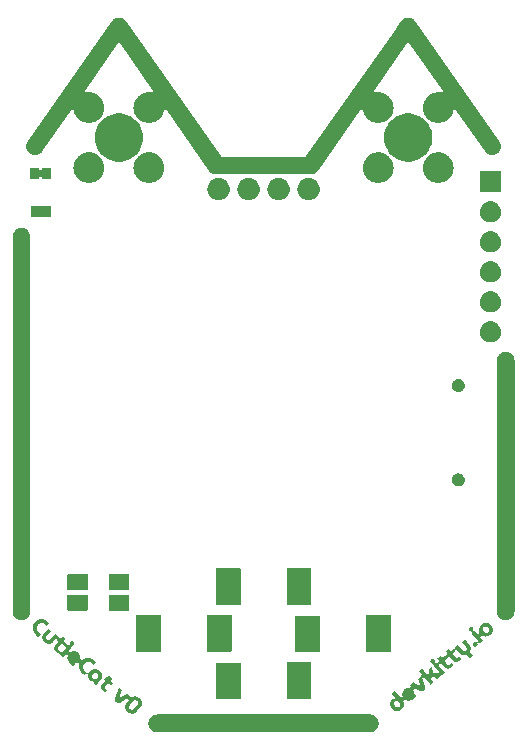
<source format=gts>
G04 #@! TF.GenerationSoftware,KiCad,Pcbnew,7.0.7-7.0.7~ubuntu22.04.1*
G04 #@! TF.CreationDate,2024-02-20T19:32:11-08:00*
G04 #@! TF.ProjectId,v3.1-DevKitty,76332e31-2d44-4657-964b-697474792e6b,rev?*
G04 #@! TF.SameCoordinates,Original*
G04 #@! TF.FileFunction,Soldermask,Top*
G04 #@! TF.FilePolarity,Negative*
%FSLAX46Y46*%
G04 Gerber Fmt 4.6, Leading zero omitted, Abs format (unit mm)*
G04 Created by KiCad (PCBNEW 7.0.7-7.0.7~ubuntu22.04.1) date 2024-02-20 19:32:11*
%MOMM*%
%LPD*%
G01*
G04 APERTURE LIST*
G04 APERTURE END LIST*
G36*
X9045542Y-27847252D02*
G01*
X9077673Y-27848994D01*
X9078474Y-27849170D01*
X9087070Y-27849671D01*
X9169439Y-27869193D01*
X9239242Y-27884558D01*
X9244467Y-27886975D01*
X9256515Y-27889831D01*
X9325231Y-27924341D01*
X9386285Y-27952588D01*
X9395647Y-27959705D01*
X9412132Y-27967984D01*
X9466015Y-28013198D01*
X9515268Y-28050639D01*
X9526761Y-28064170D01*
X9545530Y-28079919D01*
X9583777Y-28131294D01*
X9620156Y-28174122D01*
X9631274Y-28195093D01*
X9649519Y-28219600D01*
X9672446Y-28272751D01*
X9696048Y-28317269D01*
X9703993Y-28345885D01*
X9718492Y-28379498D01*
X9727484Y-28430495D01*
X9739391Y-28473381D01*
X9741320Y-28508964D01*
X9748731Y-28550991D01*
X9746073Y-28596617D01*
X9748164Y-28635166D01*
X9741439Y-28676181D01*
X9738606Y-28724836D01*
X9727237Y-28762810D01*
X9721952Y-28795048D01*
X9704389Y-28839125D01*
X9688662Y-28891660D01*
X9671869Y-28920745D01*
X9661982Y-28945561D01*
X9632076Y-28989668D01*
X9601592Y-29042469D01*
X9582700Y-29062492D01*
X9571059Y-29079663D01*
X9528188Y-29120271D01*
X9482091Y-29169133D01*
X9464150Y-29180932D01*
X9453435Y-29191083D01*
X9398057Y-29224402D01*
X9336599Y-29264824D01*
X9322112Y-29270096D01*
X9314608Y-29274612D01*
X9248647Y-29296836D01*
X9172962Y-29324384D01*
X9163660Y-29325471D01*
X9161067Y-29326345D01*
X9090768Y-29333990D01*
X9000000Y-29344600D01*
X8993225Y-29344600D01*
X-8996608Y-29344600D01*
X-9000000Y-29344600D01*
X-9045692Y-29341938D01*
X-9077673Y-29340205D01*
X-9078468Y-29340029D01*
X-9087070Y-29339529D01*
X-9169498Y-29319992D01*
X-9239242Y-29304641D01*
X-9244463Y-29302225D01*
X-9256515Y-29299369D01*
X-9325256Y-29264845D01*
X-9386285Y-29236611D01*
X-9395643Y-29229496D01*
X-9412132Y-29221216D01*
X-9466028Y-29175991D01*
X-9515268Y-29138560D01*
X-9526758Y-29125031D01*
X-9545530Y-29109281D01*
X-9583783Y-29057897D01*
X-9620156Y-29015077D01*
X-9631272Y-28994109D01*
X-9649519Y-28969600D01*
X-9672448Y-28916443D01*
X-9696048Y-28871930D01*
X-9703992Y-28843315D01*
X-9718492Y-28809702D01*
X-9727484Y-28758701D01*
X-9739391Y-28715818D01*
X-9741320Y-28680235D01*
X-9748731Y-28638209D01*
X-9746073Y-28592582D01*
X-9748164Y-28554033D01*
X-9741439Y-28513017D01*
X-9738606Y-28464364D01*
X-9727237Y-28426391D01*
X-9721952Y-28394151D01*
X-9704388Y-28350070D01*
X-9688662Y-28297540D01*
X-9671870Y-28268456D01*
X-9661982Y-28243638D01*
X-9632072Y-28199524D01*
X-9601592Y-28146731D01*
X-9582703Y-28126709D01*
X-9571059Y-28109536D01*
X-9528180Y-28068918D01*
X-9482091Y-28020067D01*
X-9464154Y-28008269D01*
X-9453435Y-27998116D01*
X-9398039Y-27964785D01*
X-9336599Y-27924376D01*
X-9322116Y-27919104D01*
X-9314608Y-27914587D01*
X-9248610Y-27892350D01*
X-9172962Y-27864816D01*
X-9163665Y-27863729D01*
X-9161067Y-27862854D01*
X-9090696Y-27855200D01*
X-9000000Y-27844600D01*
X9000000Y-27844600D01*
X9045542Y-27847252D01*
G37*
G36*
X-12230066Y-25578056D02*
G01*
X-12230066Y-25578057D01*
X-11974154Y-25792793D01*
X-11974152Y-25792794D01*
X-11964723Y-25800707D01*
X-11967917Y-25807823D01*
X-11967918Y-25807824D01*
X-12181775Y-26284178D01*
X-12037237Y-26405677D01*
X-11597912Y-26108498D01*
X-11591904Y-26113539D01*
X-11591902Y-26113540D01*
X-11339881Y-26325010D01*
X-11339877Y-26325013D01*
X-11330451Y-26332924D01*
X-11332514Y-26334188D01*
X-11288569Y-26388944D01*
X-11198015Y-26406170D01*
X-11150262Y-26378922D01*
X-11141499Y-26374331D01*
X-11134766Y-26370804D01*
X-11118992Y-26363248D01*
X-11102932Y-26356252D01*
X-11086588Y-26349816D01*
X-11074159Y-26345424D01*
X-11069960Y-26343940D01*
X-11053149Y-26338637D01*
X-11046289Y-26336720D01*
X-11036262Y-26333918D01*
X-11027779Y-26331850D01*
X-11019298Y-26329783D01*
X-11002254Y-26326233D01*
X-10985133Y-26323267D01*
X-10967939Y-26320886D01*
X-10950661Y-26319090D01*
X-10933310Y-26317877D01*
X-10924593Y-26317563D01*
X-10915878Y-26317249D01*
X-10898371Y-26317206D01*
X-10898370Y-26317206D01*
X-10898369Y-26317206D01*
X-10886647Y-26317566D01*
X-10880785Y-26317746D01*
X-10863122Y-26318872D01*
X-10854252Y-26319726D01*
X-10845381Y-26320581D01*
X-10827563Y-26322875D01*
X-10825127Y-26323267D01*
X-10809669Y-26325754D01*
X-10791696Y-26329217D01*
X-10773715Y-26333242D01*
X-10763503Y-26335893D01*
X-10755860Y-26337877D01*
X-10738127Y-26343123D01*
X-10720518Y-26348978D01*
X-10703031Y-26355444D01*
X-10685669Y-26362520D01*
X-10668428Y-26370206D01*
X-10651314Y-26378501D01*
X-10643843Y-26382417D01*
X-10634321Y-26387408D01*
X-10620574Y-26395162D01*
X-10617450Y-26396925D01*
X-10600705Y-26407050D01*
X-10584084Y-26417786D01*
X-10576591Y-26422939D01*
X-10567584Y-26429133D01*
X-10551209Y-26441090D01*
X-10534956Y-26453657D01*
X-10518827Y-26466834D01*
X-10510319Y-26474168D01*
X-10503255Y-26480258D01*
X-10488255Y-26493914D01*
X-10473825Y-26507807D01*
X-10459965Y-26521933D01*
X-10454365Y-26527987D01*
X-10446677Y-26536296D01*
X-10433958Y-26550893D01*
X-10426902Y-26559509D01*
X-10421809Y-26565727D01*
X-10410234Y-26580790D01*
X-10406870Y-26585468D01*
X-10399228Y-26596093D01*
X-10388792Y-26611629D01*
X-10378927Y-26627399D01*
X-10369633Y-26643405D01*
X-10360910Y-26659646D01*
X-10352757Y-26676121D01*
X-10347020Y-26688765D01*
X-10345175Y-26692831D01*
X-10338162Y-26709778D01*
X-10331730Y-26726850D01*
X-10325885Y-26743945D01*
X-10320627Y-26761065D01*
X-10319134Y-26766544D01*
X-10315955Y-26778209D01*
X-10314162Y-26785745D01*
X-10311871Y-26795374D01*
X-10308375Y-26812562D01*
X-10305464Y-26829776D01*
X-10304204Y-26839130D01*
X-10303143Y-26847008D01*
X-10301407Y-26864265D01*
X-10300259Y-26881545D01*
X-10299698Y-26898848D01*
X-10299724Y-26916174D01*
X-10300338Y-26933523D01*
X-10301195Y-26945936D01*
X-10301538Y-26950893D01*
X-10303326Y-26968290D01*
X-10305701Y-26985710D01*
X-10308604Y-27003041D01*
X-10311393Y-27016690D01*
X-10312110Y-27020196D01*
X-10316216Y-27037172D01*
X-10318489Y-27045286D01*
X-10320922Y-27053970D01*
X-10326230Y-27070590D01*
X-10332137Y-27087026D01*
X-10338646Y-27103284D01*
X-10345756Y-27119365D01*
X-10353467Y-27135269D01*
X-10361778Y-27150991D01*
X-10370690Y-27166534D01*
X-10379218Y-27180308D01*
X-10380203Y-27181898D01*
X-10390317Y-27197084D01*
X-10401031Y-27212090D01*
X-10407761Y-27220909D01*
X-10412346Y-27226918D01*
X-10424261Y-27241565D01*
X-10717216Y-27590695D01*
X-10729492Y-27604871D01*
X-10742067Y-27618494D01*
X-10754935Y-27631560D01*
X-10768100Y-27644069D01*
X-10781561Y-27656024D01*
X-10795321Y-27667425D01*
X-10809375Y-27678272D01*
X-10820559Y-27686290D01*
X-10823726Y-27688561D01*
X-10838374Y-27698296D01*
X-10853318Y-27707476D01*
X-10868558Y-27716101D01*
X-10884095Y-27724171D01*
X-10899928Y-27731685D01*
X-10916058Y-27738645D01*
X-10932484Y-27745049D01*
X-10949207Y-27750898D01*
X-10966114Y-27756181D01*
X-10970920Y-27757512D01*
X-10983098Y-27760885D01*
X-11000157Y-27765010D01*
X-11017290Y-27768557D01*
X-11034497Y-27771525D01*
X-11051779Y-27773915D01*
X-11069139Y-27775726D01*
X-11086573Y-27776959D01*
X-11104081Y-27777613D01*
X-11121664Y-27777689D01*
X-11121664Y-27777688D01*
X-11121665Y-27777689D01*
X-11127550Y-27777521D01*
X-11139322Y-27777186D01*
X-11157056Y-27776104D01*
X-11165960Y-27775274D01*
X-11174866Y-27774444D01*
X-11192748Y-27772205D01*
X-11210704Y-27769389D01*
X-11228738Y-27765993D01*
X-11246696Y-27762045D01*
X-11264493Y-27757512D01*
X-11282133Y-27752396D01*
X-11291015Y-27749498D01*
X-11299616Y-27746693D01*
X-11316940Y-27740406D01*
X-11334106Y-27733534D01*
X-11351114Y-27726078D01*
X-11367964Y-27718037D01*
X-11384655Y-27709412D01*
X-11391977Y-27705332D01*
X-11401189Y-27700201D01*
X-11417565Y-27690406D01*
X-11433782Y-27680026D01*
X-11438879Y-27676546D01*
X-11449843Y-27669062D01*
X-11465744Y-27657512D01*
X-11481485Y-27645379D01*
X-11497071Y-27632660D01*
X-11512848Y-27619065D01*
X-11528047Y-27605241D01*
X-11542665Y-27591190D01*
X-11556705Y-27576912D01*
X-11570166Y-27562405D01*
X-11583046Y-27547673D01*
X-11595346Y-27532714D01*
X-11607067Y-27517527D01*
X-11618210Y-27502110D01*
X-11623704Y-27493973D01*
X-11628772Y-27486467D01*
X-11638756Y-27470597D01*
X-11638757Y-27470596D01*
X-11648160Y-27454499D01*
X-11656984Y-27438175D01*
X-11665229Y-27421621D01*
X-11665841Y-27420282D01*
X-11672894Y-27404841D01*
X-11677613Y-27393515D01*
X-11679980Y-27387835D01*
X-11686454Y-27370667D01*
X-11690008Y-27360287D01*
X-11692340Y-27353475D01*
X-11696850Y-27338825D01*
X-11697639Y-27336263D01*
X-11701107Y-27323575D01*
X-11702351Y-27319025D01*
X-11704954Y-27308135D01*
X-11706477Y-27301765D01*
X-11710013Y-27284484D01*
X-11712964Y-27267177D01*
X-11714864Y-27253241D01*
X-11715327Y-27249850D01*
X-11716808Y-27235380D01*
X-11717103Y-27232501D01*
X-11717896Y-27220909D01*
X-11718067Y-27218409D01*
X-11390381Y-27218409D01*
X-11390316Y-27223408D01*
X-11389625Y-27236460D01*
X-11389158Y-27241465D01*
X-11387414Y-27254469D01*
X-11386555Y-27259376D01*
X-11383690Y-27272626D01*
X-11382610Y-27276886D01*
X-11379626Y-27287137D01*
X-11378455Y-27290746D01*
X-11374715Y-27301186D01*
X-11373242Y-27304917D01*
X-11368819Y-27315143D01*
X-11367125Y-27318742D01*
X-11362083Y-27328622D01*
X-11360156Y-27332118D01*
X-11354518Y-27341616D01*
X-11352370Y-27344985D01*
X-11346099Y-27354159D01*
X-11343762Y-27357355D01*
X-11336825Y-27366239D01*
X-11334352Y-27369211D01*
X-11326701Y-27377851D01*
X-11324098Y-27380616D01*
X-11315693Y-27389018D01*
X-11313029Y-27391529D01*
X-11303896Y-27399648D01*
X-11301152Y-27401950D01*
X-11291773Y-27409370D01*
X-11288823Y-27411566D01*
X-11279363Y-27418186D01*
X-11276163Y-27420282D01*
X-11266625Y-27426121D01*
X-11263218Y-27428063D01*
X-11253563Y-27433170D01*
X-11249964Y-27434929D01*
X-11240171Y-27439332D01*
X-11236425Y-27440872D01*
X-11226458Y-27444597D01*
X-11222602Y-27445897D01*
X-11212393Y-27448973D01*
X-11208489Y-27450013D01*
X-11198129Y-27452416D01*
X-11193953Y-27453236D01*
X-11183634Y-27454900D01*
X-11179307Y-27455444D01*
X-11165840Y-27456660D01*
X-11160862Y-27456910D01*
X-11159116Y-27456928D01*
X-11147889Y-27457044D01*
X-11142843Y-27456893D01*
X-11130003Y-27455986D01*
X-11124970Y-27455425D01*
X-11112154Y-27453468D01*
X-11107257Y-27452518D01*
X-11093927Y-27449375D01*
X-11090138Y-27448355D01*
X-11083146Y-27446235D01*
X-11079841Y-27445131D01*
X-11071811Y-27442199D01*
X-11069661Y-27441414D01*
X-11065567Y-27439752D01*
X-11056502Y-27435693D01*
X-11051992Y-27433452D01*
X-11040675Y-27427247D01*
X-11035874Y-27424326D01*
X-11025097Y-27417088D01*
X-11021065Y-27414140D01*
X-11020950Y-27414049D01*
X-11017825Y-27411566D01*
X-11013156Y-27407856D01*
X-11009859Y-27405045D01*
X-11003956Y-27399648D01*
X-11001951Y-27397815D01*
X-10998957Y-27394885D01*
X-10990929Y-27386485D01*
X-10988899Y-27384255D01*
X-10984817Y-27379544D01*
X-10730125Y-27076015D01*
X-10678440Y-27014419D01*
X-10674515Y-27009433D01*
X-10669951Y-27003633D01*
X-10667568Y-27000393D01*
X-10661239Y-26991175D01*
X-10658952Y-26987589D01*
X-10653515Y-26978384D01*
X-10651419Y-26974533D01*
X-10646925Y-26965529D01*
X-10644839Y-26960878D01*
X-10640079Y-26948992D01*
X-10638183Y-26943536D01*
X-10634675Y-26931705D01*
X-10633284Y-26926065D01*
X-10630602Y-26912504D01*
X-10629706Y-26906395D01*
X-10629400Y-26903228D01*
X-10628283Y-26891656D01*
X-10628007Y-26886819D01*
X-10627766Y-26873679D01*
X-10627871Y-26868737D01*
X-10628339Y-26861033D01*
X-10628660Y-26855757D01*
X-10629156Y-26850846D01*
X-10630981Y-26837944D01*
X-10631862Y-26833106D01*
X-10634735Y-26820233D01*
X-10635972Y-26815556D01*
X-10640150Y-26801913D01*
X-10641191Y-26798812D01*
X-10643164Y-26793411D01*
X-10647988Y-26781648D01*
X-10649670Y-26777904D01*
X-10654326Y-26768397D01*
X-10656256Y-26764766D01*
X-10661522Y-26755611D01*
X-10663681Y-26752131D01*
X-10669591Y-26743278D01*
X-10671945Y-26739991D01*
X-10678508Y-26731437D01*
X-10681041Y-26728349D01*
X-10688315Y-26720043D01*
X-10690962Y-26717205D01*
X-10698989Y-26709127D01*
X-10701726Y-26706535D01*
X-10710550Y-26698675D01*
X-10713297Y-26696368D01*
X-10722907Y-26688760D01*
X-10725813Y-26686594D01*
X-10735589Y-26679748D01*
X-10738693Y-26677712D01*
X-10748566Y-26671653D01*
X-10751901Y-26669747D01*
X-10761908Y-26664431D01*
X-10765391Y-26662719D01*
X-10775579Y-26658107D01*
X-10779216Y-26656599D01*
X-10789606Y-26652674D01*
X-10793338Y-26651399D01*
X-10803948Y-26648150D01*
X-10807764Y-26647112D01*
X-10818876Y-26644467D01*
X-10822310Y-26643753D01*
X-10833457Y-26641762D01*
X-10837328Y-26641196D01*
X-10848123Y-26639962D01*
X-10852110Y-26639638D01*
X-10852356Y-26639625D01*
X-10862465Y-26639127D01*
X-10867029Y-26639071D01*
X-10880378Y-26639400D01*
X-10885501Y-26639739D01*
X-10897990Y-26641085D01*
X-10898469Y-26641137D01*
X-10903550Y-26641897D01*
X-10906046Y-26642376D01*
X-10916772Y-26644435D01*
X-10921187Y-26645451D01*
X-10932701Y-26648546D01*
X-10937428Y-26650022D01*
X-10944276Y-26652464D01*
X-10948618Y-26654014D01*
X-10952828Y-26655690D01*
X-10961807Y-26659648D01*
X-10966427Y-26661915D01*
X-10977966Y-26668183D01*
X-10982364Y-26670811D01*
X-10990624Y-26676224D01*
X-10994272Y-26678807D01*
X-11002509Y-26685099D01*
X-11005913Y-26687894D01*
X-11007465Y-26689263D01*
X-11013934Y-26694971D01*
X-11017039Y-26697905D01*
X-11025028Y-26705989D01*
X-11027475Y-26708611D01*
X-11034020Y-26716042D01*
X-11126564Y-26826331D01*
X-11340402Y-27081173D01*
X-11348727Y-27091765D01*
X-11351182Y-27095112D01*
X-11357380Y-27104178D01*
X-11359690Y-27107820D01*
X-11362499Y-27112606D01*
X-11363845Y-27114901D01*
X-11365024Y-27116909D01*
X-11367151Y-27120851D01*
X-11371548Y-27129749D01*
X-11373629Y-27134433D01*
X-11378332Y-27146310D01*
X-11380211Y-27151782D01*
X-11383698Y-27163707D01*
X-11385057Y-27169297D01*
X-11387742Y-27183074D01*
X-11388595Y-27188904D01*
X-11388671Y-27189671D01*
X-11389739Y-27200529D01*
X-11390016Y-27204940D01*
X-11390381Y-27218409D01*
X-11718067Y-27218409D01*
X-11718293Y-27215121D01*
X-11718893Y-27197728D01*
X-11718908Y-27180307D01*
X-11718335Y-27162865D01*
X-11717176Y-27145400D01*
X-11717034Y-27143983D01*
X-11715429Y-27127910D01*
X-11715374Y-27127501D01*
X-11713095Y-27110399D01*
X-11712349Y-27105958D01*
X-11710169Y-27092971D01*
X-11706648Y-27075732D01*
X-11702531Y-27058683D01*
X-11698155Y-27043026D01*
X-11697819Y-27041823D01*
X-11692511Y-27025154D01*
X-11686607Y-27008673D01*
X-11680108Y-26992384D01*
X-11673015Y-26976285D01*
X-11668223Y-26966372D01*
X-11665323Y-26960372D01*
X-11659952Y-26950181D01*
X-11657037Y-26944650D01*
X-11648156Y-26929118D01*
X-11638679Y-26913779D01*
X-11638276Y-26913173D01*
X-11628606Y-26898624D01*
X-11623654Y-26891679D01*
X-11617937Y-26883661D01*
X-11606674Y-26868889D01*
X-11594814Y-26854305D01*
X-11586958Y-26844943D01*
X-11399144Y-26621114D01*
X-11537914Y-26460073D01*
X-12152582Y-26836788D01*
X-12152581Y-26836788D01*
X-12154742Y-26837968D01*
X-12167512Y-26844943D01*
X-12182689Y-26852084D01*
X-12182696Y-26852086D01*
X-12182702Y-26852089D01*
X-12182807Y-26852131D01*
X-12198118Y-26858214D01*
X-12198125Y-26858216D01*
X-12198126Y-26858217D01*
X-12206644Y-26860997D01*
X-12213800Y-26863333D01*
X-12229735Y-26867441D01*
X-12229738Y-26867441D01*
X-12229739Y-26867442D01*
X-12245920Y-26870538D01*
X-12245917Y-26870537D01*
X-12245922Y-26870537D01*
X-12245924Y-26870538D01*
X-12247288Y-26870711D01*
X-12262364Y-26872624D01*
X-12262365Y-26872624D01*
X-12279059Y-26873699D01*
X-12296007Y-26873763D01*
X-12313207Y-26872816D01*
X-12322427Y-26871868D01*
X-12324826Y-26871622D01*
X-12324822Y-26871622D01*
X-12342107Y-26868994D01*
X-12342108Y-26868994D01*
X-12359085Y-26865462D01*
X-12375730Y-26861033D01*
X-12377338Y-26860508D01*
X-12392069Y-26855700D01*
X-12408085Y-26849466D01*
X-12408086Y-26849465D01*
X-12408095Y-26849462D01*
X-12408094Y-26849462D01*
X-12423783Y-26842332D01*
X-12439154Y-26834301D01*
X-12442129Y-26832536D01*
X-12445586Y-26830484D01*
X-12454213Y-26825365D01*
X-12454215Y-26825364D01*
X-12468962Y-26815523D01*
X-12468960Y-26815525D01*
X-12483384Y-26804785D01*
X-12483761Y-26804479D01*
X-12492822Y-26797125D01*
X-12497048Y-26793400D01*
X-12506395Y-26785163D01*
X-12506407Y-26785151D01*
X-12506413Y-26785146D01*
X-12519189Y-26772697D01*
X-12531152Y-26759780D01*
X-12531154Y-26759777D01*
X-12531161Y-26759770D01*
X-12542303Y-26746392D01*
X-12542304Y-26746390D01*
X-12545654Y-26741899D01*
X-12552637Y-26732538D01*
X-12562159Y-26718214D01*
X-12563045Y-26716710D01*
X-12570864Y-26703426D01*
X-12570867Y-26703421D01*
X-12578761Y-26688159D01*
X-12585841Y-26672428D01*
X-12592108Y-26656228D01*
X-12595833Y-26645168D01*
X-12600580Y-26628402D01*
X-12604274Y-26611705D01*
X-12604274Y-26611703D01*
X-12604277Y-26611691D01*
X-12604276Y-26611692D01*
X-12606915Y-26595075D01*
X-12607103Y-26593119D01*
X-12608503Y-26578519D01*
X-12609039Y-26562021D01*
X-12609039Y-26562020D01*
X-12608522Y-26545594D01*
X-12606952Y-26529236D01*
X-12606952Y-26529235D01*
X-12604329Y-26512944D01*
X-12601396Y-26500000D01*
X-12600654Y-26496723D01*
X-12598949Y-26490896D01*
X-12595928Y-26480575D01*
X-12595927Y-26480574D01*
X-12595926Y-26480569D01*
X-12592189Y-26469837D01*
X-12252591Y-25609068D01*
X-12242316Y-25583024D01*
X-12242315Y-25583023D01*
X-12237797Y-25571570D01*
X-12230066Y-25578056D01*
G37*
G36*
X17036147Y-21491343D02*
G01*
X17036148Y-21491344D01*
X17425987Y-21955936D01*
X17438939Y-21971967D01*
X17447892Y-21983952D01*
X17451125Y-21988280D01*
X17462548Y-22004873D01*
X17462955Y-22005518D01*
X17473205Y-22021745D01*
X17483098Y-22038902D01*
X17509830Y-22089959D01*
X17521074Y-22128858D01*
X17521081Y-22128878D01*
X17523998Y-22138972D01*
X17524702Y-22141407D01*
X17529508Y-22160284D01*
X17532721Y-22175637D01*
X17533476Y-22179247D01*
X17536605Y-22198292D01*
X17538895Y-22217418D01*
X17540345Y-22236627D01*
X17540957Y-22255917D01*
X17540729Y-22275290D01*
X17540400Y-22281303D01*
X17539663Y-22294743D01*
X17537757Y-22314282D01*
X17535012Y-22333899D01*
X17532716Y-22347026D01*
X17530861Y-22355697D01*
X17529602Y-22361586D01*
X17528537Y-22366562D01*
X17528538Y-22366561D01*
X17527366Y-22371007D01*
X17523427Y-22385968D01*
X17521857Y-22390975D01*
X17517393Y-22405212D01*
X17517393Y-22405210D01*
X17510426Y-22424325D01*
X17510426Y-22424323D01*
X17510423Y-22424331D01*
X17502527Y-22443295D01*
X17493702Y-22462113D01*
X17483949Y-22480786D01*
X17483935Y-22480809D01*
X17466686Y-22513831D01*
X17474899Y-22589319D01*
X17553067Y-22682476D01*
X17711292Y-22871041D01*
X17461512Y-23080631D01*
X17452975Y-23070457D01*
X17224797Y-22798526D01*
X17149791Y-22777832D01*
X17130326Y-22784592D01*
X17130255Y-22784620D01*
X17110060Y-22791631D01*
X17089880Y-22797739D01*
X17069716Y-22802942D01*
X17049566Y-22807242D01*
X17037795Y-22809228D01*
X17029432Y-22810639D01*
X17009313Y-22813131D01*
X16992042Y-22814496D01*
X16989208Y-22814720D01*
X16975814Y-22815277D01*
X16955838Y-22815301D01*
X16955837Y-22815300D01*
X16955837Y-22815301D01*
X16936066Y-22814496D01*
X16916502Y-22812866D01*
X16901507Y-22810959D01*
X16897140Y-22810405D01*
X16877985Y-22807118D01*
X16868866Y-22805138D01*
X16859033Y-22803003D01*
X16849661Y-22800531D01*
X16840288Y-22798060D01*
X16829661Y-22794753D01*
X16821746Y-22792290D01*
X16808091Y-22787376D01*
X16803411Y-22785692D01*
X16785280Y-22778266D01*
X16778017Y-22774984D01*
X16773304Y-22772854D01*
X16702609Y-22737893D01*
X16643842Y-22683222D01*
X16629583Y-22668853D01*
X16615749Y-22653782D01*
X16606765Y-22643343D01*
X16395002Y-22390975D01*
X16248365Y-22421810D01*
X16226012Y-22498500D01*
X16227870Y-22500714D01*
X16057194Y-22643927D01*
X16048170Y-22747084D01*
X16300213Y-23047458D01*
X16403371Y-23056483D01*
X16564617Y-22921184D01*
X16564619Y-22921182D01*
X16574047Y-22913272D01*
X16700065Y-23063453D01*
X16735526Y-23105714D01*
X16749020Y-23121795D01*
X16622938Y-23227590D01*
X16514677Y-23318433D01*
X16500448Y-23329940D01*
X16486178Y-23340620D01*
X16479021Y-23345545D01*
X16471866Y-23350471D01*
X16457513Y-23359493D01*
X16443120Y-23367687D01*
X16428685Y-23375053D01*
X16414208Y-23381590D01*
X16399691Y-23387298D01*
X16399684Y-23387300D01*
X16399685Y-23387300D01*
X16385142Y-23392175D01*
X16385135Y-23392176D01*
X16385132Y-23392178D01*
X16373435Y-23395424D01*
X16370527Y-23396231D01*
X16370526Y-23396231D01*
X16355895Y-23399452D01*
X16355897Y-23399452D01*
X16341202Y-23401849D01*
X16341204Y-23401849D01*
X16332935Y-23402727D01*
X16326483Y-23403414D01*
X16326477Y-23403414D01*
X16326476Y-23403415D01*
X16311730Y-23404152D01*
X16311719Y-23404151D01*
X16311718Y-23404152D01*
X16301266Y-23404087D01*
X16296906Y-23404061D01*
X16296908Y-23404061D01*
X16282062Y-23403142D01*
X16282063Y-23403142D01*
X16267299Y-23401352D01*
X16252734Y-23398780D01*
X16238367Y-23395424D01*
X16231559Y-23393435D01*
X16224197Y-23391286D01*
X16224199Y-23391286D01*
X16213142Y-23387390D01*
X16210233Y-23386365D01*
X16210232Y-23386365D01*
X16196467Y-23380662D01*
X16196463Y-23380660D01*
X16196459Y-23380659D01*
X16182886Y-23374171D01*
X16182877Y-23374166D01*
X16182878Y-23374167D01*
X16169499Y-23366893D01*
X16169497Y-23366891D01*
X16156342Y-23358850D01*
X16156342Y-23358849D01*
X16156337Y-23358846D01*
X16143360Y-23350009D01*
X16130581Y-23340388D01*
X16125534Y-23336214D01*
X16118001Y-23329985D01*
X16105620Y-23318798D01*
X16093438Y-23306829D01*
X16081453Y-23294077D01*
X16069668Y-23280540D01*
X15798110Y-22956911D01*
X15694951Y-22947886D01*
X15652322Y-22983657D01*
X15634494Y-22998617D01*
X15616051Y-23014092D01*
X15614190Y-23011874D01*
X15599094Y-23013526D01*
X15540983Y-23062283D01*
X15536732Y-23076872D01*
X15538591Y-23079088D01*
X15367915Y-23222300D01*
X15358891Y-23325459D01*
X15480669Y-23470589D01*
X15608381Y-23622791D01*
X15610934Y-23625833D01*
X15714092Y-23634858D01*
X15875335Y-23499560D01*
X15875339Y-23499557D01*
X15884768Y-23491646D01*
X15892679Y-23501074D01*
X15892680Y-23501075D01*
X15917883Y-23531111D01*
X16059740Y-23700170D01*
X15825396Y-23896808D01*
X15811167Y-23908315D01*
X15796898Y-23918995D01*
X15782586Y-23928845D01*
X15768234Y-23937868D01*
X15754088Y-23945920D01*
X15753829Y-23946067D01*
X15753830Y-23946067D01*
X15744634Y-23950758D01*
X15739405Y-23953427D01*
X15739404Y-23953427D01*
X15739404Y-23953428D01*
X15733090Y-23956278D01*
X15724929Y-23959964D01*
X15724922Y-23959966D01*
X15724922Y-23959967D01*
X15710410Y-23965673D01*
X15710410Y-23965672D01*
X15695852Y-23970552D01*
X15695853Y-23970552D01*
X15691300Y-23971815D01*
X15681252Y-23974604D01*
X15673058Y-23976407D01*
X15666612Y-23977827D01*
X15666613Y-23977826D01*
X15666610Y-23977827D01*
X15657015Y-23979391D01*
X15651922Y-23980223D01*
X15651924Y-23980223D01*
X15643655Y-23981101D01*
X15637203Y-23981788D01*
X15637197Y-23981788D01*
X15637196Y-23981789D01*
X15622450Y-23982526D01*
X15622439Y-23982525D01*
X15622438Y-23982526D01*
X15611986Y-23982461D01*
X15607626Y-23982435D01*
X15607628Y-23982435D01*
X15592789Y-23981517D01*
X15582105Y-23980222D01*
X15578020Y-23979727D01*
X15578019Y-23979727D01*
X15567264Y-23977827D01*
X15563454Y-23977154D01*
X15549088Y-23973799D01*
X15549087Y-23973799D01*
X15534913Y-23969658D01*
X15534912Y-23969657D01*
X15527549Y-23967063D01*
X15520963Y-23964743D01*
X15520961Y-23964742D01*
X15520958Y-23964741D01*
X15520950Y-23964738D01*
X15511601Y-23960865D01*
X15507185Y-23959036D01*
X15507186Y-23959036D01*
X15507179Y-23959033D01*
X15493606Y-23952545D01*
X15480233Y-23945274D01*
X15480223Y-23945268D01*
X15480222Y-23945268D01*
X15467064Y-23937225D01*
X15467063Y-23937224D01*
X15459510Y-23932081D01*
X15454080Y-23928383D01*
X15453890Y-23928240D01*
X15441305Y-23918766D01*
X15441305Y-23918765D01*
X15441302Y-23918763D01*
X15436677Y-23914938D01*
X15428721Y-23908359D01*
X15416341Y-23897173D01*
X15404158Y-23885203D01*
X15392176Y-23872452D01*
X15389995Y-23869948D01*
X15380388Y-23858915D01*
X15108828Y-23535283D01*
X15005672Y-23526259D01*
X14926771Y-23592466D01*
X14925195Y-23590588D01*
X14879833Y-23615475D01*
X14858030Y-23731689D01*
X15339027Y-24304919D01*
X15088125Y-24515451D01*
X15085344Y-24512137D01*
X15020053Y-24493107D01*
X14917688Y-24579002D01*
X14925092Y-24646605D01*
X14927873Y-24649919D01*
X14678093Y-24859509D01*
X14670109Y-24849994D01*
X14540330Y-24695330D01*
X14529892Y-24683824D01*
X14526376Y-24680249D01*
X14517300Y-24671736D01*
X14513305Y-24668294D01*
X14511696Y-24667022D01*
X14503984Y-24660925D01*
X14499577Y-24657744D01*
X14489934Y-24651401D01*
X14485188Y-24648572D01*
X14475134Y-24643169D01*
X14470160Y-24640773D01*
X14457440Y-24635330D01*
X14453699Y-24633969D01*
X14450616Y-24632869D01*
X14437717Y-24628967D01*
X14436698Y-24628659D01*
X14432070Y-24627451D01*
X14420525Y-24624905D01*
X14415730Y-24624044D01*
X14404259Y-24622448D01*
X14399326Y-24621963D01*
X14387883Y-24621294D01*
X14382937Y-24621203D01*
X14371409Y-24621454D01*
X14366515Y-24621754D01*
X14353655Y-24623056D01*
X14350355Y-24623504D01*
X14348169Y-24623846D01*
X14344938Y-24624398D01*
X14331993Y-24627126D01*
X14326758Y-24628469D01*
X14315891Y-24631767D01*
X14310831Y-24633546D01*
X14300195Y-24637814D01*
X14295352Y-24640002D01*
X14284834Y-24645307D01*
X14280362Y-24647802D01*
X14269910Y-24654214D01*
X14265800Y-24656966D01*
X14254803Y-24664984D01*
X14252211Y-24666982D01*
X14247865Y-24670521D01*
X14154931Y-24748500D01*
X14145906Y-24851658D01*
X14319004Y-25057950D01*
X14369658Y-25118317D01*
X14120439Y-25327436D01*
X14099053Y-25301949D01*
X13582417Y-24686247D01*
X13399725Y-24794943D01*
X13545705Y-25165475D01*
X13673723Y-25490416D01*
X13679157Y-25506523D01*
X13683554Y-25522709D01*
X13686911Y-25538968D01*
X13689229Y-25555301D01*
X13689229Y-25555302D01*
X13690497Y-25571570D01*
X13690508Y-25571707D01*
X13690747Y-25588187D01*
X13689946Y-25604741D01*
X13688106Y-25621368D01*
X13685226Y-25638069D01*
X13681307Y-25654844D01*
X13678116Y-25666068D01*
X13672524Y-25682640D01*
X13672049Y-25683830D01*
X13666098Y-25698748D01*
X13663292Y-25704792D01*
X13660997Y-25709737D01*
X13658841Y-25714380D01*
X13650760Y-25729529D01*
X13650759Y-25729530D01*
X13650756Y-25729535D01*
X13641836Y-25744226D01*
X13635595Y-25753328D01*
X13632082Y-25758450D01*
X13632082Y-25758451D01*
X13621511Y-25772183D01*
X13621512Y-25772183D01*
X13621502Y-25772194D01*
X13621501Y-25772196D01*
X13610085Y-25785475D01*
X13609010Y-25786599D01*
X13597835Y-25798288D01*
X13597835Y-25798287D01*
X13594499Y-25801434D01*
X13584758Y-25810623D01*
X13575576Y-25818587D01*
X13561418Y-25829891D01*
X13546940Y-25840312D01*
X13536770Y-25846867D01*
X13532131Y-25849857D01*
X13532132Y-25849856D01*
X13517023Y-25858505D01*
X13517021Y-25858506D01*
X13517022Y-25858506D01*
X13501590Y-25866275D01*
X13501586Y-25866276D01*
X13501583Y-25866278D01*
X13497511Y-25868058D01*
X13485831Y-25873164D01*
X13485833Y-25873163D01*
X13485830Y-25873164D01*
X13485823Y-25873167D01*
X13475103Y-25877171D01*
X13469738Y-25879176D01*
X13469737Y-25879176D01*
X13453340Y-25884299D01*
X13453340Y-25884298D01*
X13436620Y-25888539D01*
X13419579Y-25891897D01*
X13408039Y-25893646D01*
X13390705Y-25895409D01*
X13373619Y-25896147D01*
X13356784Y-25895861D01*
X13340198Y-25894549D01*
X13329291Y-25892988D01*
X13323867Y-25892213D01*
X13323866Y-25892213D01*
X13322353Y-25891897D01*
X13307775Y-25888851D01*
X13307770Y-25888850D01*
X13307771Y-25888850D01*
X13291949Y-25884467D01*
X13291948Y-25884467D01*
X13291944Y-25884465D01*
X13291938Y-25884464D01*
X13276350Y-25879053D01*
X13276345Y-25879051D01*
X13261010Y-25872615D01*
X13245931Y-25865158D01*
X13245930Y-25865157D01*
X13245925Y-25865155D01*
X13236005Y-25859611D01*
X12798035Y-25590900D01*
X12658745Y-25743286D01*
X12716544Y-25820909D01*
X12726452Y-25834214D01*
X12735495Y-25846768D01*
X12744172Y-25859100D01*
X12752717Y-25872159D01*
X12760579Y-25885532D01*
X12766013Y-25896247D01*
X12760791Y-25900628D01*
X12760546Y-25901065D01*
X12719537Y-25941642D01*
X12725348Y-26053524D01*
X12782881Y-26099698D01*
X12784758Y-26098124D01*
X12957140Y-26303561D01*
X12859507Y-26385484D01*
X12712693Y-26508676D01*
X12701696Y-26517686D01*
X12695150Y-26523050D01*
X12677535Y-26536794D01*
X12659848Y-26549908D01*
X12642087Y-26562391D01*
X12624253Y-26574245D01*
X12606347Y-26585468D01*
X12588368Y-26596062D01*
X12570316Y-26606025D01*
X12552189Y-26615359D01*
X12533992Y-26624063D01*
X12515723Y-26632135D01*
X12497380Y-26639578D01*
X12491110Y-26641897D01*
X12478962Y-26646391D01*
X12460473Y-26652573D01*
X12441910Y-26658126D01*
X12432592Y-26660587D01*
X12423276Y-26663049D01*
X12404657Y-26667281D01*
X12386135Y-26670892D01*
X12376670Y-26672427D01*
X12367705Y-26673881D01*
X12349372Y-26676249D01*
X12334214Y-26677701D01*
X12331134Y-26677996D01*
X12312992Y-26679120D01*
X12294942Y-26679624D01*
X12276988Y-26679506D01*
X12271036Y-26679259D01*
X12259130Y-26678766D01*
X12245230Y-26677701D01*
X12241366Y-26677405D01*
X12223699Y-26675423D01*
X12206125Y-26672818D01*
X12194397Y-26670654D01*
X12188646Y-26669593D01*
X12171263Y-26665746D01*
X12153976Y-26661277D01*
X12136782Y-26656187D01*
X12119746Y-26650447D01*
X12102986Y-26644096D01*
X12086502Y-26637136D01*
X12070296Y-26629567D01*
X12054367Y-26621387D01*
X12038714Y-26612598D01*
X11952397Y-26559840D01*
X11814058Y-26681780D01*
X11852464Y-26767146D01*
X11859807Y-26785015D01*
X11866493Y-26802969D01*
X11872521Y-26821006D01*
X11877892Y-26839129D01*
X11879397Y-26844943D01*
X11882605Y-26857337D01*
X11883935Y-26863334D01*
X11885166Y-26868889D01*
X11886661Y-26875629D01*
X11890100Y-26893903D01*
X11892892Y-26912114D01*
X11895037Y-26930262D01*
X11896536Y-26948348D01*
X11897388Y-26966371D01*
X11897593Y-26984331D01*
X11897152Y-27002229D01*
X11896064Y-27020063D01*
X11894329Y-27037836D01*
X11891948Y-27055545D01*
X11888920Y-27073192D01*
X11888153Y-27076861D01*
X11885245Y-27090777D01*
X11881434Y-27106232D01*
X11880924Y-27108298D01*
X11875956Y-27125757D01*
X11870341Y-27143153D01*
X11864079Y-27160487D01*
X11857206Y-27177663D01*
X11849685Y-27194647D01*
X11841517Y-27211438D01*
X11836486Y-27220909D01*
X11832700Y-27228038D01*
X11823238Y-27244442D01*
X11813128Y-27260653D01*
X11802369Y-27276674D01*
X11790962Y-27292503D01*
X11778911Y-27308135D01*
X11766211Y-27323575D01*
X11752861Y-27338825D01*
X11738865Y-27353882D01*
X11724223Y-27368745D01*
X11708932Y-27383415D01*
X11692994Y-27397893D01*
X11676409Y-27412177D01*
X11663440Y-27422843D01*
X11657984Y-27427148D01*
X11650424Y-27433114D01*
X11647013Y-27435693D01*
X11637363Y-27442990D01*
X11634403Y-27445131D01*
X11624254Y-27452474D01*
X11611101Y-27461560D01*
X11611099Y-27461561D01*
X11597896Y-27470256D01*
X11584647Y-27478556D01*
X11583036Y-27479514D01*
X11571352Y-27486462D01*
X11564315Y-27490423D01*
X11558009Y-27493973D01*
X11551848Y-27497248D01*
X11544620Y-27501091D01*
X11531181Y-27507815D01*
X11517699Y-27514145D01*
X11504171Y-27520079D01*
X11490595Y-27525620D01*
X11480367Y-27529406D01*
X11470141Y-27533192D01*
X11466720Y-27534355D01*
X11463301Y-27535519D01*
X11458447Y-27537018D01*
X11442735Y-27541872D01*
X11422208Y-27547368D01*
X11401719Y-27552009D01*
X11381269Y-27555794D01*
X11360857Y-27558722D01*
X11340483Y-27560795D01*
X11330315Y-27561403D01*
X11320149Y-27562011D01*
X11299852Y-27562372D01*
X11299851Y-27562371D01*
X11299851Y-27562372D01*
X11279592Y-27561876D01*
X11259371Y-27560525D01*
X11245913Y-27559148D01*
X11242835Y-27558722D01*
X11225867Y-27556374D01*
X11205973Y-27552841D01*
X11186234Y-27548549D01*
X11166647Y-27543498D01*
X11147214Y-27537687D01*
X11127934Y-27531118D01*
X11108807Y-27523789D01*
X11103928Y-27521709D01*
X11089832Y-27515701D01*
X11071014Y-27506855D01*
X11052347Y-27497249D01*
X11039986Y-27490423D01*
X11021602Y-27479514D01*
X11003515Y-27467877D01*
X10985725Y-27455512D01*
X10968232Y-27442419D01*
X10956734Y-27433286D01*
X10945369Y-27423829D01*
X10941295Y-27420282D01*
X10934135Y-27414049D01*
X10924020Y-27404841D01*
X10923034Y-27403944D01*
X10912064Y-27393515D01*
X10901227Y-27382764D01*
X10890521Y-27371688D01*
X10879947Y-27360289D01*
X10869505Y-27348566D01*
X10866440Y-27344985D01*
X10859195Y-27336521D01*
X10846453Y-27320936D01*
X10834306Y-27305265D01*
X10822760Y-27289512D01*
X10811807Y-27273668D01*
X10811130Y-27272626D01*
X10801451Y-27257740D01*
X10791693Y-27241726D01*
X10782531Y-27225627D01*
X10773965Y-27209441D01*
X10765997Y-27193169D01*
X10758625Y-27176812D01*
X10753133Y-27163484D01*
X10751848Y-27160367D01*
X10745671Y-27143840D01*
X10740089Y-27127224D01*
X10735104Y-27110523D01*
X10730715Y-27093736D01*
X10727893Y-27081173D01*
X10726924Y-27076861D01*
X10725235Y-27067931D01*
X10723718Y-27059911D01*
X10721083Y-27043026D01*
X10719014Y-27026199D01*
X10717512Y-27009433D01*
X10717470Y-27008674D01*
X10716578Y-26992731D01*
X10716212Y-26976090D01*
X10716413Y-26959511D01*
X10716769Y-26951845D01*
X10717044Y-26945936D01*
X11049056Y-26945936D01*
X11049353Y-26958091D01*
X11049608Y-26962401D01*
X11050054Y-26967163D01*
X11050771Y-26974796D01*
X11051298Y-26978912D01*
X11053348Y-26991536D01*
X11054133Y-26995541D01*
X11057112Y-27008476D01*
X11058092Y-27012202D01*
X11061931Y-27025154D01*
X11061971Y-27025288D01*
X11063132Y-27028814D01*
X11067877Y-27041894D01*
X11069214Y-27045267D01*
X11073643Y-27055545D01*
X11074814Y-27058262D01*
X11076326Y-27061511D01*
X11082814Y-27074467D01*
X11084447Y-27077514D01*
X11089492Y-27086327D01*
X11091847Y-27090441D01*
X11093591Y-27093306D01*
X11101943Y-27106232D01*
X11103757Y-27108888D01*
X11113080Y-27121807D01*
X11114942Y-27124258D01*
X11117313Y-27127223D01*
X11126181Y-27138315D01*
X11135874Y-27149463D01*
X11148072Y-27162341D01*
X11150296Y-27164574D01*
X11161650Y-27175411D01*
X11164084Y-27177615D01*
X11172038Y-27184446D01*
X11175625Y-27187526D01*
X11178266Y-27189671D01*
X11190000Y-27198686D01*
X11192833Y-27200739D01*
X11204798Y-27208910D01*
X11207803Y-27210838D01*
X11213225Y-27214101D01*
X11219985Y-27218169D01*
X11223159Y-27219956D01*
X11229144Y-27223098D01*
X11237162Y-27227307D01*
X11241407Y-27229334D01*
X11244639Y-27230730D01*
X11255409Y-27235380D01*
X11259181Y-27236866D01*
X11271401Y-27241226D01*
X11275405Y-27242505D01*
X11287531Y-27245932D01*
X11291731Y-27246964D01*
X11300498Y-27248799D01*
X11303121Y-27249348D01*
X11303776Y-27249485D01*
X11308101Y-27250232D01*
X11313259Y-27250938D01*
X11320142Y-27251879D01*
X11324544Y-27252323D01*
X11336620Y-27253109D01*
X11341045Y-27253241D01*
X11353256Y-27253170D01*
X11357629Y-27252992D01*
X11369740Y-27252072D01*
X11374513Y-27251525D01*
X11379161Y-27250809D01*
X11386288Y-27249712D01*
X11391003Y-27248799D01*
X11402530Y-27246102D01*
X11407174Y-27244825D01*
X11418475Y-27241244D01*
X11422960Y-27239632D01*
X11434172Y-27235113D01*
X11438452Y-27233198D01*
X11449583Y-27227709D01*
X11453572Y-27225559D01*
X11464699Y-27219030D01*
X11468375Y-27216697D01*
X11479515Y-27209071D01*
X11482842Y-27206629D01*
X11494001Y-27197854D01*
X11497005Y-27195336D01*
X11508011Y-27185505D01*
X11510944Y-27182709D01*
X11520722Y-27172764D01*
X11523637Y-27169587D01*
X11532217Y-27159564D01*
X11535046Y-27156005D01*
X11542504Y-27145887D01*
X11545170Y-27141968D01*
X11551565Y-27131753D01*
X11554001Y-27127501D01*
X11559414Y-27117129D01*
X11561549Y-27112606D01*
X11566047Y-27101997D01*
X11567827Y-27097278D01*
X11571459Y-27086327D01*
X11572831Y-27081570D01*
X11572929Y-27081173D01*
X11574266Y-27075732D01*
X11575667Y-27070036D01*
X11576555Y-27065791D01*
X11578332Y-27055545D01*
X11578617Y-27053896D01*
X11579213Y-27049563D01*
X11580433Y-27037590D01*
X11580723Y-27033236D01*
X11581107Y-27021132D01*
X11581094Y-27016809D01*
X11580633Y-27004509D01*
X11580332Y-27000291D01*
X11579005Y-26987715D01*
X11578441Y-26983652D01*
X11576221Y-26970781D01*
X11575426Y-26966908D01*
X11572240Y-26953543D01*
X11571339Y-26950181D01*
X11567296Y-26936615D01*
X11566136Y-26933108D01*
X11561300Y-26919808D01*
X11559958Y-26916429D01*
X11554268Y-26903228D01*
X11552766Y-26900000D01*
X11546186Y-26886849D01*
X11544547Y-26883788D01*
X11541595Y-26878626D01*
X11537064Y-26870704D01*
X11535328Y-26867849D01*
X11526906Y-26854797D01*
X11525086Y-26852131D01*
X11523162Y-26849462D01*
X11514797Y-26837862D01*
X11505697Y-26826333D01*
X11502535Y-26822519D01*
X11492887Y-26811431D01*
X11482391Y-26800373D01*
X11480780Y-26798676D01*
X11478511Y-26796405D01*
X11467290Y-26785743D01*
X11464800Y-26783501D01*
X11460387Y-26779737D01*
X11453371Y-26773754D01*
X11450695Y-26771599D01*
X11439090Y-26762772D01*
X11436178Y-26760688D01*
X11424409Y-26752763D01*
X11421302Y-26750800D01*
X11409284Y-26743701D01*
X11406037Y-26741912D01*
X11392264Y-26734858D01*
X11389538Y-26733582D01*
X11388150Y-26732937D01*
X11374111Y-26726972D01*
X11370444Y-26725550D01*
X11358303Y-26721280D01*
X11354388Y-26720046D01*
X11342377Y-26716692D01*
X11338287Y-26715697D01*
X11326347Y-26713219D01*
X11322129Y-26712494D01*
X11310185Y-26710861D01*
X11305932Y-26710429D01*
X11293950Y-26709632D01*
X11289645Y-26709496D01*
X11277595Y-26709532D01*
X11273329Y-26709692D01*
X11272207Y-26709772D01*
X11261171Y-26710564D01*
X11256911Y-26711019D01*
X11245108Y-26712699D01*
X11240165Y-26713608D01*
X11228890Y-26716159D01*
X11224053Y-26717460D01*
X11212867Y-26720957D01*
X11208236Y-26722609D01*
X11197059Y-26727098D01*
X11192709Y-26729042D01*
X11181442Y-26734603D01*
X11177444Y-26736762D01*
X11167250Y-26742760D01*
X11166072Y-26743453D01*
X11162426Y-26745772D01*
X11150922Y-26753666D01*
X11147661Y-26756065D01*
X11136642Y-26764741D01*
X11136084Y-26765180D01*
X11133065Y-26767716D01*
X11122491Y-26777180D01*
X11119496Y-26780049D01*
X11110051Y-26789715D01*
X11107152Y-26792900D01*
X11098788Y-26802759D01*
X11095993Y-26806308D01*
X11089246Y-26815556D01*
X11088679Y-26816333D01*
X11086050Y-26820235D01*
X11079674Y-26830522D01*
X11077333Y-26834644D01*
X11071853Y-26845226D01*
X11069812Y-26849569D01*
X11065184Y-26860508D01*
X11063478Y-26865017D01*
X11059587Y-26876646D01*
X11058398Y-26880644D01*
X11055251Y-26892705D01*
X11054321Y-26896851D01*
X11052523Y-26906395D01*
X11052062Y-26908844D01*
X11051404Y-26913156D01*
X11050004Y-26925161D01*
X11049652Y-26929510D01*
X11049193Y-26939555D01*
X11049102Y-26941560D01*
X11049056Y-26945936D01*
X10717044Y-26945936D01*
X10717145Y-26943754D01*
X10717181Y-26943002D01*
X10717181Y-26942994D01*
X10718517Y-26926539D01*
X10720421Y-26910146D01*
X10720989Y-26906395D01*
X10722892Y-26893814D01*
X10725931Y-26877546D01*
X10726358Y-26875628D01*
X10729537Y-26861337D01*
X10733710Y-26845192D01*
X10738451Y-26829107D01*
X10743760Y-26813085D01*
X10749632Y-26797212D01*
X10756065Y-26781575D01*
X10762617Y-26767146D01*
X10763058Y-26766175D01*
X10763772Y-26764741D01*
X10770612Y-26751008D01*
X10778350Y-26736771D01*
X10778727Y-26736077D01*
X10787401Y-26721383D01*
X10796635Y-26706927D01*
X10803913Y-26696361D01*
X10806431Y-26692705D01*
X10816787Y-26678719D01*
X10822391Y-26671660D01*
X10827703Y-26664968D01*
X10839181Y-26651454D01*
X10851217Y-26638176D01*
X10863813Y-26625136D01*
X10864917Y-26624062D01*
X10876972Y-26612329D01*
X10890690Y-26599759D01*
X10904969Y-26587425D01*
X10910943Y-26582574D01*
X10917401Y-26577329D01*
X10929996Y-26567769D01*
X10942756Y-26558744D01*
X10955681Y-26550253D01*
X10968767Y-26542298D01*
X10982022Y-26534875D01*
X10995440Y-26527986D01*
X11009023Y-26521634D01*
X11022741Y-26515714D01*
X11092950Y-26488598D01*
X11125021Y-26364066D01*
X10910575Y-26108498D01*
X10866907Y-26056457D01*
X10876333Y-26048547D01*
X10876336Y-26048544D01*
X11107256Y-25854779D01*
X11107258Y-25854777D01*
X11116686Y-25846867D01*
X11124598Y-25856296D01*
X11124599Y-25856297D01*
X11149130Y-25885532D01*
X11615371Y-26441177D01*
X11793525Y-26347981D01*
X11766167Y-26247499D01*
X11762011Y-26229626D01*
X11758553Y-26211699D01*
X11755774Y-26193766D01*
X11753588Y-26175932D01*
X11751994Y-26158199D01*
X11750994Y-26140568D01*
X11750585Y-26123034D01*
X11750769Y-26105601D01*
X11751546Y-26088271D01*
X11752915Y-26071040D01*
X11754844Y-26054195D01*
X11754876Y-26053913D01*
X11757432Y-26036884D01*
X11759904Y-26023588D01*
X11760579Y-26019954D01*
X11764318Y-26003126D01*
X11768650Y-25986399D01*
X11773575Y-25969772D01*
X11779092Y-25953246D01*
X11785202Y-25936820D01*
X11791888Y-25920554D01*
X11793870Y-25916138D01*
X11799064Y-25904562D01*
X11806730Y-25888851D01*
X11808483Y-25885532D01*
X11814885Y-25873414D01*
X11823530Y-25858253D01*
X11832665Y-25843369D01*
X11842290Y-25828762D01*
X11852405Y-25814431D01*
X11863010Y-25800377D01*
X11874104Y-25786599D01*
X11885688Y-25773097D01*
X11897762Y-25759872D01*
X11910326Y-25746924D01*
X11923380Y-25734252D01*
X11936923Y-25721856D01*
X11950956Y-25709737D01*
X11950957Y-25709736D01*
X11967246Y-25696430D01*
X11983558Y-25683830D01*
X11999895Y-25671935D01*
X12010223Y-25664870D01*
X12016257Y-25660742D01*
X12032641Y-25650256D01*
X12049049Y-25640475D01*
X12065480Y-25631399D01*
X12081935Y-25623028D01*
X12098414Y-25615362D01*
X12114916Y-25608401D01*
X12121401Y-25605946D01*
X12131441Y-25602145D01*
X12147993Y-25596593D01*
X12164565Y-25591748D01*
X12172829Y-25589686D01*
X12181163Y-25587607D01*
X12197783Y-25584171D01*
X12214428Y-25581440D01*
X12219969Y-25580725D01*
X12231051Y-25579296D01*
X12247606Y-25577752D01*
X12264085Y-25576807D01*
X12280493Y-25576460D01*
X12296829Y-25576713D01*
X12313091Y-25577565D01*
X12418289Y-25586993D01*
X12490908Y-25423514D01*
X12423418Y-25361059D01*
X12412925Y-25354621D01*
X12420654Y-25348135D01*
X12420658Y-25348131D01*
X12676569Y-25133397D01*
X12676571Y-25133395D01*
X12685999Y-25125485D01*
X12692453Y-25129867D01*
X12692454Y-25129868D01*
X13124435Y-25423193D01*
X13269187Y-25301949D01*
X13156175Y-25049025D01*
X13052810Y-24817693D01*
X13058818Y-24812651D01*
X13058820Y-24812649D01*
X13310839Y-24601180D01*
X13310840Y-24601178D01*
X13320270Y-24593267D01*
X13321157Y-24595518D01*
X13366226Y-24570792D01*
X13388026Y-24454580D01*
X13193751Y-24223052D01*
X13135131Y-24153191D01*
X13144557Y-24145281D01*
X13144560Y-24145278D01*
X13374919Y-23951984D01*
X13374921Y-23951982D01*
X13384349Y-23944072D01*
X13392261Y-23953501D01*
X13392262Y-23953502D01*
X13864313Y-24516071D01*
X14037198Y-24437493D01*
X13977492Y-24055550D01*
X13977492Y-24055548D01*
X13975591Y-24043388D01*
X13981392Y-24038519D01*
X13981399Y-24038513D01*
X14244006Y-23818160D01*
X14244008Y-23818158D01*
X14253436Y-23810248D01*
X14310119Y-24257986D01*
X14383545Y-24320764D01*
X14449618Y-24318773D01*
X14449620Y-24318773D01*
X14449621Y-24318773D01*
X14465465Y-24318910D01*
X14481246Y-24319663D01*
X14496958Y-24321031D01*
X14504780Y-24322023D01*
X14512604Y-24323016D01*
X14528184Y-24325616D01*
X14543699Y-24328833D01*
X14559147Y-24332665D01*
X14574530Y-24337113D01*
X14589734Y-24342119D01*
X14593167Y-24343398D01*
X14604706Y-24347696D01*
X14604708Y-24347697D01*
X14619451Y-24353845D01*
X14633963Y-24360565D01*
X14648244Y-24367855D01*
X14662295Y-24375717D01*
X14662311Y-24375727D01*
X14739695Y-24419029D01*
X14872542Y-24258531D01*
X14423283Y-23723124D01*
X14402950Y-23732010D01*
X14398781Y-23693923D01*
X14396007Y-23690617D01*
X14399317Y-23687838D01*
X14414281Y-23636504D01*
X14351042Y-23540105D01*
X14302322Y-23533933D01*
X14302315Y-23533933D01*
X14287587Y-23532067D01*
X14277640Y-23530000D01*
X14268780Y-23528159D01*
X14268777Y-23528158D01*
X14268771Y-23528157D01*
X14268760Y-23528153D01*
X14268754Y-23528152D01*
X14259396Y-23525255D01*
X14250893Y-23522623D01*
X14233954Y-23515465D01*
X14217953Y-23506682D01*
X14202891Y-23496275D01*
X14202888Y-23496272D01*
X14202883Y-23496269D01*
X14188775Y-23484249D01*
X14188774Y-23484248D01*
X14188768Y-23484243D01*
X14175583Y-23470587D01*
X14172433Y-23466919D01*
X14172426Y-23466910D01*
X14172421Y-23466905D01*
X14160722Y-23451591D01*
X14150792Y-23435644D01*
X14150787Y-23435635D01*
X14142633Y-23419060D01*
X14136257Y-23401866D01*
X14136253Y-23401849D01*
X14131657Y-23384042D01*
X14128835Y-23365594D01*
X14128833Y-23365582D01*
X14127788Y-23346519D01*
X14128171Y-23331794D01*
X14128520Y-23326812D01*
X14129936Y-23314752D01*
X14130256Y-23312026D01*
X14134028Y-23293126D01*
X14134029Y-23293120D01*
X14139469Y-23275145D01*
X14146569Y-23258119D01*
X14155343Y-23242008D01*
X14165773Y-23226847D01*
X14177877Y-23212609D01*
X14187952Y-23202877D01*
X14191642Y-23199312D01*
X14191652Y-23199303D01*
X14191649Y-23199305D01*
X14195344Y-23196132D01*
X14195347Y-23196129D01*
X14210663Y-23184442D01*
X14210669Y-23184437D01*
X14226630Y-23174542D01*
X14226644Y-23174534D01*
X14243218Y-23166450D01*
X14243229Y-23166446D01*
X14260448Y-23160156D01*
X14260453Y-23160154D01*
X14260465Y-23160151D01*
X14278299Y-23155667D01*
X14296770Y-23152983D01*
X14296778Y-23152982D01*
X14315897Y-23152098D01*
X14330647Y-23152618D01*
X14335644Y-23153017D01*
X14350426Y-23154846D01*
X14350425Y-23154846D01*
X14369316Y-23158727D01*
X14387273Y-23164257D01*
X14387277Y-23164258D01*
X14387278Y-23164259D01*
X14404307Y-23171439D01*
X14420403Y-23180269D01*
X14435567Y-23190748D01*
X14445607Y-23199305D01*
X14449800Y-23202879D01*
X14449806Y-23202884D01*
X14463098Y-23216656D01*
X14463099Y-23216657D01*
X14466276Y-23220358D01*
X14466275Y-23220356D01*
X14468873Y-23223762D01*
X14477870Y-23235556D01*
X14481799Y-23241895D01*
X14487691Y-23251399D01*
X14487693Y-23251403D01*
X14487694Y-23251405D01*
X14495747Y-23267903D01*
X14502027Y-23285051D01*
X14506537Y-23302848D01*
X14506537Y-23302851D01*
X14506540Y-23302863D01*
X14509274Y-23321287D01*
X14509275Y-23321295D01*
X14510241Y-23340392D01*
X14509911Y-23351520D01*
X14508134Y-23411282D01*
X14591788Y-23488542D01*
X14643596Y-23482864D01*
X14646909Y-23480085D01*
X14648765Y-23482297D01*
X14688411Y-23477953D01*
X14746498Y-23429210D01*
X14757657Y-23390924D01*
X14755802Y-23388713D01*
X14765232Y-23380799D01*
X14765234Y-23380798D01*
X14834704Y-23322505D01*
X14843727Y-23219347D01*
X14841469Y-23216657D01*
X14721710Y-23073933D01*
X14731136Y-23066023D01*
X14731139Y-23066020D01*
X14962341Y-22872019D01*
X14962343Y-22872017D01*
X14971771Y-22864107D01*
X14979682Y-22873535D01*
X14979683Y-22873536D01*
X15093788Y-23009521D01*
X15196945Y-23018547D01*
X15358192Y-22883248D01*
X15358194Y-22883246D01*
X15367622Y-22875336D01*
X15369475Y-22877544D01*
X15384598Y-22875886D01*
X15442675Y-22827155D01*
X15446935Y-22812547D01*
X15445082Y-22810339D01*
X15454512Y-22802425D01*
X15454514Y-22802424D01*
X15523984Y-22744131D01*
X15533007Y-22640973D01*
X15531035Y-22638624D01*
X15410990Y-22495559D01*
X15420416Y-22487649D01*
X15420419Y-22487646D01*
X15651620Y-22293645D01*
X15651622Y-22293643D01*
X15661050Y-22285733D01*
X15668962Y-22295162D01*
X15668963Y-22295163D01*
X15699108Y-22331089D01*
X15779525Y-22426927D01*
X15783067Y-22431148D01*
X15886225Y-22440173D01*
X16047468Y-22304875D01*
X16047472Y-22304872D01*
X16056901Y-22296961D01*
X16059678Y-22300271D01*
X16115793Y-22316627D01*
X16218155Y-22230734D01*
X16211791Y-22172633D01*
X16209014Y-22169323D01*
X16218440Y-22161413D01*
X16218444Y-22161409D01*
X16448803Y-21968116D01*
X16448805Y-21968114D01*
X16458233Y-21960204D01*
X16466144Y-21969632D01*
X16466145Y-21969633D01*
X16584179Y-22110301D01*
X16849860Y-22426927D01*
X16859927Y-22438040D01*
X16863332Y-22441514D01*
X16868368Y-22446264D01*
X16872169Y-22449849D01*
X16875981Y-22453164D01*
X16885166Y-22460522D01*
X16889318Y-22463576D01*
X16898949Y-22470065D01*
X16903360Y-22472778D01*
X16913498Y-22478450D01*
X16918082Y-22480773D01*
X16926948Y-22484816D01*
X16931028Y-22486675D01*
X16937828Y-22489308D01*
X16946335Y-22492043D01*
X16951413Y-22493675D01*
X16956127Y-22494988D01*
X16967706Y-22497732D01*
X16972596Y-22498686D01*
X16984223Y-22500479D01*
X16989188Y-22501042D01*
X17000951Y-22501902D01*
X17005910Y-22502067D01*
X17008922Y-22502047D01*
X17017886Y-22501990D01*
X17022740Y-22501770D01*
X17037395Y-22500532D01*
X17038862Y-22500330D01*
X17044756Y-22499484D01*
X17056866Y-22497018D01*
X17058500Y-22496685D01*
X17063799Y-22495361D01*
X17069486Y-22493675D01*
X17074986Y-22492043D01*
X17080168Y-22490255D01*
X17091107Y-22485934D01*
X17096060Y-22483724D01*
X17101947Y-22480786D01*
X17106796Y-22478365D01*
X17111409Y-22475814D01*
X17122071Y-22469316D01*
X17126297Y-22466498D01*
X17137461Y-22458382D01*
X17140137Y-22456324D01*
X17143469Y-22453615D01*
X17145632Y-22451773D01*
X17154072Y-22444249D01*
X17157245Y-22441213D01*
X17166589Y-22431625D01*
X17170016Y-22427806D01*
X17177936Y-22418217D01*
X17181171Y-22413940D01*
X17187968Y-22404102D01*
X17190899Y-22399432D01*
X17196639Y-22389321D01*
X17199180Y-22384341D01*
X17204201Y-22373303D01*
X17205907Y-22369166D01*
X17207960Y-22363635D01*
X17209340Y-22359473D01*
X17212857Y-22347476D01*
X17214045Y-22342751D01*
X17216497Y-22331089D01*
X17217331Y-22326145D01*
X17218807Y-22314588D01*
X17219246Y-22309531D01*
X17219774Y-22298002D01*
X17219800Y-22292922D01*
X17219388Y-22281303D01*
X17219009Y-22276293D01*
X17217544Y-22263708D01*
X17217051Y-22260316D01*
X17216722Y-22258413D01*
X17216425Y-22256715D01*
X17215844Y-22253801D01*
X17213033Y-22241270D01*
X17211713Y-22236338D01*
X17208233Y-22225183D01*
X17206485Y-22220299D01*
X17202128Y-22209557D01*
X17199989Y-22204853D01*
X17194718Y-22194425D01*
X17192233Y-22189971D01*
X17186402Y-22180451D01*
X17185981Y-22179765D01*
X17183220Y-22175637D01*
X17175502Y-22165033D01*
X17173456Y-22162375D01*
X17170087Y-22158233D01*
X16868518Y-21798837D01*
X16778456Y-21691505D01*
X16787882Y-21683595D01*
X16787885Y-21683592D01*
X17018806Y-21489827D01*
X17018808Y-21489825D01*
X17028236Y-21481915D01*
X17036147Y-21491343D01*
G37*
G36*
X-1980483Y-23482882D02*
G01*
X-1963938Y-23493938D01*
X-1952882Y-23510483D01*
X-1949000Y-23530000D01*
X-1949000Y-26530000D01*
X-1952882Y-26549517D01*
X-1963938Y-26566062D01*
X-1980483Y-26577118D01*
X-2000000Y-26581000D01*
X-4000000Y-26581000D01*
X-4019517Y-26577118D01*
X-4036062Y-26566062D01*
X-4047118Y-26549517D01*
X-4051000Y-26530000D01*
X-4051000Y-23530000D01*
X-4047118Y-23510483D01*
X-4036062Y-23493938D01*
X-4019517Y-23482882D01*
X-4000000Y-23479000D01*
X-2000000Y-23479000D01*
X-1980483Y-23482882D01*
G37*
G36*
X4019517Y-23452882D02*
G01*
X4036062Y-23463938D01*
X4047118Y-23480483D01*
X4051000Y-23500000D01*
X4051000Y-26500000D01*
X4047118Y-26519517D01*
X4036062Y-26536062D01*
X4019517Y-26547118D01*
X4000000Y-26551000D01*
X2000000Y-26551000D01*
X1980483Y-26547118D01*
X1963938Y-26536062D01*
X1952882Y-26519517D01*
X1949000Y-26500000D01*
X1949000Y-23500000D01*
X1952882Y-23480483D01*
X1963938Y-23463938D01*
X1980483Y-23452882D01*
X2000000Y-23449000D01*
X4000000Y-23449000D01*
X4019517Y-23452882D01*
G37*
G36*
X-13036792Y-24557746D02*
G01*
X-13036790Y-24557748D01*
X-12805589Y-24751748D01*
X-12805586Y-24751751D01*
X-12796160Y-24759661D01*
X-12860649Y-24836516D01*
X-12918178Y-24905076D01*
X-12909153Y-25008234D01*
X-12747910Y-25143534D01*
X-12747908Y-25143535D01*
X-12738479Y-25151448D01*
X-12746391Y-25160877D01*
X-12892344Y-25334818D01*
X-12909448Y-25355201D01*
X-13080122Y-25211988D01*
X-13183280Y-25221012D01*
X-13314057Y-25376866D01*
X-13435324Y-25521387D01*
X-13426299Y-25624545D01*
X-13265055Y-25759846D01*
X-13255625Y-25767759D01*
X-13289994Y-25808718D01*
X-13411267Y-25953247D01*
X-13430597Y-25976283D01*
X-13664941Y-25779645D01*
X-13678744Y-25767631D01*
X-13691739Y-25755432D01*
X-13703926Y-25743049D01*
X-13715303Y-25730481D01*
X-13722451Y-25721857D01*
X-13725870Y-25717732D01*
X-13725869Y-25717733D01*
X-13735635Y-25704789D01*
X-13735635Y-25704788D01*
X-13744579Y-25691678D01*
X-13744580Y-25691677D01*
X-13752717Y-25678381D01*
X-13752716Y-25678381D01*
X-13752726Y-25678365D01*
X-13760060Y-25664874D01*
X-13762064Y-25660675D01*
X-13766584Y-25651206D01*
X-13772001Y-25638069D01*
X-13772302Y-25637340D01*
X-13777210Y-25623296D01*
X-13777212Y-25623291D01*
X-13777211Y-25623292D01*
X-13781310Y-25609068D01*
X-13783311Y-25600301D01*
X-13784600Y-25594657D01*
X-13784599Y-25594658D01*
X-13784600Y-25594655D01*
X-13787082Y-25580057D01*
X-13788755Y-25565275D01*
X-13789557Y-25550425D01*
X-13789552Y-25535635D01*
X-13788743Y-25520904D01*
X-13787127Y-25506232D01*
X-13784707Y-25491625D01*
X-13784707Y-25491624D01*
X-13784706Y-25491620D01*
X-13781479Y-25477068D01*
X-13777448Y-25462581D01*
X-13777448Y-25462580D01*
X-13772608Y-25448141D01*
X-13766967Y-25433774D01*
X-13766966Y-25433773D01*
X-13766964Y-25433767D01*
X-13760515Y-25419453D01*
X-13760511Y-25419445D01*
X-13753264Y-25405206D01*
X-13753265Y-25405209D01*
X-13753259Y-25405198D01*
X-13745199Y-25391003D01*
X-13736332Y-25376867D01*
X-13726660Y-25362791D01*
X-13716182Y-25348775D01*
X-13711858Y-25343427D01*
X-13704897Y-25334816D01*
X-13433340Y-25011186D01*
X-13442365Y-24908029D01*
X-13521268Y-24841823D01*
X-13519692Y-24839945D01*
X-13541408Y-24812889D01*
X-13508914Y-24827098D01*
X-13358215Y-24647504D01*
X-13358212Y-24647502D01*
X-13350299Y-24638071D01*
X-13340872Y-24645980D01*
X-13340868Y-24645983D01*
X-13271395Y-24704277D01*
X-13168238Y-24695251D01*
X-13165864Y-24692422D01*
X-13046220Y-24549836D01*
X-13036792Y-24557746D01*
G37*
G36*
X-18214661Y-20556385D02*
G01*
X-18214659Y-20556387D01*
X-17984302Y-20749680D01*
X-17984300Y-20749681D01*
X-17974871Y-20757594D01*
X-18063453Y-20863162D01*
X-18366847Y-21224733D01*
X-18367205Y-21225159D01*
X-18376326Y-21236913D01*
X-18379174Y-21240900D01*
X-18385778Y-21250953D01*
X-18388378Y-21255284D01*
X-18393992Y-21265559D01*
X-18396272Y-21270174D01*
X-18398622Y-21275472D01*
X-18400966Y-21280756D01*
X-18402864Y-21285562D01*
X-18406680Y-21296529D01*
X-18408159Y-21301420D01*
X-18410706Y-21311282D01*
X-18411722Y-21315215D01*
X-18413131Y-21322382D01*
X-18415048Y-21336406D01*
X-18415526Y-21341379D01*
X-18416187Y-21353181D01*
X-18416264Y-21358262D01*
X-18415968Y-21369924D01*
X-18415632Y-21375003D01*
X-18414386Y-21386621D01*
X-18413645Y-21391621D01*
X-18411421Y-21403329D01*
X-18410308Y-21408143D01*
X-18406434Y-21422319D01*
X-18406161Y-21423140D01*
X-18404077Y-21429322D01*
X-18398772Y-21442459D01*
X-18396554Y-21447338D01*
X-18391208Y-21457875D01*
X-18388564Y-21462572D01*
X-18382301Y-21472655D01*
X-18379297Y-21477061D01*
X-18372027Y-21486804D01*
X-18368753Y-21490831D01*
X-18360412Y-21500262D01*
X-18356954Y-21503871D01*
X-18346935Y-21513522D01*
X-18344450Y-21515789D01*
X-18343873Y-21516288D01*
X-18340131Y-21519522D01*
X-18330306Y-21527280D01*
X-18326771Y-21529875D01*
X-18315845Y-21537321D01*
X-18311520Y-21540017D01*
X-18300795Y-21546111D01*
X-18296072Y-21548535D01*
X-18293717Y-21549620D01*
X-18285265Y-21553513D01*
X-18280228Y-21555571D01*
X-18278782Y-21556091D01*
X-18269284Y-21559498D01*
X-18264031Y-21561125D01*
X-18252313Y-21564198D01*
X-18248013Y-21565165D01*
X-18242194Y-21566259D01*
X-18237883Y-21566915D01*
X-18225537Y-21568356D01*
X-18220653Y-21568732D01*
X-18209407Y-21569157D01*
X-18208789Y-21569180D01*
X-18203768Y-21569169D01*
X-18192147Y-21568674D01*
X-18187081Y-21568251D01*
X-18175612Y-21566823D01*
X-18170613Y-21565993D01*
X-18159196Y-21563620D01*
X-18154347Y-21562408D01*
X-18147581Y-21560426D01*
X-18142221Y-21558855D01*
X-18139033Y-21557828D01*
X-18137459Y-21557273D01*
X-18135599Y-21556616D01*
X-18132708Y-21555514D01*
X-18120718Y-21550590D01*
X-18116068Y-21548455D01*
X-18105671Y-21543154D01*
X-18101125Y-21540592D01*
X-18091341Y-21534526D01*
X-18087013Y-21531585D01*
X-18083048Y-21528641D01*
X-18077710Y-21524678D01*
X-18073720Y-21521451D01*
X-18064824Y-21513625D01*
X-18061180Y-21510148D01*
X-18056079Y-21504872D01*
X-18052152Y-21500809D01*
X-18049878Y-21498324D01*
X-18046420Y-21494329D01*
X-18041912Y-21488956D01*
X-17661999Y-21036193D01*
X-17661998Y-21036192D01*
X-17654087Y-21026764D01*
X-17644659Y-21034674D01*
X-17644657Y-21034676D01*
X-17413736Y-21228441D01*
X-17413733Y-21228444D01*
X-17404307Y-21236354D01*
X-17406162Y-21238565D01*
X-17394695Y-21277909D01*
X-17336603Y-21326654D01*
X-17295867Y-21331115D01*
X-17294011Y-21328903D01*
X-17284582Y-21336814D01*
X-17284583Y-21336814D01*
X-17215108Y-21395108D01*
X-17111951Y-21386082D01*
X-17025567Y-21283135D01*
X-16989933Y-21240668D01*
X-16980505Y-21248578D01*
X-16980503Y-21248580D01*
X-16749301Y-21442581D01*
X-16749298Y-21442584D01*
X-16739872Y-21450494D01*
X-16772146Y-21488956D01*
X-16861890Y-21595909D01*
X-16852865Y-21699067D01*
X-16691622Y-21834367D01*
X-16691620Y-21834368D01*
X-16682191Y-21842281D01*
X-16684968Y-21845591D01*
X-16691332Y-21903692D01*
X-16588972Y-21989584D01*
X-16532855Y-21973229D01*
X-16530078Y-21969919D01*
X-16526768Y-21972695D01*
X-16473611Y-21978517D01*
X-16389660Y-21899500D01*
X-16392040Y-21850465D01*
X-16392043Y-21850443D01*
X-16392763Y-21835614D01*
X-16392181Y-21816405D01*
X-16391357Y-21809886D01*
X-16389836Y-21797844D01*
X-16389833Y-21797828D01*
X-16386349Y-21782629D01*
X-16385727Y-21779913D01*
X-16379856Y-21762630D01*
X-16374573Y-21751115D01*
X-16372226Y-21745998D01*
X-16372224Y-21745995D01*
X-16372222Y-21745990D01*
X-16362826Y-21729992D01*
X-16361694Y-21728434D01*
X-16351675Y-21714645D01*
X-16351674Y-21714643D01*
X-16348603Y-21710898D01*
X-16346602Y-21708724D01*
X-16335541Y-21696703D01*
X-16321556Y-21684151D01*
X-16306648Y-21673241D01*
X-16304694Y-21672097D01*
X-16290823Y-21663976D01*
X-16284071Y-21660903D01*
X-16274059Y-21656347D01*
X-16274056Y-21656346D01*
X-16274054Y-21656345D01*
X-16256387Y-21650366D01*
X-16256375Y-21650362D01*
X-16240877Y-21646745D01*
X-16237776Y-21646022D01*
X-16237774Y-21646021D01*
X-16237772Y-21646021D01*
X-16223218Y-21643843D01*
X-16218250Y-21643322D01*
X-16218249Y-21643322D01*
X-16203381Y-21642464D01*
X-16184110Y-21642897D01*
X-16165467Y-21645132D01*
X-16156276Y-21647193D01*
X-16147459Y-21649170D01*
X-16147455Y-21649171D01*
X-16147452Y-21649172D01*
X-16130081Y-21655009D01*
X-16130075Y-21655011D01*
X-16113329Y-21662652D01*
X-16097219Y-21672092D01*
X-16097207Y-21672100D01*
X-16090428Y-21677022D01*
X-16081728Y-21683340D01*
X-16081728Y-21683341D01*
X-16077947Y-21686441D01*
X-16077950Y-21686439D01*
X-16063769Y-21699502D01*
X-16053995Y-21710436D01*
X-16051562Y-21713158D01*
X-16051247Y-21713510D01*
X-16040404Y-21728432D01*
X-16040402Y-21728434D01*
X-16038200Y-21732239D01*
X-16032203Y-21742601D01*
X-16031217Y-21744304D01*
X-16031210Y-21744317D01*
X-16023701Y-21761092D01*
X-16023694Y-21761109D01*
X-16017842Y-21778837D01*
X-16017842Y-21778839D01*
X-16017841Y-21778843D01*
X-16017113Y-21782089D01*
X-16013997Y-21795977D01*
X-16013652Y-21797513D01*
X-16011603Y-21812128D01*
X-16011128Y-21817117D01*
X-16010362Y-21831992D01*
X-16010904Y-21851273D01*
X-16013232Y-21869922D01*
X-16017346Y-21887939D01*
X-16017350Y-21887950D01*
X-16023248Y-21905326D01*
X-16023249Y-21905330D01*
X-16030930Y-21922070D01*
X-16030937Y-21922083D01*
X-16039118Y-21936003D01*
X-16040407Y-21938197D01*
X-16051666Y-21953686D01*
X-16053511Y-21955936D01*
X-16054756Y-21957454D01*
X-16054759Y-21957458D01*
X-16067717Y-21971520D01*
X-16081615Y-21983944D01*
X-16081626Y-21983952D01*
X-16096462Y-21994738D01*
X-16097238Y-21995188D01*
X-16112263Y-22003903D01*
X-16129007Y-22011434D01*
X-16129013Y-22011436D01*
X-16129021Y-22011439D01*
X-16137863Y-22014387D01*
X-16146698Y-22017334D01*
X-16165337Y-22021601D01*
X-16165338Y-22021601D01*
X-16165342Y-22021602D01*
X-16165340Y-22021601D01*
X-16179937Y-22023731D01*
X-16179956Y-22023733D01*
X-16235514Y-22031836D01*
X-16297073Y-22127628D01*
X-16282487Y-22177672D01*
X-16279176Y-22180451D01*
X-16324214Y-22234125D01*
X-16491822Y-22433873D01*
X-16369083Y-22593140D01*
X-16263813Y-22543515D01*
X-16246939Y-22536321D01*
X-16229889Y-22529804D01*
X-16212708Y-22523954D01*
X-16195524Y-22518703D01*
X-16178338Y-22514055D01*
X-16161148Y-22510008D01*
X-16143952Y-22506561D01*
X-16126751Y-22503715D01*
X-16109552Y-22501471D01*
X-16092347Y-22499828D01*
X-16075134Y-22498785D01*
X-16057920Y-22498344D01*
X-16057918Y-22498344D01*
X-16049311Y-22498423D01*
X-16040703Y-22498503D01*
X-16023481Y-22499264D01*
X-16008104Y-22500479D01*
X-16006256Y-22500625D01*
X-15989025Y-22502588D01*
X-15971793Y-22505152D01*
X-15954556Y-22508316D01*
X-15937375Y-22512076D01*
X-15930426Y-22513831D01*
X-15920383Y-22516367D01*
X-15915784Y-22517686D01*
X-15903578Y-22521186D01*
X-15892311Y-22524814D01*
X-15886959Y-22526538D01*
X-15878743Y-22529479D01*
X-15870526Y-22532420D01*
X-15854283Y-22538831D01*
X-15838226Y-22545773D01*
X-15826313Y-22551383D01*
X-15822355Y-22553247D01*
X-15806674Y-22561248D01*
X-15791180Y-22569781D01*
X-15775872Y-22578845D01*
X-15772478Y-22580999D01*
X-15760751Y-22588440D01*
X-15745817Y-22598564D01*
X-15731071Y-22609219D01*
X-15726455Y-22612765D01*
X-15716511Y-22620405D01*
X-15702140Y-22632120D01*
X-15688442Y-22643926D01*
X-15686208Y-22645851D01*
X-15670965Y-22659729D01*
X-15656413Y-22673752D01*
X-15642551Y-22687920D01*
X-15629379Y-22702235D01*
X-15616897Y-22716695D01*
X-15605106Y-22731301D01*
X-15603328Y-22733664D01*
X-15594003Y-22746053D01*
X-15583592Y-22760949D01*
X-15573872Y-22775992D01*
X-15564840Y-22791181D01*
X-15556501Y-22806514D01*
X-15554463Y-22810639D01*
X-15548851Y-22821995D01*
X-15541890Y-22837621D01*
X-15541890Y-22837622D01*
X-15535620Y-22853393D01*
X-15530041Y-22869310D01*
X-15525042Y-22885313D01*
X-15520647Y-22901346D01*
X-15516855Y-22917409D01*
X-15513665Y-22933507D01*
X-15511968Y-22944086D01*
X-15511077Y-22949637D01*
X-15509092Y-22965800D01*
X-15507710Y-22981995D01*
X-15506930Y-22998222D01*
X-15506753Y-23014482D01*
X-15507178Y-23030774D01*
X-15508206Y-23047099D01*
X-15509837Y-23063456D01*
X-15511833Y-23078105D01*
X-15512084Y-23079946D01*
X-15526150Y-23162201D01*
X-15380784Y-23250435D01*
X-15325031Y-23208131D01*
X-15325003Y-23208109D01*
X-15310450Y-23197068D01*
X-15295678Y-23186430D01*
X-15280688Y-23176195D01*
X-15280687Y-23176194D01*
X-15275309Y-23172718D01*
X-15265480Y-23166365D01*
X-15250054Y-23156937D01*
X-15234409Y-23147913D01*
X-15230539Y-23145810D01*
X-15218546Y-23139292D01*
X-15202520Y-23131094D01*
X-15194760Y-23127363D01*
X-15186377Y-23123334D01*
X-15178249Y-23119673D01*
X-15170120Y-23116012D01*
X-15153753Y-23109131D01*
X-15137269Y-23102688D01*
X-15120673Y-23096684D01*
X-15119424Y-23096268D01*
X-15103963Y-23091119D01*
X-15087140Y-23085994D01*
X-15070203Y-23081307D01*
X-15061296Y-23079088D01*
X-15053150Y-23077058D01*
X-15035988Y-23073251D01*
X-15018710Y-23069881D01*
X-15001319Y-23066951D01*
X-14983814Y-23064459D01*
X-14966198Y-23062407D01*
X-14948463Y-23060793D01*
X-14930631Y-23059604D01*
X-14921701Y-23059249D01*
X-14912772Y-23058894D01*
X-14894884Y-23058663D01*
X-14876969Y-23058911D01*
X-14859026Y-23059638D01*
X-14853035Y-23060040D01*
X-14841053Y-23060844D01*
X-14823056Y-23062529D01*
X-14815360Y-23063453D01*
X-14805031Y-23064693D01*
X-14799013Y-23065574D01*
X-14786975Y-23067336D01*
X-14768898Y-23070457D01*
X-14750786Y-23074060D01*
X-14732649Y-23078140D01*
X-14723567Y-23080420D01*
X-14714485Y-23082700D01*
X-14702013Y-23086154D01*
X-14696293Y-23087738D01*
X-14678072Y-23093256D01*
X-14659826Y-23099253D01*
X-14641565Y-23105714D01*
X-14623369Y-23112694D01*
X-14605233Y-23120194D01*
X-14587159Y-23128213D01*
X-14569149Y-23136752D01*
X-14551203Y-23145809D01*
X-14533315Y-23155388D01*
X-14515489Y-23165485D01*
X-14497730Y-23176100D01*
X-14491166Y-23180230D01*
X-14480029Y-23187237D01*
X-14462392Y-23198893D01*
X-14444816Y-23211067D01*
X-14427303Y-23223762D01*
X-14409853Y-23236975D01*
X-14392464Y-23250709D01*
X-14375138Y-23264961D01*
X-14311413Y-23318433D01*
X-14210844Y-23402819D01*
X-14210841Y-23402822D01*
X-14201415Y-23410732D01*
X-14264195Y-23485551D01*
X-14379353Y-23622792D01*
X-14390752Y-23636376D01*
X-14557740Y-23496257D01*
X-14572065Y-23484623D01*
X-14578046Y-23480085D01*
X-14586522Y-23473654D01*
X-14601103Y-23463352D01*
X-14615815Y-23453713D01*
X-14630659Y-23444739D01*
X-14645630Y-23436431D01*
X-14660728Y-23428787D01*
X-14675958Y-23421809D01*
X-14679966Y-23420161D01*
X-14691319Y-23415494D01*
X-14706808Y-23409845D01*
X-14717205Y-23406449D01*
X-14722418Y-23404915D01*
X-14732748Y-23401876D01*
X-14744909Y-23398779D01*
X-14748283Y-23397920D01*
X-14756143Y-23396230D01*
X-14763818Y-23394580D01*
X-14779344Y-23391859D01*
X-14794866Y-23389753D01*
X-14806208Y-23388664D01*
X-14810393Y-23388263D01*
X-14818152Y-23387826D01*
X-14825914Y-23387390D01*
X-14841426Y-23387135D01*
X-14856937Y-23387496D01*
X-14872445Y-23388474D01*
X-14877081Y-23388920D01*
X-14882784Y-23389470D01*
X-14889771Y-23390347D01*
X-14898171Y-23391403D01*
X-14913424Y-23393914D01*
X-14928540Y-23397004D01*
X-14943518Y-23400670D01*
X-14958359Y-23404915D01*
X-14973062Y-23409737D01*
X-14987628Y-23415137D01*
X-14993209Y-23417449D01*
X-15002057Y-23421115D01*
X-15016347Y-23427670D01*
X-15027534Y-23433307D01*
X-15030501Y-23434802D01*
X-15033502Y-23436430D01*
X-15039863Y-23439880D01*
X-15053725Y-23447950D01*
X-15059490Y-23451592D01*
X-15067343Y-23456554D01*
X-15080706Y-23465688D01*
X-15093817Y-23475354D01*
X-15106676Y-23485550D01*
X-15113840Y-23491646D01*
X-15119284Y-23496279D01*
X-15131637Y-23507537D01*
X-15139776Y-23515465D01*
X-15143739Y-23519326D01*
X-15155073Y-23531111D01*
X-15155590Y-23531648D01*
X-15167186Y-23544498D01*
X-15174776Y-23553358D01*
X-15183047Y-23563526D01*
X-15185804Y-23566915D01*
X-15196270Y-23580636D01*
X-15206177Y-23594522D01*
X-15215526Y-23608574D01*
X-15224317Y-23622792D01*
X-15232549Y-23637177D01*
X-15240222Y-23651727D01*
X-15247337Y-23666443D01*
X-15253894Y-23681325D01*
X-15259892Y-23696373D01*
X-15261275Y-23700170D01*
X-15263580Y-23706499D01*
X-15266081Y-23714098D01*
X-15268582Y-23721699D01*
X-15269864Y-23726134D01*
X-15272984Y-23736929D01*
X-15276782Y-23752177D01*
X-15279982Y-23767454D01*
X-15282581Y-23782761D01*
X-15284575Y-23798083D01*
X-15285274Y-23805760D01*
X-15285972Y-23813437D01*
X-15286767Y-23828814D01*
X-15286960Y-23844217D01*
X-15286553Y-23859645D01*
X-15285948Y-23869944D01*
X-15285550Y-23874155D01*
X-15284498Y-23885307D01*
X-15282459Y-23900586D01*
X-15279827Y-23915785D01*
X-15276605Y-23930890D01*
X-15274997Y-23937225D01*
X-15272790Y-23945920D01*
X-15272747Y-23946067D01*
X-15268384Y-23960865D01*
X-15263387Y-23975722D01*
X-15260814Y-23982526D01*
X-15257798Y-23990500D01*
X-15251618Y-24005193D01*
X-15244846Y-24019802D01*
X-15240003Y-24029495D01*
X-15232172Y-24043929D01*
X-15227710Y-24051411D01*
X-15223708Y-24058121D01*
X-15214613Y-24072069D01*
X-15204886Y-24085772D01*
X-15199704Y-24092505D01*
X-15194524Y-24099237D01*
X-15190543Y-24104024D01*
X-15183529Y-24112459D01*
X-15171909Y-24125431D01*
X-15170149Y-24127260D01*
X-15159648Y-24138170D01*
X-15152989Y-24144622D01*
X-15146755Y-24150664D01*
X-15133233Y-24162912D01*
X-15123867Y-24170942D01*
X-15007448Y-24268631D01*
X-14956881Y-24311062D01*
X-14958454Y-24312936D01*
X-14917609Y-24363825D01*
X-14788540Y-24356044D01*
X-14763242Y-24315326D01*
X-14763218Y-24315284D01*
X-14753481Y-24299614D01*
X-14743224Y-24284064D01*
X-14732446Y-24268632D01*
X-14721148Y-24253320D01*
X-14709330Y-24238126D01*
X-14696991Y-24223052D01*
X-14689451Y-24214314D01*
X-14683733Y-24207685D01*
X-14670218Y-24192881D01*
X-14656442Y-24178635D01*
X-14642411Y-24164952D01*
X-14642410Y-24164951D01*
X-14628118Y-24151827D01*
X-14613569Y-24139263D01*
X-14598761Y-24127260D01*
X-14583695Y-24115817D01*
X-14568371Y-24104935D01*
X-14552788Y-24094613D01*
X-14539219Y-24086252D01*
X-14536949Y-24084853D01*
X-14534933Y-24083701D01*
X-14520848Y-24075651D01*
X-14509733Y-24069780D01*
X-14504490Y-24067010D01*
X-14487875Y-24058931D01*
X-14471001Y-24051411D01*
X-14453870Y-24044452D01*
X-14436566Y-24038088D01*
X-14419183Y-24032353D01*
X-14409409Y-24029495D01*
X-14401718Y-24027246D01*
X-14397459Y-24026159D01*
X-14384171Y-24022767D01*
X-14366544Y-24018919D01*
X-14348835Y-24015699D01*
X-14331044Y-24013107D01*
X-14313171Y-24011144D01*
X-14295217Y-24009810D01*
X-14283193Y-24009340D01*
X-14277183Y-24009105D01*
X-14259066Y-24009028D01*
X-14240868Y-24009581D01*
X-14222589Y-24010762D01*
X-14204227Y-24012571D01*
X-14200175Y-24013107D01*
X-14185786Y-24015010D01*
X-14167263Y-24018077D01*
X-14148710Y-24021771D01*
X-14136401Y-24024696D01*
X-14130246Y-24026159D01*
X-14111866Y-24031241D01*
X-14093572Y-24037018D01*
X-14075363Y-24043488D01*
X-14057240Y-24050653D01*
X-14053128Y-24052444D01*
X-14039202Y-24058512D01*
X-14021251Y-24067064D01*
X-14003384Y-24076312D01*
X-13985603Y-24086252D01*
X-13967907Y-24096889D01*
X-13950298Y-24108217D01*
X-13932772Y-24120243D01*
X-13915333Y-24132960D01*
X-13897982Y-24146371D01*
X-13880713Y-24160479D01*
X-13863834Y-24175023D01*
X-13848122Y-24189318D01*
X-13847650Y-24189747D01*
X-13832158Y-24204651D01*
X-13817359Y-24219737D01*
X-13804414Y-24233747D01*
X-13803253Y-24235004D01*
X-13789843Y-24250447D01*
X-13787505Y-24253320D01*
X-13777123Y-24266076D01*
X-13765097Y-24281883D01*
X-13753765Y-24297871D01*
X-13751640Y-24301101D01*
X-13743126Y-24314039D01*
X-13733180Y-24330387D01*
X-13731020Y-24334246D01*
X-13723927Y-24346918D01*
X-13715368Y-24363627D01*
X-13707502Y-24380518D01*
X-13704487Y-24387692D01*
X-13700328Y-24397590D01*
X-13694588Y-24412873D01*
X-13693849Y-24414840D01*
X-13687998Y-24432162D01*
X-13685207Y-24441427D01*
X-13682770Y-24449514D01*
X-13678165Y-24466896D01*
X-13674184Y-24484308D01*
X-13670825Y-24501749D01*
X-13668090Y-24519222D01*
X-13665977Y-24536723D01*
X-13664488Y-24554258D01*
X-13663622Y-24571823D01*
X-13663379Y-24589416D01*
X-13663759Y-24607037D01*
X-13664761Y-24624688D01*
X-13665842Y-24636432D01*
X-13666389Y-24642373D01*
X-13667081Y-24647820D01*
X-13680325Y-24752148D01*
X-13606968Y-24784223D01*
X-13699478Y-24791874D01*
X-13740936Y-24865770D01*
X-13750664Y-24881944D01*
X-13760964Y-24897966D01*
X-13771832Y-24913833D01*
X-13783271Y-24929547D01*
X-13795280Y-24945107D01*
X-13807859Y-24960514D01*
X-14138552Y-25354621D01*
X-14152151Y-25370827D01*
X-14396879Y-25165475D01*
X-14394088Y-25162149D01*
X-14391423Y-25137873D01*
X-14454886Y-25057524D01*
X-14464008Y-25056988D01*
X-14480448Y-25055180D01*
X-14496970Y-25052526D01*
X-14513573Y-25049025D01*
X-14513570Y-25049026D01*
X-14530256Y-25044680D01*
X-14530255Y-25044680D01*
X-14530260Y-25044679D01*
X-14547028Y-25039486D01*
X-14563804Y-25033367D01*
X-14563809Y-25033365D01*
X-14580657Y-25026125D01*
X-14580656Y-25026126D01*
X-14597567Y-25017767D01*
X-14597568Y-25017766D01*
X-14597568Y-25017765D01*
X-14597578Y-25017761D01*
X-14614576Y-25008274D01*
X-14627372Y-25000421D01*
X-14635102Y-24995311D01*
X-14640212Y-24991936D01*
X-14653090Y-24982821D01*
X-14666012Y-24973072D01*
X-14678975Y-24962692D01*
X-14683305Y-24959091D01*
X-14696736Y-24947446D01*
X-14699260Y-24945107D01*
X-14709596Y-24935530D01*
X-14721883Y-24923342D01*
X-14733601Y-24910881D01*
X-14744746Y-24898149D01*
X-14755320Y-24885146D01*
X-14765320Y-24871873D01*
X-14769569Y-24865770D01*
X-14774752Y-24858327D01*
X-14783610Y-24844510D01*
X-14788313Y-24836516D01*
X-14791899Y-24830420D01*
X-14799613Y-24816063D01*
X-14806758Y-24801430D01*
X-14809343Y-24795568D01*
X-14813331Y-24786527D01*
X-14819332Y-24771352D01*
X-14824762Y-24755907D01*
X-14828102Y-24745101D01*
X-14829620Y-24740190D01*
X-14833883Y-24724333D01*
X-14834993Y-24719574D01*
X-14837598Y-24708410D01*
X-14840187Y-24695330D01*
X-14840763Y-24692422D01*
X-14843380Y-24676366D01*
X-14844840Y-24664976D01*
X-14845447Y-24660243D01*
X-14846966Y-24644055D01*
X-14847936Y-24627800D01*
X-14847963Y-24626752D01*
X-14848020Y-24624539D01*
X-14515320Y-24624539D01*
X-14515313Y-24628966D01*
X-14514870Y-24640948D01*
X-14514864Y-24641097D01*
X-14514540Y-24645543D01*
X-14513229Y-24657597D01*
X-14512592Y-24661993D01*
X-14510421Y-24673962D01*
X-14509482Y-24678269D01*
X-14506487Y-24690001D01*
X-14505095Y-24694680D01*
X-14501277Y-24705898D01*
X-14499525Y-24710455D01*
X-14494854Y-24721316D01*
X-14492760Y-24725705D01*
X-14487194Y-24736295D01*
X-14484800Y-24740454D01*
X-14478310Y-24750788D01*
X-14475676Y-24754653D01*
X-14468173Y-24764825D01*
X-14465374Y-24768347D01*
X-14456807Y-24778364D01*
X-14453901Y-24781535D01*
X-14444188Y-24791425D01*
X-14441239Y-24794238D01*
X-14430376Y-24803945D01*
X-14427376Y-24806462D01*
X-14416084Y-24815346D01*
X-14412768Y-24817782D01*
X-14401556Y-24825465D01*
X-14397880Y-24827801D01*
X-14386739Y-24834345D01*
X-14382711Y-24836516D01*
X-14371632Y-24841976D01*
X-14367292Y-24843914D01*
X-14356232Y-24848355D01*
X-14351640Y-24849994D01*
X-14340550Y-24853471D01*
X-14335771Y-24854764D01*
X-14324554Y-24857327D01*
X-14319661Y-24858242D01*
X-14308204Y-24859915D01*
X-14303313Y-24860433D01*
X-14291465Y-24861220D01*
X-14287094Y-24861357D01*
X-14275046Y-24861313D01*
X-14270640Y-24861141D01*
X-14258664Y-24860251D01*
X-14254297Y-24859772D01*
X-14242293Y-24858025D01*
X-14238025Y-24857252D01*
X-14225959Y-24854631D01*
X-14221849Y-24853591D01*
X-14218614Y-24852655D01*
X-14209654Y-24850061D01*
X-14205759Y-24848793D01*
X-14199770Y-24846624D01*
X-14193422Y-24844325D01*
X-14189750Y-24842862D01*
X-14177135Y-24837368D01*
X-14173893Y-24835843D01*
X-14161140Y-24829396D01*
X-14157935Y-24827656D01*
X-14145530Y-24820447D01*
X-14142472Y-24818551D01*
X-14130305Y-24810509D01*
X-14127424Y-24808487D01*
X-14115502Y-24799604D01*
X-14112809Y-24797480D01*
X-14101099Y-24787713D01*
X-14098628Y-24785538D01*
X-14087127Y-24774857D01*
X-14084846Y-24772627D01*
X-14072492Y-24759916D01*
X-14068918Y-24755906D01*
X-14062670Y-24748895D01*
X-14059448Y-24745101D01*
X-14055474Y-24740189D01*
X-14050208Y-24733678D01*
X-14041063Y-24721316D01*
X-14039763Y-24719558D01*
X-14037934Y-24716947D01*
X-14029414Y-24704084D01*
X-14027622Y-24701213D01*
X-14024167Y-24695328D01*
X-14020083Y-24688372D01*
X-14018392Y-24685296D01*
X-14015787Y-24680225D01*
X-14011797Y-24672457D01*
X-14010237Y-24669187D01*
X-14008807Y-24665952D01*
X-14004560Y-24656347D01*
X-14003164Y-24652914D01*
X-13998361Y-24640006D01*
X-13997154Y-24636432D01*
X-13996071Y-24632869D01*
X-13992729Y-24621881D01*
X-13991783Y-24618310D01*
X-13991561Y-24617460D01*
X-13988225Y-24602727D01*
X-13987477Y-24598851D01*
X-13986874Y-24595092D01*
X-13985457Y-24586264D01*
X-13984946Y-24582244D01*
X-13983788Y-24569897D01*
X-13983538Y-24565722D01*
X-13983219Y-24553583D01*
X-13983252Y-24549327D01*
X-13983756Y-24537324D01*
X-13984081Y-24533072D01*
X-13985406Y-24521143D01*
X-13986022Y-24516928D01*
X-13986178Y-24516071D01*
X-13988175Y-24505043D01*
X-13989062Y-24500933D01*
X-13992055Y-24489055D01*
X-13993225Y-24484998D01*
X-13996934Y-24473622D01*
X-13998663Y-24468962D01*
X-14003107Y-24458304D01*
X-14005189Y-24453823D01*
X-14010522Y-24443449D01*
X-14012930Y-24439188D01*
X-14019186Y-24429063D01*
X-14021852Y-24425100D01*
X-14024161Y-24421932D01*
X-14029125Y-24415126D01*
X-14031953Y-24411534D01*
X-14040324Y-24401675D01*
X-14043248Y-24398468D01*
X-14052767Y-24388736D01*
X-14055733Y-24385899D01*
X-14066443Y-24376316D01*
X-14069434Y-24373806D01*
X-14080893Y-24364789D01*
X-14084167Y-24362382D01*
X-14095597Y-24354548D01*
X-14099250Y-24352227D01*
X-14110594Y-24345558D01*
X-14114570Y-24343410D01*
X-14125906Y-24337812D01*
X-14130170Y-24335902D01*
X-14141520Y-24331326D01*
X-14146025Y-24329708D01*
X-14157454Y-24326098D01*
X-14162130Y-24324820D01*
X-14173717Y-24322137D01*
X-14178478Y-24321229D01*
X-14190598Y-24319408D01*
X-14194767Y-24318925D01*
X-14207186Y-24317914D01*
X-14211402Y-24317715D01*
X-14223647Y-24317552D01*
X-14227930Y-24317643D01*
X-14239991Y-24318318D01*
X-14244316Y-24318711D01*
X-14256267Y-24320221D01*
X-14260531Y-24320910D01*
X-14272466Y-24323269D01*
X-14276595Y-24324234D01*
X-14288529Y-24327456D01*
X-14292512Y-24328678D01*
X-14292964Y-24328833D01*
X-14304495Y-24332797D01*
X-14308285Y-24334238D01*
X-14316850Y-24337822D01*
X-14320370Y-24339295D01*
X-14323921Y-24340913D01*
X-14335963Y-24346861D01*
X-14339327Y-24348652D01*
X-14351192Y-24355441D01*
X-14354367Y-24357385D01*
X-14358940Y-24360376D01*
X-14366059Y-24365034D01*
X-14369016Y-24367093D01*
X-14374045Y-24370817D01*
X-14380545Y-24375632D01*
X-14383307Y-24377801D01*
X-14394670Y-24387249D01*
X-14397209Y-24389479D01*
X-14408448Y-24399902D01*
X-14410750Y-24402150D01*
X-14421830Y-24413548D01*
X-14423909Y-24415796D01*
X-14426756Y-24419029D01*
X-14435801Y-24429303D01*
X-14445143Y-24440842D01*
X-14455795Y-24455198D01*
X-14457565Y-24457712D01*
X-14460203Y-24461666D01*
X-14466362Y-24470901D01*
X-14468097Y-24473654D01*
X-14474427Y-24484308D01*
X-14475957Y-24486882D01*
X-14477587Y-24489803D01*
X-14483842Y-24501750D01*
X-14484542Y-24503087D01*
X-14486063Y-24506200D01*
X-14492135Y-24519553D01*
X-14493509Y-24522817D01*
X-14498725Y-24536258D01*
X-14499929Y-24539647D01*
X-14504854Y-24554887D01*
X-14506160Y-24559534D01*
X-14509706Y-24574323D01*
X-14510520Y-24578277D01*
X-14512737Y-24591156D01*
X-14513311Y-24595336D01*
X-14514609Y-24607901D01*
X-14514904Y-24612211D01*
X-14515320Y-24624539D01*
X-14848020Y-24624539D01*
X-14848357Y-24611480D01*
X-14848230Y-24595092D01*
X-14848153Y-24593232D01*
X-14847553Y-24578640D01*
X-14846328Y-24562119D01*
X-14844554Y-24545533D01*
X-14842231Y-24528881D01*
X-14842224Y-24528844D01*
X-14830025Y-24441427D01*
X-15002075Y-24364924D01*
X-15087641Y-24466896D01*
X-15146218Y-24536705D01*
X-15314599Y-24395417D01*
X-15319941Y-24390935D01*
X-15336987Y-24376345D01*
X-15353536Y-24361603D01*
X-15369583Y-24346707D01*
X-15385135Y-24331657D01*
X-15400185Y-24316456D01*
X-15414738Y-24301101D01*
X-15428793Y-24285591D01*
X-15442348Y-24269930D01*
X-15443420Y-24268632D01*
X-15455406Y-24254113D01*
X-15467965Y-24238145D01*
X-15479255Y-24223052D01*
X-15480026Y-24222021D01*
X-15491587Y-24205747D01*
X-15492326Y-24204650D01*
X-15502650Y-24189318D01*
X-15513215Y-24172736D01*
X-15523281Y-24156000D01*
X-15532849Y-24139111D01*
X-15536136Y-24132960D01*
X-15541928Y-24122123D01*
X-15550531Y-24105085D01*
X-15558655Y-24087999D01*
X-15566303Y-24070867D01*
X-15571459Y-24058512D01*
X-15573474Y-24053685D01*
X-15580167Y-24036456D01*
X-15586382Y-24019180D01*
X-15586469Y-24018919D01*
X-15592121Y-24001855D01*
X-15597382Y-23984483D01*
X-15602166Y-23967063D01*
X-15606472Y-23949595D01*
X-15610301Y-23932081D01*
X-15611226Y-23927228D01*
X-15613653Y-23914515D01*
X-15616528Y-23896904D01*
X-15618925Y-23879244D01*
X-15620845Y-23861537D01*
X-15622301Y-23843823D01*
X-15623308Y-23826142D01*
X-15623864Y-23808495D01*
X-15623971Y-23790882D01*
X-15623628Y-23773303D01*
X-15622834Y-23755757D01*
X-15621591Y-23738246D01*
X-15619898Y-23720768D01*
X-15617755Y-23703324D01*
X-15615162Y-23685913D01*
X-15612120Y-23668537D01*
X-15609723Y-23656634D01*
X-15608627Y-23651193D01*
X-15605434Y-23637177D01*
X-15604684Y-23633885D01*
X-15600292Y-23616610D01*
X-15600286Y-23616590D01*
X-15585445Y-23558218D01*
X-15665849Y-23460467D01*
X-15740824Y-23464584D01*
X-15744283Y-23467181D01*
X-15749504Y-23462799D01*
X-15749976Y-23462634D01*
X-15797056Y-23429295D01*
X-15906227Y-23454443D01*
X-15941713Y-23519123D01*
X-15939838Y-23520697D01*
X-15978620Y-23566916D01*
X-16097072Y-23708082D01*
X-16112220Y-23726134D01*
X-16356668Y-23521018D01*
X-16373869Y-23506238D01*
X-16390463Y-23491278D01*
X-16406449Y-23476136D01*
X-16421827Y-23460813D01*
X-16436597Y-23445308D01*
X-16450760Y-23429623D01*
X-16464314Y-23413756D01*
X-16472136Y-23404061D01*
X-16477262Y-23397709D01*
X-16489600Y-23381480D01*
X-16501331Y-23365071D01*
X-16507988Y-23355140D01*
X-16512454Y-23348478D01*
X-16522969Y-23331706D01*
X-16525190Y-23327904D01*
X-16532877Y-23314753D01*
X-16542175Y-23297619D01*
X-16546116Y-23289768D01*
X-16550868Y-23280301D01*
X-16556597Y-23267901D01*
X-16558953Y-23262803D01*
X-16566353Y-23245205D01*
X-16569517Y-23236975D01*
X-16573125Y-23227589D01*
X-16579269Y-23209960D01*
X-16584785Y-23192316D01*
X-16589672Y-23174658D01*
X-16593930Y-23156986D01*
X-16597560Y-23139299D01*
X-16600561Y-23121598D01*
X-16602934Y-23103882D01*
X-16604189Y-23091120D01*
X-16604678Y-23086154D01*
X-16605793Y-23068408D01*
X-16606281Y-23050650D01*
X-16606139Y-23032878D01*
X-16605369Y-23015089D01*
X-16603970Y-22997288D01*
X-16601943Y-22979473D01*
X-16601943Y-22979472D01*
X-16599248Y-22961698D01*
X-16596626Y-22947886D01*
X-16595905Y-22944086D01*
X-16591914Y-22926651D01*
X-16590445Y-22921184D01*
X-16587272Y-22909374D01*
X-16587265Y-22909352D01*
X-16564791Y-22825721D01*
X-16742798Y-22732974D01*
X-16761000Y-22754666D01*
X-16923130Y-22947886D01*
X-16971294Y-23005285D01*
X-17222196Y-22794753D01*
X-17219414Y-22791438D01*
X-17213051Y-22733343D01*
X-17315417Y-22647447D01*
X-17371528Y-22663801D01*
X-17374309Y-22667115D01*
X-17512233Y-22551383D01*
X-17608653Y-22470478D01*
X-17622455Y-22458465D01*
X-17635452Y-22446264D01*
X-17647639Y-22433880D01*
X-17659015Y-22421314D01*
X-17669587Y-22408557D01*
X-17672103Y-22405222D01*
X-17679344Y-22395624D01*
X-17679346Y-22395621D01*
X-17679347Y-22395621D01*
X-17688296Y-22382504D01*
X-17696432Y-22369209D01*
X-17696439Y-22369197D01*
X-17703773Y-22355707D01*
X-17703779Y-22355695D01*
X-17703779Y-22355697D01*
X-17710292Y-22342045D01*
X-17710293Y-22342044D01*
X-17714812Y-22331089D01*
X-17716015Y-22328173D01*
X-17720923Y-22314129D01*
X-17725022Y-22299900D01*
X-17725026Y-22299885D01*
X-17728312Y-22285487D01*
X-17730794Y-22270892D01*
X-17731607Y-22263708D01*
X-17732467Y-22256108D01*
X-17733269Y-22241258D01*
X-17733265Y-22226467D01*
X-17732482Y-22212219D01*
X-17379036Y-22212219D01*
X-17370011Y-22315377D01*
X-17209755Y-22449849D01*
X-17199337Y-22458591D01*
X-17201192Y-22460802D01*
X-17178838Y-22537496D01*
X-17032203Y-22568328D01*
X-17030301Y-22566062D01*
X-16818906Y-22314131D01*
X-16716066Y-22191570D01*
X-16771897Y-22052516D01*
X-16851302Y-22043820D01*
X-16853160Y-22046034D01*
X-17017876Y-21907819D01*
X-17023834Y-21902821D01*
X-17126992Y-21911846D01*
X-17379036Y-22212219D01*
X-17732482Y-22212219D01*
X-17732455Y-22211736D01*
X-17730839Y-22197065D01*
X-17728418Y-22182453D01*
X-17725191Y-22167900D01*
X-17725188Y-22167886D01*
X-17721162Y-22153418D01*
X-17721162Y-22153415D01*
X-17716320Y-22138972D01*
X-17710676Y-22124598D01*
X-17710675Y-22124595D01*
X-17704234Y-22110301D01*
X-17704234Y-22110300D01*
X-17703774Y-22109397D01*
X-17699267Y-22100540D01*
X-17696970Y-22096026D01*
X-17696971Y-22096029D01*
X-17688912Y-22081837D01*
X-17680043Y-22067699D01*
X-17670373Y-22053624D01*
X-17659895Y-22039609D01*
X-17659894Y-22039607D01*
X-17648611Y-22025650D01*
X-17377051Y-21702019D01*
X-17386077Y-21598862D01*
X-17464980Y-21532656D01*
X-17463404Y-21530778D01*
X-17496957Y-21488971D01*
X-17615193Y-21487678D01*
X-17802057Y-21710374D01*
X-17813044Y-21723083D01*
X-17824282Y-21735320D01*
X-17833067Y-21744317D01*
X-17835772Y-21747087D01*
X-17847511Y-21758381D01*
X-17850533Y-21761109D01*
X-17859500Y-21769202D01*
X-17871740Y-21779552D01*
X-17884230Y-21789431D01*
X-17896971Y-21798838D01*
X-17909963Y-21807773D01*
X-17923205Y-21816236D01*
X-17936698Y-21824227D01*
X-17950441Y-21831747D01*
X-17964435Y-21838795D01*
X-17978680Y-21845371D01*
X-17993175Y-21851476D01*
X-18007920Y-21857108D01*
X-18022845Y-21862232D01*
X-18030362Y-21864520D01*
X-18037878Y-21866808D01*
X-18053021Y-21870837D01*
X-18058105Y-21871997D01*
X-18068273Y-21874318D01*
X-18083634Y-21877253D01*
X-18091368Y-21878446D01*
X-18099102Y-21879640D01*
X-18114679Y-21881481D01*
X-18130367Y-21882774D01*
X-18138265Y-21883147D01*
X-18146163Y-21883520D01*
X-18162068Y-21883719D01*
X-18162068Y-21883718D01*
X-18162069Y-21883719D01*
X-18178082Y-21883371D01*
X-18182111Y-21883147D01*
X-18194203Y-21882475D01*
X-18210434Y-21881033D01*
X-18226777Y-21879043D01*
X-18243221Y-21876507D01*
X-18256695Y-21873996D01*
X-18259780Y-21873422D01*
X-18276339Y-21869778D01*
X-18292865Y-21865500D01*
X-18305574Y-21861716D01*
X-18309358Y-21860590D01*
X-18325811Y-21855049D01*
X-18325814Y-21855048D01*
X-18342238Y-21848872D01*
X-18358627Y-21842063D01*
X-18371040Y-21836416D01*
X-18374984Y-21834622D01*
X-18391306Y-21826547D01*
X-18407592Y-21817843D01*
X-18417912Y-21811910D01*
X-18423845Y-21808502D01*
X-18434404Y-21802010D01*
X-18440063Y-21798531D01*
X-18443434Y-21796321D01*
X-18456250Y-21787925D01*
X-18472401Y-21776687D01*
X-18482562Y-21769203D01*
X-18488519Y-21764816D01*
X-18504601Y-21752314D01*
X-18520651Y-21739176D01*
X-18536245Y-21725761D01*
X-18551248Y-21712179D01*
X-18565657Y-21698435D01*
X-18579474Y-21684527D01*
X-18592696Y-21670457D01*
X-18605324Y-21656224D01*
X-18610223Y-21650364D01*
X-18617362Y-21641823D01*
X-18628805Y-21627261D01*
X-18639656Y-21612535D01*
X-18646722Y-21602277D01*
X-18649914Y-21597645D01*
X-18655700Y-21588632D01*
X-18659577Y-21582593D01*
X-18662964Y-21576909D01*
X-18668648Y-21567376D01*
X-18677125Y-21551996D01*
X-18685009Y-21536453D01*
X-18692301Y-21520745D01*
X-18694388Y-21515799D01*
X-18698999Y-21504873D01*
X-18705087Y-21488956D01*
X-18710617Y-21473051D01*
X-18715589Y-21457157D01*
X-18720003Y-21441276D01*
X-18723860Y-21425408D01*
X-18727159Y-21409551D01*
X-18728529Y-21401628D01*
X-18729900Y-21393707D01*
X-18730877Y-21386621D01*
X-18732084Y-21377874D01*
X-18733710Y-21362054D01*
X-18734778Y-21346246D01*
X-18735288Y-21330450D01*
X-18735241Y-21314666D01*
X-18735132Y-21311825D01*
X-18734637Y-21298896D01*
X-18733473Y-21283138D01*
X-18731753Y-21267387D01*
X-18729474Y-21251652D01*
X-18728433Y-21245951D01*
X-18726624Y-21236039D01*
X-18723256Y-21220597D01*
X-18719372Y-21205328D01*
X-18719370Y-21205321D01*
X-18699669Y-21127861D01*
X-18696378Y-21128368D01*
X-18661165Y-21075672D01*
X-18661153Y-21075652D01*
X-18652100Y-21062105D01*
X-18642530Y-21048729D01*
X-18632443Y-21035526D01*
X-18622706Y-21023560D01*
X-18621838Y-21022493D01*
X-18245535Y-20574033D01*
X-18224089Y-20548475D01*
X-18214661Y-20556385D01*
G37*
G36*
X4769517Y-19482882D02*
G01*
X4786062Y-19493938D01*
X4797118Y-19510483D01*
X4801000Y-19530000D01*
X4801000Y-22530000D01*
X4797118Y-22549517D01*
X4786062Y-22566062D01*
X4769517Y-22577118D01*
X4750000Y-22581000D01*
X2750000Y-22581000D01*
X2730483Y-22577118D01*
X2713938Y-22566062D01*
X2702882Y-22549517D01*
X2699000Y-22530000D01*
X2699000Y-19530000D01*
X2702882Y-19510483D01*
X2713938Y-19493938D01*
X2730483Y-19482882D01*
X2750000Y-19479000D01*
X4750000Y-19479000D01*
X4769517Y-19482882D01*
G37*
G36*
X-8730483Y-19452882D02*
G01*
X-8713938Y-19463938D01*
X-8702882Y-19480483D01*
X-8699000Y-19500000D01*
X-8699000Y-22500000D01*
X-8702882Y-22519517D01*
X-8713938Y-22536062D01*
X-8730483Y-22547118D01*
X-8750000Y-22551000D01*
X-10750000Y-22551000D01*
X-10769517Y-22547118D01*
X-10786062Y-22536062D01*
X-10797118Y-22519517D01*
X-10801000Y-22500000D01*
X-10801000Y-19500000D01*
X-10797118Y-19480483D01*
X-10786062Y-19463938D01*
X-10769517Y-19452882D01*
X-10750000Y-19449000D01*
X-8750000Y-19449000D01*
X-8730483Y-19452882D01*
G37*
G36*
X10769517Y-19452882D02*
G01*
X10786062Y-19463938D01*
X10797118Y-19480483D01*
X10801000Y-19500000D01*
X10801000Y-22500000D01*
X10797118Y-22519517D01*
X10786062Y-22536062D01*
X10769517Y-22547118D01*
X10750000Y-22551000D01*
X8750000Y-22551000D01*
X8730483Y-22547118D01*
X8713938Y-22536062D01*
X8702882Y-22519517D01*
X8699000Y-22500000D01*
X8699000Y-19500000D01*
X8702882Y-19480483D01*
X8713938Y-19463938D01*
X8730483Y-19452882D01*
X8750000Y-19449000D01*
X10750000Y-19449000D01*
X10769517Y-19452882D01*
G37*
G36*
X-2730483Y-19422882D02*
G01*
X-2713938Y-19433938D01*
X-2702882Y-19450483D01*
X-2699000Y-19470000D01*
X-2699000Y-22470000D01*
X-2702882Y-22489517D01*
X-2713938Y-22506062D01*
X-2730483Y-22517118D01*
X-2750000Y-22521000D01*
X-4750000Y-22521000D01*
X-4769517Y-22517118D01*
X-4786062Y-22506062D01*
X-4797118Y-22489517D01*
X-4801000Y-22470000D01*
X-4801000Y-19470000D01*
X-4797118Y-19450483D01*
X-4786062Y-19433938D01*
X-4769517Y-19422882D01*
X-4750000Y-19419000D01*
X-2750000Y-19419000D01*
X-2730483Y-19422882D01*
G37*
G36*
X18873168Y-20095397D02*
G01*
X18891262Y-20096322D01*
X18909296Y-20097843D01*
X18927270Y-20099959D01*
X18940523Y-20101967D01*
X18945183Y-20102673D01*
X18963037Y-20105982D01*
X18965000Y-20106413D01*
X18980828Y-20109887D01*
X18991382Y-20112566D01*
X18998563Y-20114388D01*
X19016233Y-20119486D01*
X19033845Y-20125179D01*
X19051283Y-20131468D01*
X19068437Y-20138351D01*
X19085304Y-20145830D01*
X19101887Y-20153902D01*
X19118181Y-20162569D01*
X19124476Y-20166211D01*
X19134193Y-20171832D01*
X19140601Y-20175849D01*
X19149919Y-20181690D01*
X19165356Y-20192139D01*
X19180510Y-20203185D01*
X19195379Y-20214827D01*
X19209960Y-20227062D01*
X19224256Y-20239891D01*
X19238267Y-20253316D01*
X19251994Y-20267337D01*
X19265433Y-20281949D01*
X19275104Y-20293133D01*
X19278586Y-20297159D01*
X19291168Y-20312620D01*
X19303125Y-20328273D01*
X19314458Y-20344117D01*
X19316073Y-20346536D01*
X19325167Y-20360152D01*
X19335251Y-20376378D01*
X19344711Y-20392794D01*
X19353547Y-20409404D01*
X19361760Y-20426204D01*
X19365477Y-20434528D01*
X19369347Y-20443194D01*
X19376310Y-20460377D01*
X19382650Y-20477750D01*
X19383365Y-20479948D01*
X19388365Y-20495314D01*
X19388630Y-20496238D01*
X19392902Y-20511141D01*
X19393456Y-20513072D01*
X19397924Y-20531020D01*
X19401765Y-20549156D01*
X19404984Y-20567485D01*
X19407588Y-20585887D01*
X19409590Y-20604241D01*
X19410988Y-20622552D01*
X19411782Y-20640814D01*
X19411973Y-20659028D01*
X19411561Y-20677196D01*
X19410546Y-20695319D01*
X19408928Y-20713391D01*
X19408277Y-20718666D01*
X19406704Y-20731421D01*
X19403879Y-20749402D01*
X19400450Y-20767337D01*
X19396566Y-20784566D01*
X19396417Y-20785224D01*
X19391781Y-20803067D01*
X19386542Y-20820863D01*
X19380700Y-20838612D01*
X19374255Y-20856310D01*
X19367230Y-20873787D01*
X19359639Y-20890992D01*
X19351485Y-20907922D01*
X19342764Y-20924582D01*
X19333478Y-20940967D01*
X19330468Y-20945891D01*
X19323627Y-20957079D01*
X19313210Y-20972919D01*
X19302229Y-20988485D01*
X19290682Y-21003779D01*
X19278570Y-21018800D01*
X19265892Y-21033547D01*
X19252649Y-21048022D01*
X19238841Y-21062224D01*
X19224468Y-21076153D01*
X19209529Y-21089809D01*
X19194025Y-21103192D01*
X19178118Y-21116166D01*
X19162040Y-21128536D01*
X19145792Y-21140301D01*
X19129373Y-21151463D01*
X19121078Y-21156742D01*
X19112785Y-21162021D01*
X19096024Y-21171974D01*
X19079092Y-21181324D01*
X19061991Y-21190069D01*
X19044720Y-21198210D01*
X19035998Y-21201978D01*
X19027277Y-21205747D01*
X19011304Y-21212034D01*
X19009663Y-21212680D01*
X18991879Y-21219009D01*
X18973925Y-21224733D01*
X18955801Y-21229854D01*
X18946652Y-21232112D01*
X18937504Y-21234371D01*
X18929625Y-21236040D01*
X18919037Y-21238283D01*
X18900519Y-21241530D01*
X18891286Y-21242853D01*
X18882054Y-21244177D01*
X18863644Y-21246227D01*
X18845288Y-21247677D01*
X18833087Y-21248245D01*
X18826988Y-21248529D01*
X18808743Y-21248783D01*
X18808741Y-21248782D01*
X18808740Y-21248783D01*
X18790548Y-21248438D01*
X18772409Y-21247494D01*
X18756011Y-21246094D01*
X18754325Y-21245951D01*
X18745311Y-21244880D01*
X18736297Y-21243810D01*
X18727309Y-21242440D01*
X18718321Y-21241070D01*
X18700402Y-21237733D01*
X18685149Y-21234371D01*
X18682535Y-21233795D01*
X18667060Y-21229854D01*
X18664723Y-21229259D01*
X18646966Y-21224125D01*
X18629263Y-21218392D01*
X18611708Y-21212034D01*
X18594456Y-21205096D01*
X18577499Y-21197574D01*
X18484455Y-21152317D01*
X18359971Y-21311824D01*
X18585602Y-21580720D01*
X18334699Y-21791252D01*
X18274544Y-21719562D01*
X18102520Y-21794791D01*
X18115845Y-21894269D01*
X18115846Y-21894279D01*
X18116774Y-21910694D01*
X18116417Y-21926997D01*
X18114774Y-21943188D01*
X18111846Y-21959266D01*
X18107633Y-21975232D01*
X18105588Y-21981586D01*
X18100408Y-21994738D01*
X18099505Y-21997029D01*
X18092155Y-22011772D01*
X18092154Y-22011774D01*
X18083526Y-22025845D01*
X18079777Y-22030914D01*
X18073626Y-22039231D01*
X18073623Y-22039234D01*
X18073622Y-22039236D01*
X18062453Y-22051933D01*
X18062452Y-22051934D01*
X18050011Y-22063949D01*
X18050003Y-22063955D01*
X18050003Y-22063956D01*
X18044668Y-22068574D01*
X18041281Y-22071223D01*
X18032545Y-22078057D01*
X18020057Y-22086468D01*
X18020058Y-22086468D01*
X18020051Y-22086471D01*
X18020051Y-22086472D01*
X18007198Y-22093810D01*
X17989495Y-22101924D01*
X17971147Y-22108128D01*
X17952156Y-22112422D01*
X17952156Y-22112423D01*
X17937489Y-22114392D01*
X17937492Y-22114391D01*
X17937485Y-22114392D01*
X17923844Y-22115203D01*
X17922454Y-22115286D01*
X17922453Y-22115286D01*
X17922451Y-22115286D01*
X17918604Y-22115241D01*
X17907058Y-22115106D01*
X17896593Y-22114390D01*
X17881058Y-22112377D01*
X17866073Y-22109397D01*
X17851640Y-22105451D01*
X17851634Y-22105449D01*
X17851633Y-22105449D01*
X17837758Y-22100539D01*
X17837760Y-22100540D01*
X17827877Y-22096031D01*
X17820104Y-22092485D01*
X17803431Y-22082713D01*
X17787736Y-22071222D01*
X17787737Y-22071223D01*
X17776607Y-22061477D01*
X17766030Y-22050764D01*
X17761874Y-22046034D01*
X17759286Y-22043089D01*
X17749752Y-22030914D01*
X17746325Y-22025845D01*
X17741286Y-22018390D01*
X17741284Y-22018387D01*
X17723804Y-21992527D01*
X17715909Y-21955331D01*
X17713497Y-21940829D01*
X17712153Y-21925958D01*
X17712153Y-21925957D01*
X17711878Y-21910761D01*
X17711881Y-21910694D01*
X17712671Y-21895201D01*
X17712783Y-21894279D01*
X17714547Y-21879697D01*
X17714920Y-21877751D01*
X17717413Y-21864730D01*
X17717414Y-21864725D01*
X17717414Y-21864723D01*
X17720363Y-21853689D01*
X17721268Y-21850305D01*
X17724145Y-21842063D01*
X17726116Y-21836416D01*
X17726119Y-21836409D01*
X17726125Y-21836394D01*
X17734111Y-21818753D01*
X17734121Y-21818733D01*
X17743880Y-21802024D01*
X17743889Y-21802010D01*
X17755406Y-21786261D01*
X17755405Y-21786261D01*
X17765205Y-21775067D01*
X17775996Y-21764414D01*
X17783738Y-21757614D01*
X17783739Y-21757613D01*
X17795916Y-21748080D01*
X17795914Y-21748081D01*
X17808445Y-21739623D01*
X17821329Y-21732238D01*
X17821329Y-21732237D01*
X17826040Y-21729992D01*
X17834547Y-21725935D01*
X17834566Y-21725927D01*
X17852758Y-21719185D01*
X17852767Y-21719182D01*
X17871586Y-21714346D01*
X17871594Y-21714345D01*
X17876739Y-21713504D01*
X17886117Y-21711970D01*
X17886119Y-21711970D01*
X17886127Y-21711969D01*
X17886129Y-21711969D01*
X17901019Y-21710666D01*
X17901018Y-21710666D01*
X17908640Y-21710551D01*
X17916262Y-21710436D01*
X17916263Y-21710436D01*
X17916265Y-21710436D01*
X17931862Y-21711280D01*
X17937566Y-21711971D01*
X17947367Y-21713158D01*
X17953111Y-21714260D01*
X17962337Y-21716030D01*
X18066865Y-21744043D01*
X18165360Y-21589443D01*
X17682168Y-21013596D01*
X17642581Y-20966418D01*
X17645892Y-20963639D01*
X17660855Y-20912298D01*
X17597610Y-20815900D01*
X17548925Y-20809735D01*
X17548890Y-20809733D01*
X17534161Y-20807867D01*
X17534151Y-20807865D01*
X17534155Y-20807866D01*
X17516972Y-20804296D01*
X17515345Y-20803958D01*
X17510260Y-20802384D01*
X17497485Y-20798430D01*
X17497471Y-20798425D01*
X17497470Y-20798424D01*
X17497468Y-20798424D01*
X17480528Y-20791266D01*
X17480526Y-20791265D01*
X17480519Y-20791262D01*
X17464529Y-20782484D01*
X17464523Y-20782480D01*
X17449468Y-20772078D01*
X17449458Y-20772070D01*
X17435350Y-20760051D01*
X17435346Y-20760048D01*
X17431327Y-20755886D01*
X17422157Y-20746388D01*
X17419007Y-20742720D01*
X17419000Y-20742711D01*
X17418995Y-20742706D01*
X17407296Y-20727392D01*
X17397371Y-20711452D01*
X17397364Y-20711441D01*
X17393318Y-20703217D01*
X17389208Y-20694863D01*
X17382831Y-20677666D01*
X17378231Y-20659837D01*
X17378229Y-20659828D01*
X17375408Y-20641388D01*
X17374363Y-20622319D01*
X17374745Y-20607591D01*
X17375094Y-20602622D01*
X17376831Y-20587822D01*
X17380604Y-20568919D01*
X17386044Y-20550941D01*
X17386045Y-20550940D01*
X17393144Y-20533916D01*
X17401914Y-20517815D01*
X17412352Y-20502641D01*
X17412356Y-20502636D01*
X17424440Y-20488422D01*
X17424443Y-20488418D01*
X17438216Y-20475113D01*
X17441918Y-20471934D01*
X17441922Y-20471930D01*
X17441929Y-20471925D01*
X17441930Y-20471924D01*
X17457244Y-20460238D01*
X17473207Y-20450340D01*
X17489794Y-20442249D01*
X17507027Y-20435955D01*
X17524878Y-20431467D01*
X17543356Y-20428783D01*
X17562471Y-20427899D01*
X17577221Y-20428419D01*
X17582217Y-20428818D01*
X17596993Y-20430646D01*
X17596998Y-20430647D01*
X17615892Y-20434528D01*
X17623588Y-20436898D01*
X17633841Y-20440055D01*
X17633846Y-20440056D01*
X17633853Y-20440059D01*
X17650881Y-20447240D01*
X17666978Y-20456070D01*
X17666980Y-20456071D01*
X17666981Y-20456072D01*
X17682136Y-20466545D01*
X17682145Y-20466552D01*
X17696367Y-20478672D01*
X17696371Y-20478676D01*
X17696372Y-20478677D01*
X17698808Y-20481201D01*
X17709673Y-20492458D01*
X17712850Y-20496158D01*
X17712852Y-20496160D01*
X17724439Y-20511348D01*
X17724445Y-20511356D01*
X17731452Y-20522661D01*
X17734269Y-20527205D01*
X17742321Y-20543704D01*
X17748602Y-20560852D01*
X17753111Y-20578649D01*
X17754638Y-20588936D01*
X17755849Y-20597096D01*
X17755850Y-20597101D01*
X17756658Y-20613084D01*
X17756815Y-20616192D01*
X17756457Y-20628279D01*
X17754713Y-20687086D01*
X17838357Y-20764337D01*
X17890173Y-20758663D01*
X17893484Y-20755886D01*
X17973804Y-20851608D01*
X18119604Y-21025364D01*
X18298236Y-20930683D01*
X18269947Y-20831044D01*
X18265535Y-20813105D01*
X18261751Y-20794972D01*
X18260281Y-20786436D01*
X18258595Y-20776647D01*
X18256025Y-20758217D01*
X18255348Y-20751906D01*
X18254055Y-20739836D01*
X18252687Y-20721502D01*
X18251920Y-20703216D01*
X18251754Y-20684980D01*
X18252189Y-20666795D01*
X18252458Y-20662093D01*
X18253225Y-20648654D01*
X18253947Y-20640672D01*
X18560970Y-20640672D01*
X18561055Y-20653212D01*
X18561225Y-20657396D01*
X18561922Y-20666793D01*
X18562170Y-20670129D01*
X18562603Y-20674173D01*
X18564430Y-20687161D01*
X18565110Y-20691084D01*
X18567858Y-20704405D01*
X18568718Y-20708015D01*
X18572177Y-20720821D01*
X18572296Y-20721261D01*
X18573440Y-20725021D01*
X18577856Y-20738051D01*
X18579194Y-20741630D01*
X18582493Y-20749680D01*
X18584500Y-20754578D01*
X18586047Y-20758047D01*
X18592242Y-20770883D01*
X18593945Y-20774159D01*
X18601100Y-20786988D01*
X18602926Y-20790054D01*
X18611059Y-20802859D01*
X18612964Y-20805685D01*
X18622122Y-20818497D01*
X18624072Y-20821079D01*
X18635234Y-20835083D01*
X18638307Y-20838610D01*
X18643998Y-20845140D01*
X18645904Y-20847230D01*
X18657088Y-20858949D01*
X18659471Y-20861316D01*
X18670719Y-20871901D01*
X18673335Y-20874228D01*
X18684789Y-20883855D01*
X18687610Y-20886090D01*
X18694181Y-20890992D01*
X18699284Y-20894798D01*
X18702336Y-20896936D01*
X18714212Y-20904738D01*
X18717456Y-20906730D01*
X18719713Y-20908023D01*
X18729614Y-20913694D01*
X18733004Y-20915498D01*
X18746970Y-20922384D01*
X18751530Y-20924411D01*
X18765581Y-20929993D01*
X18769298Y-20931335D01*
X18781795Y-20935405D01*
X18785705Y-20936539D01*
X18790932Y-20937872D01*
X18798110Y-20939702D01*
X18802180Y-20940596D01*
X18808284Y-20941725D01*
X18814569Y-20942888D01*
X18818743Y-20943515D01*
X18831134Y-20944951D01*
X18835356Y-20945296D01*
X18847856Y-20945891D01*
X18852070Y-20945948D01*
X18856865Y-20945853D01*
X18864670Y-20945698D01*
X18868810Y-20945477D01*
X18880904Y-20944431D01*
X18881210Y-20944404D01*
X18886090Y-20943788D01*
X18898106Y-20941787D01*
X18902826Y-20940813D01*
X18914733Y-20937872D01*
X18919340Y-20936545D01*
X18931126Y-20932655D01*
X18935533Y-20931014D01*
X18947298Y-20926122D01*
X18951455Y-20924212D01*
X18963247Y-20918263D01*
X18967099Y-20916147D01*
X18978935Y-20909092D01*
X18982453Y-20906832D01*
X18994356Y-20898611D01*
X18997545Y-20896255D01*
X19009518Y-20886811D01*
X19012410Y-20884385D01*
X19023851Y-20874182D01*
X19026715Y-20871460D01*
X19036926Y-20861124D01*
X19039768Y-20858048D01*
X19048802Y-20847587D01*
X19051557Y-20844159D01*
X19059457Y-20833592D01*
X19062074Y-20829810D01*
X19068911Y-20819104D01*
X19071309Y-20815015D01*
X19077144Y-20804144D01*
X19079263Y-20799800D01*
X19084167Y-20788676D01*
X19085960Y-20784137D01*
X19090015Y-20772569D01*
X19091377Y-20768171D01*
X19094667Y-20755976D01*
X19095620Y-20751906D01*
X19098085Y-20739532D01*
X19098775Y-20735321D01*
X19100373Y-20722946D01*
X19100776Y-20718666D01*
X19101517Y-20706254D01*
X19101625Y-20701979D01*
X19101514Y-20689470D01*
X19101333Y-20685236D01*
X19100965Y-20680440D01*
X19100357Y-20672539D01*
X19099903Y-20668428D01*
X19098042Y-20655523D01*
X19097339Y-20651558D01*
X19094574Y-20638438D01*
X19093646Y-20634633D01*
X19089986Y-20621427D01*
X19088832Y-20617716D01*
X19085163Y-20607093D01*
X19084317Y-20604643D01*
X19082960Y-20601071D01*
X19081603Y-20597805D01*
X19077550Y-20588051D01*
X19076013Y-20584645D01*
X19069699Y-20571697D01*
X19068013Y-20568480D01*
X19060761Y-20555572D01*
X19058957Y-20552561D01*
X19050714Y-20539645D01*
X19048829Y-20536859D01*
X19041906Y-20527198D01*
X19039466Y-20523794D01*
X19037779Y-20521551D01*
X19029582Y-20511141D01*
X19028315Y-20509612D01*
X19026416Y-20507320D01*
X19017664Y-20497276D01*
X19015806Y-20495238D01*
X19004663Y-20483550D01*
X19002318Y-20481217D01*
X18991109Y-20470653D01*
X18988524Y-20468350D01*
X18984163Y-20464676D01*
X18977135Y-20458756D01*
X18974318Y-20456518D01*
X18973186Y-20455671D01*
X18962738Y-20447853D01*
X18959707Y-20445722D01*
X18947900Y-20437938D01*
X18944670Y-20435946D01*
X18935461Y-20430647D01*
X18932647Y-20429027D01*
X18929262Y-20427216D01*
X18915403Y-20420343D01*
X18910965Y-20418354D01*
X18896916Y-20412708D01*
X18893119Y-20411324D01*
X18880783Y-20407275D01*
X18876782Y-20406108D01*
X18870840Y-20404589D01*
X18864489Y-20402967D01*
X18860343Y-20402056D01*
X18848078Y-20399800D01*
X18843817Y-20399168D01*
X18831521Y-20397776D01*
X18827223Y-20397439D01*
X18814795Y-20396899D01*
X18810558Y-20396862D01*
X18797964Y-20397183D01*
X18793822Y-20397429D01*
X18780975Y-20398629D01*
X18777013Y-20399129D01*
X18764570Y-20401113D01*
X18759798Y-20402065D01*
X18747946Y-20404920D01*
X18743323Y-20406224D01*
X18731541Y-20410050D01*
X18727103Y-20411682D01*
X18715380Y-20416506D01*
X18711192Y-20418414D01*
X18704794Y-20421619D01*
X18699458Y-20424294D01*
X18695556Y-20426425D01*
X18683753Y-20433431D01*
X18680225Y-20435691D01*
X18668307Y-20443906D01*
X18665136Y-20446245D01*
X18656930Y-20452714D01*
X18653179Y-20455671D01*
X18650259Y-20458121D01*
X18638827Y-20468321D01*
X18635964Y-20471045D01*
X18625753Y-20481399D01*
X18622922Y-20484468D01*
X18613865Y-20494982D01*
X18611112Y-20498418D01*
X18603190Y-20509054D01*
X18600612Y-20512797D01*
X18597422Y-20517813D01*
X18593746Y-20523593D01*
X18591360Y-20527678D01*
X18585487Y-20538675D01*
X18583405Y-20542964D01*
X18578459Y-20554246D01*
X18576697Y-20558733D01*
X18572747Y-20570068D01*
X18572580Y-20570547D01*
X18571285Y-20574730D01*
X18567966Y-20586960D01*
X18567026Y-20590949D01*
X18564545Y-20603318D01*
X18563862Y-20607457D01*
X18562250Y-20619808D01*
X18561846Y-20624040D01*
X18561086Y-20636441D01*
X18560970Y-20640672D01*
X18253947Y-20640672D01*
X18254139Y-20638554D01*
X18254863Y-20630563D01*
X18257102Y-20612521D01*
X18259942Y-20594528D01*
X18263383Y-20576583D01*
X18267425Y-20558686D01*
X18272068Y-20540838D01*
X18276087Y-20527198D01*
X18277313Y-20523038D01*
X18283158Y-20505289D01*
X18289606Y-20487587D01*
X18289606Y-20487586D01*
X18296609Y-20470011D01*
X18304180Y-20452714D01*
X18312321Y-20435694D01*
X18316735Y-20427209D01*
X18321030Y-20418951D01*
X18328941Y-20404915D01*
X18330309Y-20402487D01*
X18340156Y-20386299D01*
X18350573Y-20370388D01*
X18361558Y-20354755D01*
X18373113Y-20339399D01*
X18385236Y-20324321D01*
X18397929Y-20309519D01*
X18411190Y-20294995D01*
X18425020Y-20280749D01*
X18439419Y-20266779D01*
X18454388Y-20253087D01*
X18469925Y-20239673D01*
X18479551Y-20231824D01*
X18485832Y-20226702D01*
X18496822Y-20218254D01*
X18501908Y-20214345D01*
X18518155Y-20202600D01*
X18534571Y-20191466D01*
X18551158Y-20180945D01*
X18567914Y-20171036D01*
X18576700Y-20166210D01*
X18584839Y-20161739D01*
X18593702Y-20157237D01*
X18601936Y-20153054D01*
X18619202Y-20144982D01*
X18619204Y-20144981D01*
X18636637Y-20137521D01*
X18654243Y-20130673D01*
X18672019Y-20124437D01*
X18689965Y-20118813D01*
X18702602Y-20115317D01*
X18708081Y-20113801D01*
X18713876Y-20112406D01*
X18726369Y-20109400D01*
X18744821Y-20105614D01*
X18763337Y-20102366D01*
X18774508Y-20100761D01*
X18781794Y-20099714D01*
X18800189Y-20097659D01*
X18818525Y-20096199D01*
X18836799Y-20095336D01*
X18855012Y-20095068D01*
X18855014Y-20095068D01*
X18873168Y-20095397D01*
G37*
G36*
X-18794860Y-19771409D02*
G01*
X-18777734Y-19772102D01*
X-18776918Y-19772135D01*
X-18758947Y-19773342D01*
X-18740949Y-19775027D01*
X-18722923Y-19777191D01*
X-18716905Y-19778072D01*
X-18704867Y-19779834D01*
X-18686790Y-19782955D01*
X-18673176Y-19785663D01*
X-18668679Y-19786558D01*
X-18659610Y-19788598D01*
X-18650541Y-19790638D01*
X-18641460Y-19792918D01*
X-18632378Y-19795198D01*
X-18614185Y-19800236D01*
X-18595966Y-19805754D01*
X-18577718Y-19811751D01*
X-18559455Y-19818213D01*
X-18541263Y-19825191D01*
X-18541261Y-19825192D01*
X-18523126Y-19832692D01*
X-18516049Y-19835832D01*
X-18505052Y-19840711D01*
X-18498978Y-19843591D01*
X-18487042Y-19849250D01*
X-18469093Y-19858308D01*
X-18465166Y-19860411D01*
X-18451205Y-19867886D01*
X-18435256Y-19876921D01*
X-18433383Y-19877983D01*
X-18415621Y-19888599D01*
X-18397921Y-19899735D01*
X-18380284Y-19911391D01*
X-18366980Y-19920607D01*
X-18362708Y-19923566D01*
X-18345196Y-19936260D01*
X-18335106Y-19943900D01*
X-18327745Y-19949473D01*
X-18310357Y-19963207D01*
X-18310355Y-19963209D01*
X-18293028Y-19977460D01*
X-18131298Y-20113168D01*
X-18119307Y-20123230D01*
X-18127219Y-20132659D01*
X-18306786Y-20346660D01*
X-18306787Y-20346659D01*
X-18308645Y-20348874D01*
X-18475632Y-20208755D01*
X-18483210Y-20202601D01*
X-18489957Y-20197121D01*
X-18493912Y-20194120D01*
X-18504412Y-20186153D01*
X-18515687Y-20178187D01*
X-18518997Y-20175849D01*
X-18533706Y-20166211D01*
X-18548552Y-20157237D01*
X-18563521Y-20148929D01*
X-18578621Y-20141285D01*
X-18585024Y-20138351D01*
X-18593853Y-20134306D01*
X-18604856Y-20129782D01*
X-18609215Y-20127991D01*
X-18622268Y-20123230D01*
X-18624700Y-20122343D01*
X-18635097Y-20118947D01*
X-18650640Y-20114374D01*
X-18660996Y-20111736D01*
X-18666175Y-20110418D01*
X-18671352Y-20109304D01*
X-18681710Y-20107078D01*
X-18697237Y-20104357D01*
X-18712760Y-20102251D01*
X-18723815Y-20101189D01*
X-18728285Y-20100761D01*
X-18737596Y-20100237D01*
X-18743806Y-20099888D01*
X-18759319Y-20099633D01*
X-18774830Y-20099994D01*
X-18790337Y-20100972D01*
X-18800673Y-20101967D01*
X-18816064Y-20103901D01*
X-18831321Y-20106413D01*
X-18846430Y-20109502D01*
X-18850174Y-20110418D01*
X-18861410Y-20113168D01*
X-18876251Y-20117413D01*
X-18890954Y-20122235D01*
X-18896894Y-20124437D01*
X-18905521Y-20127636D01*
X-18919948Y-20133612D01*
X-18928470Y-20137521D01*
X-18934240Y-20140168D01*
X-18948394Y-20147300D01*
X-18951397Y-20148929D01*
X-18957756Y-20152379D01*
X-18971620Y-20160449D01*
X-18980223Y-20165884D01*
X-18985236Y-20169052D01*
X-18998599Y-20178186D01*
X-19011710Y-20187852D01*
X-19011713Y-20187854D01*
X-19024568Y-20198049D01*
X-19037175Y-20208776D01*
X-19049529Y-20220035D01*
X-19061631Y-20231823D01*
X-19073483Y-20244146D01*
X-19085076Y-20256993D01*
X-19090506Y-20263331D01*
X-19092672Y-20265859D01*
X-19093874Y-20267337D01*
X-19103697Y-20279415D01*
X-19104715Y-20280749D01*
X-19114162Y-20293134D01*
X-19115490Y-20294995D01*
X-19124070Y-20307020D01*
X-19133419Y-20321073D01*
X-19142207Y-20335288D01*
X-19146003Y-20341920D01*
X-19150441Y-20349674D01*
X-19153121Y-20354755D01*
X-19158116Y-20364228D01*
X-19165230Y-20378942D01*
X-19166152Y-20381035D01*
X-19171786Y-20393823D01*
X-19176681Y-20406105D01*
X-19177783Y-20408868D01*
X-19181472Y-20418993D01*
X-19183544Y-20425288D01*
X-19186475Y-20434197D01*
X-19189604Y-20445024D01*
X-19190877Y-20449427D01*
X-19194674Y-20464676D01*
X-19197873Y-20479948D01*
X-19198280Y-20482347D01*
X-19200472Y-20495255D01*
X-19201434Y-20502636D01*
X-19202469Y-20510588D01*
X-19203863Y-20525932D01*
X-19204429Y-20536859D01*
X-19204634Y-20540838D01*
X-19204659Y-20541311D01*
X-19204853Y-20556717D01*
X-19204445Y-20572139D01*
X-19203840Y-20582441D01*
X-19203227Y-20588936D01*
X-19202391Y-20597805D01*
X-19200352Y-20613084D01*
X-19197720Y-20628279D01*
X-19194497Y-20643390D01*
X-19190683Y-20658418D01*
X-19186277Y-20673362D01*
X-19184192Y-20679561D01*
X-19181278Y-20688224D01*
X-19175691Y-20702997D01*
X-19169510Y-20717691D01*
X-19162739Y-20732297D01*
X-19158973Y-20739835D01*
X-19157895Y-20741993D01*
X-19150064Y-20756427D01*
X-19148899Y-20758381D01*
X-19141600Y-20770619D01*
X-19132505Y-20784566D01*
X-19122777Y-20798272D01*
X-19112416Y-20811736D01*
X-19106818Y-20818469D01*
X-19101424Y-20824956D01*
X-19089798Y-20837933D01*
X-19077540Y-20850668D01*
X-19066751Y-20861124D01*
X-19064648Y-20863162D01*
X-19051127Y-20875409D01*
X-19041761Y-20883440D01*
X-18884204Y-21015646D01*
X-18884202Y-21015647D01*
X-18874773Y-21023560D01*
X-19064111Y-21249203D01*
X-19237834Y-21103432D01*
X-19238115Y-21103192D01*
X-19254880Y-21088843D01*
X-19271428Y-21074101D01*
X-19287476Y-21059205D01*
X-19303026Y-21044156D01*
X-19310910Y-21036193D01*
X-19318078Y-21028954D01*
X-19332631Y-21013598D01*
X-19346685Y-20998089D01*
X-19360241Y-20982427D01*
X-19373299Y-20966611D01*
X-19385858Y-20950643D01*
X-19397256Y-20935405D01*
X-19397919Y-20934519D01*
X-19409480Y-20918245D01*
X-19420542Y-20901818D01*
X-19431107Y-20885234D01*
X-19441174Y-20868496D01*
X-19450742Y-20851608D01*
X-19459821Y-20834621D01*
X-19468423Y-20817583D01*
X-19476548Y-20800497D01*
X-19484196Y-20783365D01*
X-19491366Y-20766183D01*
X-19494460Y-20758219D01*
X-19498059Y-20748954D01*
X-19504275Y-20731678D01*
X-19510013Y-20714353D01*
X-19510899Y-20711429D01*
X-19515274Y-20696982D01*
X-19520058Y-20679562D01*
X-19524365Y-20662092D01*
X-19528194Y-20644576D01*
X-19528421Y-20643390D01*
X-19530092Y-20634633D01*
X-19531546Y-20627015D01*
X-19533313Y-20616186D01*
X-19534420Y-20609402D01*
X-19536817Y-20591742D01*
X-19538737Y-20574035D01*
X-19540194Y-20556320D01*
X-19541200Y-20538640D01*
X-19541757Y-20520993D01*
X-19541863Y-20503380D01*
X-19541520Y-20485801D01*
X-19541255Y-20479948D01*
X-19540727Y-20468254D01*
X-19539484Y-20450744D01*
X-19539050Y-20446262D01*
X-19537791Y-20433266D01*
X-19535648Y-20415822D01*
X-19533055Y-20398411D01*
X-19530012Y-20381035D01*
X-19530012Y-20381033D01*
X-19526520Y-20363693D01*
X-19524039Y-20352806D01*
X-19522577Y-20346383D01*
X-19518184Y-20329108D01*
X-19513342Y-20311866D01*
X-19511851Y-20307020D01*
X-19508049Y-20294659D01*
X-19502941Y-20279413D01*
X-19502314Y-20277540D01*
X-19498067Y-20265856D01*
X-19496145Y-20260568D01*
X-19489699Y-20244146D01*
X-19489539Y-20243738D01*
X-19484511Y-20231823D01*
X-19482498Y-20227053D01*
X-19476754Y-20214347D01*
X-19475022Y-20210514D01*
X-19467111Y-20194120D01*
X-19458765Y-20177870D01*
X-19455473Y-20171833D01*
X-19449983Y-20161764D01*
X-19440766Y-20145805D01*
X-19431114Y-20129988D01*
X-19421027Y-20114318D01*
X-19410505Y-20098792D01*
X-19399547Y-20083412D01*
X-19388154Y-20068176D01*
X-19376325Y-20053083D01*
X-19364061Y-20038136D01*
X-19351471Y-20023463D01*
X-19338663Y-20009193D01*
X-19325635Y-19995327D01*
X-19312391Y-19981866D01*
X-19298930Y-19968808D01*
X-19292874Y-19963207D01*
X-19285247Y-19956152D01*
X-19271348Y-19943900D01*
X-19257231Y-19932052D01*
X-19242896Y-19920607D01*
X-19228342Y-19909566D01*
X-19213570Y-19898928D01*
X-19198580Y-19888693D01*
X-19198579Y-19888692D01*
X-19183371Y-19878862D01*
X-19167946Y-19869435D01*
X-19152302Y-19860411D01*
X-19136439Y-19851791D01*
X-19123461Y-19845152D01*
X-19120410Y-19843591D01*
X-19112340Y-19839712D01*
X-19104269Y-19835832D01*
X-19088013Y-19828511D01*
X-19080119Y-19825192D01*
X-19071645Y-19821629D01*
X-19055160Y-19815185D01*
X-19038565Y-19809182D01*
X-19021859Y-19803618D01*
X-19021856Y-19803617D01*
X-19005032Y-19798492D01*
X-18988095Y-19793805D01*
X-18971044Y-19789557D01*
X-18953880Y-19785749D01*
X-18936601Y-19782378D01*
X-18919211Y-19779449D01*
X-18901706Y-19776957D01*
X-18884091Y-19774905D01*
X-18866356Y-19773291D01*
X-18857777Y-19772719D01*
X-18848524Y-19772102D01*
X-18839594Y-19771747D01*
X-18830665Y-19771392D01*
X-18812776Y-19771161D01*
X-18794860Y-19771409D01*
G37*
G36*
X-20497982Y13369273D02*
G01*
X-20459433Y13371364D01*
X-20418417Y13364639D01*
X-20369764Y13361806D01*
X-20331791Y13350437D01*
X-20299551Y13345152D01*
X-20255470Y13327588D01*
X-20202940Y13311862D01*
X-20173856Y13295070D01*
X-20149038Y13285182D01*
X-20104924Y13255272D01*
X-20052131Y13224792D01*
X-20032109Y13205903D01*
X-20014936Y13194259D01*
X-19974318Y13151380D01*
X-19925467Y13105291D01*
X-19913669Y13087354D01*
X-19903516Y13076635D01*
X-19870185Y13021239D01*
X-19829776Y12959799D01*
X-19824504Y12945316D01*
X-19819987Y12937808D01*
X-19797750Y12871810D01*
X-19770216Y12796162D01*
X-19769129Y12786865D01*
X-19768254Y12784267D01*
X-19760601Y12713902D01*
X-19750000Y12623200D01*
X-19750000Y-19123200D01*
X-19752652Y-19168742D01*
X-19754394Y-19200873D01*
X-19754570Y-19201674D01*
X-19755071Y-19210270D01*
X-19774593Y-19292639D01*
X-19789958Y-19362442D01*
X-19792375Y-19367667D01*
X-19795231Y-19379715D01*
X-19829741Y-19448431D01*
X-19857988Y-19509485D01*
X-19865105Y-19518847D01*
X-19873384Y-19535332D01*
X-19918598Y-19589215D01*
X-19956039Y-19638468D01*
X-19969570Y-19649961D01*
X-19985319Y-19668730D01*
X-20036694Y-19706977D01*
X-20079522Y-19743356D01*
X-20100493Y-19754474D01*
X-20125000Y-19772719D01*
X-20178151Y-19795646D01*
X-20222669Y-19819248D01*
X-20251285Y-19827193D01*
X-20284898Y-19841692D01*
X-20335895Y-19850684D01*
X-20378781Y-19862591D01*
X-20414364Y-19864520D01*
X-20456391Y-19871931D01*
X-20502017Y-19869273D01*
X-20540566Y-19871364D01*
X-20581581Y-19864639D01*
X-20630236Y-19861806D01*
X-20668210Y-19850437D01*
X-20700448Y-19845152D01*
X-20744525Y-19827589D01*
X-20797060Y-19811862D01*
X-20826145Y-19795069D01*
X-20850961Y-19785182D01*
X-20895068Y-19755276D01*
X-20947869Y-19724792D01*
X-20967892Y-19705900D01*
X-20985063Y-19694259D01*
X-21025671Y-19651388D01*
X-21074533Y-19605291D01*
X-21086332Y-19587350D01*
X-21096483Y-19576635D01*
X-21129802Y-19521257D01*
X-21170224Y-19459799D01*
X-21175496Y-19445312D01*
X-21180012Y-19437808D01*
X-21202236Y-19371847D01*
X-21229784Y-19296162D01*
X-21230871Y-19286860D01*
X-21231745Y-19284267D01*
X-21239390Y-19213973D01*
X-21250000Y-19123200D01*
X-21250000Y12623200D01*
X-21247338Y12668892D01*
X-21245605Y12700873D01*
X-21245429Y12701668D01*
X-21244929Y12710270D01*
X-21225392Y12792698D01*
X-21210041Y12862442D01*
X-21207625Y12867663D01*
X-21204769Y12879715D01*
X-21170245Y12948456D01*
X-21142011Y13009485D01*
X-21134896Y13018843D01*
X-21126616Y13035332D01*
X-21081391Y13089228D01*
X-21043960Y13138468D01*
X-21030431Y13149958D01*
X-21014681Y13168730D01*
X-20963297Y13206983D01*
X-20920477Y13243356D01*
X-20899509Y13254472D01*
X-20875000Y13272719D01*
X-20821843Y13295648D01*
X-20777330Y13319248D01*
X-20748715Y13327192D01*
X-20715102Y13341692D01*
X-20664101Y13350684D01*
X-20621218Y13362591D01*
X-20585635Y13364520D01*
X-20543609Y13371931D01*
X-20497982Y13369273D01*
G37*
G36*
X20502017Y2869243D02*
G01*
X20540566Y2871334D01*
X20581581Y2864609D01*
X20630236Y2861776D01*
X20668210Y2850407D01*
X20700448Y2845122D01*
X20744525Y2827559D01*
X20797060Y2811832D01*
X20826145Y2795039D01*
X20850961Y2785152D01*
X20895068Y2755246D01*
X20947869Y2724762D01*
X20967892Y2705870D01*
X20985063Y2694229D01*
X21025671Y2651358D01*
X21074533Y2605261D01*
X21086332Y2587320D01*
X21096483Y2576605D01*
X21129802Y2521227D01*
X21170224Y2459769D01*
X21175496Y2445282D01*
X21180012Y2437778D01*
X21202236Y2371817D01*
X21229784Y2296132D01*
X21230871Y2286830D01*
X21231745Y2284237D01*
X21239390Y2213943D01*
X21250000Y2123170D01*
X21250000Y-19123200D01*
X21247338Y-19168892D01*
X21245605Y-19200873D01*
X21245429Y-19201668D01*
X21244929Y-19210270D01*
X21225392Y-19292698D01*
X21210041Y-19362442D01*
X21207625Y-19367663D01*
X21204769Y-19379715D01*
X21170245Y-19448456D01*
X21142011Y-19509485D01*
X21134896Y-19518843D01*
X21126616Y-19535332D01*
X21081391Y-19589228D01*
X21043960Y-19638468D01*
X21030431Y-19649958D01*
X21014681Y-19668730D01*
X20963297Y-19706983D01*
X20920477Y-19743356D01*
X20899509Y-19754472D01*
X20875000Y-19772719D01*
X20821843Y-19795648D01*
X20777330Y-19819248D01*
X20748715Y-19827192D01*
X20715102Y-19841692D01*
X20664101Y-19850684D01*
X20621218Y-19862591D01*
X20585635Y-19864520D01*
X20543609Y-19871931D01*
X20497982Y-19869273D01*
X20459433Y-19871364D01*
X20418417Y-19864639D01*
X20369764Y-19861806D01*
X20331791Y-19850437D01*
X20299551Y-19845152D01*
X20255470Y-19827588D01*
X20202940Y-19811862D01*
X20173856Y-19795070D01*
X20149038Y-19785182D01*
X20104924Y-19755272D01*
X20052131Y-19724792D01*
X20032109Y-19705903D01*
X20014936Y-19694259D01*
X19974318Y-19651380D01*
X19925467Y-19605291D01*
X19913669Y-19587354D01*
X19903516Y-19576635D01*
X19870185Y-19521239D01*
X19829776Y-19459799D01*
X19824504Y-19445316D01*
X19819987Y-19437808D01*
X19797750Y-19371810D01*
X19770216Y-19296162D01*
X19769129Y-19286865D01*
X19768254Y-19284267D01*
X19760601Y-19213902D01*
X19750000Y-19123200D01*
X19750000Y2123170D01*
X19752652Y2168712D01*
X19754394Y2200843D01*
X19754570Y2201644D01*
X19755071Y2210240D01*
X19774593Y2292609D01*
X19789958Y2362412D01*
X19792375Y2367637D01*
X19795231Y2379685D01*
X19829741Y2448401D01*
X19857988Y2509455D01*
X19865105Y2518817D01*
X19873384Y2535302D01*
X19918598Y2589185D01*
X19956039Y2638438D01*
X19969570Y2649931D01*
X19985319Y2668700D01*
X20036694Y2706947D01*
X20079522Y2743326D01*
X20100493Y2754444D01*
X20125000Y2772689D01*
X20178151Y2795616D01*
X20222669Y2819218D01*
X20251285Y2827163D01*
X20284898Y2841662D01*
X20335895Y2850654D01*
X20378781Y2862561D01*
X20414364Y2864490D01*
X20456391Y2871901D01*
X20502017Y2869243D01*
G37*
G36*
X-14930483Y-17702882D02*
G01*
X-14913938Y-17713938D01*
X-14902882Y-17730483D01*
X-14899000Y-17750000D01*
X-14899000Y-19000000D01*
X-14902882Y-19019517D01*
X-14913938Y-19036062D01*
X-14930483Y-19047118D01*
X-14950000Y-19051000D01*
X-16550000Y-19051000D01*
X-16569517Y-19047118D01*
X-16586062Y-19036062D01*
X-16597118Y-19019517D01*
X-16601000Y-19000000D01*
X-16601000Y-17750000D01*
X-16597118Y-17730483D01*
X-16586062Y-17713938D01*
X-16569517Y-17702882D01*
X-16550000Y-17699000D01*
X-14950000Y-17699000D01*
X-14930483Y-17702882D01*
G37*
G36*
X-11430483Y-17702882D02*
G01*
X-11413938Y-17713938D01*
X-11402882Y-17730483D01*
X-11399000Y-17750000D01*
X-11399000Y-19000000D01*
X-11402882Y-19019517D01*
X-11413938Y-19036062D01*
X-11430483Y-19047118D01*
X-11450000Y-19051000D01*
X-13050000Y-19051000D01*
X-13069517Y-19047118D01*
X-13086062Y-19036062D01*
X-13097118Y-19019517D01*
X-13101000Y-19000000D01*
X-13101000Y-17750000D01*
X-13097118Y-17730483D01*
X-13086062Y-17713938D01*
X-13069517Y-17702882D01*
X-13050000Y-17699000D01*
X-11450000Y-17699000D01*
X-11430483Y-17702882D01*
G37*
G36*
X-1980483Y-15482882D02*
G01*
X-1963938Y-15493938D01*
X-1952882Y-15510483D01*
X-1949000Y-15530000D01*
X-1949000Y-18530000D01*
X-1952882Y-18549517D01*
X-1963938Y-18566062D01*
X-1980483Y-18577118D01*
X-2000000Y-18581000D01*
X-4000000Y-18581000D01*
X-4019517Y-18577118D01*
X-4036062Y-18566062D01*
X-4047118Y-18549517D01*
X-4051000Y-18530000D01*
X-4051000Y-15530000D01*
X-4047118Y-15510483D01*
X-4036062Y-15493938D01*
X-4019517Y-15482882D01*
X-4000000Y-15479000D01*
X-2000000Y-15479000D01*
X-1980483Y-15482882D01*
G37*
G36*
X4019517Y-15452882D02*
G01*
X4036062Y-15463938D01*
X4047118Y-15480483D01*
X4051000Y-15500000D01*
X4051000Y-18500000D01*
X4047118Y-18519517D01*
X4036062Y-18536062D01*
X4019517Y-18547118D01*
X4000000Y-18551000D01*
X2000000Y-18551000D01*
X1980483Y-18547118D01*
X1963938Y-18536062D01*
X1952882Y-18519517D01*
X1949000Y-18500000D01*
X1949000Y-15500000D01*
X1952882Y-15480483D01*
X1963938Y-15463938D01*
X1980483Y-15452882D01*
X2000000Y-15449000D01*
X4000000Y-15449000D01*
X4019517Y-15452882D01*
G37*
G36*
X-14930483Y-15952882D02*
G01*
X-14913938Y-15963938D01*
X-14902882Y-15980483D01*
X-14899000Y-16000000D01*
X-14899000Y-17250000D01*
X-14902882Y-17269517D01*
X-14913938Y-17286062D01*
X-14930483Y-17297118D01*
X-14950000Y-17301000D01*
X-16550000Y-17301000D01*
X-16569517Y-17297118D01*
X-16586062Y-17286062D01*
X-16597118Y-17269517D01*
X-16601000Y-17250000D01*
X-16601000Y-16000000D01*
X-16597118Y-15980483D01*
X-16586062Y-15963938D01*
X-16569517Y-15952882D01*
X-16550000Y-15949000D01*
X-14950000Y-15949000D01*
X-14930483Y-15952882D01*
G37*
G36*
X-11430483Y-15952882D02*
G01*
X-11413938Y-15963938D01*
X-11402882Y-15980483D01*
X-11399000Y-16000000D01*
X-11399000Y-17250000D01*
X-11402882Y-17269517D01*
X-11413938Y-17286062D01*
X-11430483Y-17297118D01*
X-11450000Y-17301000D01*
X-13050000Y-17301000D01*
X-13069517Y-17297118D01*
X-13086062Y-17286062D01*
X-13097118Y-17269517D01*
X-13101000Y-17250000D01*
X-13101000Y-16000000D01*
X-13097118Y-15980483D01*
X-13086062Y-15963938D01*
X-13069517Y-15952882D01*
X-13050000Y-15949000D01*
X-11450000Y-15949000D01*
X-11430483Y-15952882D01*
G37*
G36*
X16527439Y-7433929D02*
G01*
X16556305Y-7433929D01*
X16589403Y-7442086D01*
X16632609Y-7447775D01*
X16662182Y-7460024D01*
X16685063Y-7465664D01*
X16719752Y-7483870D01*
X16765500Y-7502820D01*
X16786374Y-7518837D01*
X16802483Y-7527292D01*
X16835420Y-7556471D01*
X16879616Y-7590384D01*
X16892174Y-7606751D01*
X16901740Y-7615225D01*
X16929166Y-7654960D01*
X16967180Y-7704500D01*
X16972910Y-7718334D01*
X16977073Y-7724365D01*
X16995132Y-7771984D01*
X17022225Y-7837391D01*
X17023440Y-7846625D01*
X17024097Y-7848356D01*
X17029179Y-7890212D01*
X17041000Y-7980000D01*
X17029178Y-8069795D01*
X17024097Y-8111643D01*
X17023440Y-8113372D01*
X17022225Y-8122609D01*
X16995128Y-8188026D01*
X16977073Y-8235634D01*
X16972911Y-8241663D01*
X16967180Y-8255500D01*
X16929160Y-8305048D01*
X16901740Y-8344774D01*
X16892177Y-8353245D01*
X16879616Y-8369616D01*
X16835411Y-8403534D01*
X16802483Y-8432707D01*
X16786378Y-8441159D01*
X16765500Y-8457180D01*
X16719743Y-8476132D01*
X16685063Y-8494335D01*
X16662187Y-8499973D01*
X16632609Y-8512225D01*
X16589401Y-8517913D01*
X16556305Y-8526071D01*
X16527439Y-8526071D01*
X16490000Y-8531000D01*
X16452561Y-8526071D01*
X16423695Y-8526071D01*
X16390597Y-8517913D01*
X16347391Y-8512225D01*
X16317814Y-8499973D01*
X16294936Y-8494335D01*
X16260251Y-8476130D01*
X16214500Y-8457180D01*
X16193623Y-8441161D01*
X16177516Y-8432707D01*
X16144580Y-8403529D01*
X16100384Y-8369616D01*
X16087824Y-8353248D01*
X16078259Y-8344774D01*
X16050830Y-8305035D01*
X16012820Y-8255500D01*
X16007090Y-8241666D01*
X16002926Y-8235634D01*
X15984859Y-8187998D01*
X15957775Y-8122609D01*
X15956559Y-8113376D01*
X15955902Y-8111643D01*
X15950809Y-8069697D01*
X15939000Y-7980000D01*
X15950807Y-7890310D01*
X15955902Y-7848356D01*
X15956559Y-7846621D01*
X15957775Y-7837391D01*
X15984855Y-7772012D01*
X16002926Y-7724365D01*
X16007091Y-7718330D01*
X16012820Y-7704500D01*
X16050823Y-7654973D01*
X16078259Y-7615225D01*
X16087827Y-7606748D01*
X16100384Y-7590384D01*
X16144572Y-7556477D01*
X16177516Y-7527292D01*
X16193627Y-7518835D01*
X16214500Y-7502820D01*
X16260242Y-7483872D01*
X16294936Y-7465664D01*
X16317818Y-7460024D01*
X16347391Y-7447775D01*
X16390595Y-7442086D01*
X16423695Y-7433929D01*
X16452561Y-7433929D01*
X16490000Y-7429000D01*
X16527439Y-7433929D01*
G37*
G36*
X16527439Y546071D02*
G01*
X16556305Y546071D01*
X16589401Y537913D01*
X16632609Y532225D01*
X16662187Y519973D01*
X16685063Y514335D01*
X16719743Y496132D01*
X16765500Y477180D01*
X16786378Y461159D01*
X16802483Y452707D01*
X16835411Y423534D01*
X16879616Y389616D01*
X16892177Y373245D01*
X16901740Y364774D01*
X16929160Y325048D01*
X16967180Y275500D01*
X16972911Y261663D01*
X16977073Y255634D01*
X16995128Y208026D01*
X17022225Y142609D01*
X17023440Y133372D01*
X17024097Y131643D01*
X17029178Y89795D01*
X17041000Y0D01*
X17029178Y-89795D01*
X17024097Y-131643D01*
X17023440Y-133372D01*
X17022225Y-142609D01*
X16995128Y-208026D01*
X16977073Y-255634D01*
X16972911Y-261663D01*
X16967180Y-275500D01*
X16929160Y-325048D01*
X16901740Y-364774D01*
X16892177Y-373245D01*
X16879616Y-389616D01*
X16835411Y-423534D01*
X16802483Y-452707D01*
X16786378Y-461159D01*
X16765500Y-477180D01*
X16719743Y-496132D01*
X16685063Y-514335D01*
X16662187Y-519973D01*
X16632609Y-532225D01*
X16589401Y-537913D01*
X16556305Y-546071D01*
X16527439Y-546071D01*
X16490000Y-551000D01*
X16452561Y-546071D01*
X16423695Y-546071D01*
X16390597Y-537913D01*
X16347391Y-532225D01*
X16317814Y-519973D01*
X16294936Y-514335D01*
X16260251Y-496130D01*
X16214500Y-477180D01*
X16193623Y-461161D01*
X16177516Y-452707D01*
X16144580Y-423529D01*
X16100384Y-389616D01*
X16087824Y-373248D01*
X16078259Y-364774D01*
X16050830Y-325035D01*
X16012820Y-275500D01*
X16007090Y-261666D01*
X16002926Y-255634D01*
X15984859Y-207998D01*
X15957775Y-142609D01*
X15956559Y-133376D01*
X15955902Y-131643D01*
X15950809Y-89697D01*
X15939000Y0D01*
X15950809Y89697D01*
X15955902Y131643D01*
X15956559Y133376D01*
X15957775Y142609D01*
X15984859Y207998D01*
X16002926Y255634D01*
X16007090Y261666D01*
X16012820Y275500D01*
X16050830Y325035D01*
X16078259Y364774D01*
X16087824Y373248D01*
X16100384Y389616D01*
X16144580Y423529D01*
X16177516Y452707D01*
X16193623Y461161D01*
X16214500Y477180D01*
X16260251Y496130D01*
X16294936Y514335D01*
X16317814Y519973D01*
X16347391Y532225D01*
X16390597Y537913D01*
X16423695Y546071D01*
X16452561Y546071D01*
X16490000Y551000D01*
X16527439Y546071D01*
G37*
G36*
X19253972Y5446064D02*
G01*
X19304180Y5446064D01*
X19347533Y5436849D01*
X19385659Y5433094D01*
X19433555Y5418564D01*
X19488424Y5406902D01*
X19523537Y5391268D01*
X19554566Y5381856D01*
X19603873Y5355500D01*
X19660500Y5330289D01*
X19686827Y5311161D01*
X19710232Y5298651D01*
X19757977Y5259467D01*
X19812887Y5219573D01*
X19830714Y5199773D01*
X19846675Y5186675D01*
X19889563Y5134415D01*
X19938924Y5079595D01*
X19949294Y5061633D01*
X19958651Y5050232D01*
X19993266Y4985470D01*
X20033104Y4916470D01*
X20037686Y4902366D01*
X20041856Y4894566D01*
X20064848Y4818771D01*
X20091311Y4737328D01*
X20092242Y4728466D01*
X20093094Y4725659D01*
X20101383Y4641494D01*
X20111000Y4550000D01*
X20101384Y4458513D01*
X20093094Y4374340D01*
X20092242Y4371532D01*
X20091311Y4362672D01*
X20064852Y4281242D01*
X20041856Y4205433D01*
X20037685Y4197630D01*
X20033104Y4183530D01*
X19993273Y4114542D01*
X19958651Y4049767D01*
X19949292Y4038363D01*
X19938924Y4020405D01*
X19889572Y3965594D01*
X19846675Y3913324D01*
X19830711Y3900223D01*
X19812887Y3880427D01*
X19757988Y3840540D01*
X19710232Y3801348D01*
X19686822Y3788835D01*
X19660500Y3769711D01*
X19603884Y3744504D01*
X19554566Y3718143D01*
X19523530Y3708728D01*
X19488424Y3693098D01*
X19433566Y3681437D01*
X19385659Y3666905D01*
X19347524Y3663149D01*
X19304180Y3653936D01*
X19253983Y3653936D01*
X19210000Y3649604D01*
X19166016Y3653936D01*
X19115820Y3653936D01*
X19072476Y3663148D01*
X19034340Y3666905D01*
X18986430Y3681438D01*
X18931576Y3693098D01*
X18896471Y3708727D01*
X18865433Y3718143D01*
X18816109Y3744506D01*
X18759500Y3769711D01*
X18733180Y3788833D01*
X18709767Y3801348D01*
X18662002Y3840546D01*
X18607113Y3880427D01*
X18589291Y3900219D01*
X18573324Y3913324D01*
X18530416Y3965607D01*
X18481076Y4020405D01*
X18470710Y4038359D01*
X18461348Y4049767D01*
X18426712Y4114565D01*
X18386896Y4183530D01*
X18382315Y4197626D01*
X18378143Y4205433D01*
X18355132Y4281288D01*
X18328689Y4362672D01*
X18327758Y4371527D01*
X18326905Y4374340D01*
X18318599Y4458664D01*
X18309000Y4550000D01*
X18318600Y4641342D01*
X18326905Y4725659D01*
X18327758Y4728471D01*
X18328689Y4737328D01*
X18355136Y4818725D01*
X18378143Y4894566D01*
X18382315Y4902371D01*
X18386896Y4916470D01*
X18426719Y4985447D01*
X18461348Y5050232D01*
X18470708Y5061637D01*
X18481076Y5079595D01*
X18530425Y5134402D01*
X18573324Y5186675D01*
X18589287Y5199776D01*
X18607113Y5219573D01*
X18662013Y5259460D01*
X18709767Y5298651D01*
X18733175Y5311163D01*
X18759500Y5330289D01*
X18816120Y5355498D01*
X18865433Y5381856D01*
X18896464Y5391269D01*
X18931576Y5406902D01*
X18986441Y5418563D01*
X19034340Y5433094D01*
X19072467Y5436849D01*
X19115820Y5446064D01*
X19166026Y5446064D01*
X19209999Y5450395D01*
X19253972Y5446064D01*
G37*
G36*
X19253972Y7986064D02*
G01*
X19304180Y7986064D01*
X19347533Y7976849D01*
X19385659Y7973094D01*
X19433555Y7958564D01*
X19488424Y7946902D01*
X19523537Y7931268D01*
X19554566Y7921856D01*
X19603873Y7895500D01*
X19660500Y7870289D01*
X19686827Y7851161D01*
X19710232Y7838651D01*
X19757977Y7799467D01*
X19812887Y7759573D01*
X19830714Y7739773D01*
X19846675Y7726675D01*
X19889563Y7674415D01*
X19938924Y7619595D01*
X19949294Y7601633D01*
X19958651Y7590232D01*
X19993266Y7525470D01*
X20033104Y7456470D01*
X20037686Y7442366D01*
X20041856Y7434566D01*
X20064848Y7358771D01*
X20091311Y7277328D01*
X20092242Y7268466D01*
X20093094Y7265659D01*
X20101383Y7181494D01*
X20111000Y7090000D01*
X20101384Y6998513D01*
X20093094Y6914340D01*
X20092242Y6911532D01*
X20091311Y6902672D01*
X20064852Y6821242D01*
X20041856Y6745433D01*
X20037685Y6737630D01*
X20033104Y6723530D01*
X19993273Y6654542D01*
X19958651Y6589767D01*
X19949292Y6578363D01*
X19938924Y6560405D01*
X19889572Y6505594D01*
X19846675Y6453324D01*
X19830711Y6440223D01*
X19812887Y6420427D01*
X19757988Y6380540D01*
X19710232Y6341348D01*
X19686822Y6328835D01*
X19660500Y6309711D01*
X19603884Y6284504D01*
X19554566Y6258143D01*
X19523530Y6248728D01*
X19488424Y6233098D01*
X19433566Y6221437D01*
X19385659Y6206905D01*
X19347524Y6203149D01*
X19304180Y6193936D01*
X19253983Y6193936D01*
X19210000Y6189604D01*
X19166016Y6193936D01*
X19115820Y6193936D01*
X19072476Y6203148D01*
X19034340Y6206905D01*
X18986430Y6221438D01*
X18931576Y6233098D01*
X18896471Y6248727D01*
X18865433Y6258143D01*
X18816109Y6284506D01*
X18759500Y6309711D01*
X18733180Y6328833D01*
X18709767Y6341348D01*
X18662002Y6380546D01*
X18607113Y6420427D01*
X18589291Y6440219D01*
X18573324Y6453324D01*
X18530416Y6505607D01*
X18481076Y6560405D01*
X18470710Y6578359D01*
X18461348Y6589767D01*
X18426712Y6654565D01*
X18386896Y6723530D01*
X18382315Y6737626D01*
X18378143Y6745433D01*
X18355132Y6821288D01*
X18328689Y6902672D01*
X18327758Y6911527D01*
X18326905Y6914340D01*
X18318599Y6998664D01*
X18309000Y7090000D01*
X18318600Y7181342D01*
X18326905Y7265659D01*
X18327758Y7268471D01*
X18328689Y7277328D01*
X18355136Y7358725D01*
X18378143Y7434566D01*
X18382315Y7442371D01*
X18386896Y7456470D01*
X18426719Y7525447D01*
X18461348Y7590232D01*
X18470708Y7601637D01*
X18481076Y7619595D01*
X18530425Y7674402D01*
X18573324Y7726675D01*
X18589287Y7739776D01*
X18607113Y7759573D01*
X18662013Y7799460D01*
X18709767Y7838651D01*
X18733175Y7851163D01*
X18759500Y7870289D01*
X18816120Y7895498D01*
X18865433Y7921856D01*
X18896464Y7931269D01*
X18931576Y7946902D01*
X18986441Y7958563D01*
X19034340Y7973094D01*
X19072467Y7976849D01*
X19115820Y7986064D01*
X19166026Y7986064D01*
X19209999Y7990395D01*
X19253972Y7986064D01*
G37*
G36*
X19253973Y10526064D02*
G01*
X19304180Y10526064D01*
X19347532Y10516849D01*
X19385659Y10513094D01*
X19433555Y10498564D01*
X19488424Y10486902D01*
X19523537Y10471268D01*
X19554566Y10461856D01*
X19603873Y10435500D01*
X19660500Y10410289D01*
X19686827Y10391161D01*
X19710232Y10378651D01*
X19757977Y10339467D01*
X19812887Y10299573D01*
X19830714Y10279773D01*
X19846675Y10266675D01*
X19889563Y10214415D01*
X19938924Y10159595D01*
X19949294Y10141633D01*
X19958651Y10130232D01*
X19993266Y10065470D01*
X20033104Y9996470D01*
X20037686Y9982366D01*
X20041856Y9974566D01*
X20064848Y9898771D01*
X20091311Y9817328D01*
X20092242Y9808466D01*
X20093094Y9805659D01*
X20101383Y9721494D01*
X20111000Y9630000D01*
X20101384Y9538513D01*
X20093094Y9454340D01*
X20092242Y9451532D01*
X20091311Y9442672D01*
X20064852Y9361242D01*
X20041856Y9285433D01*
X20037685Y9277630D01*
X20033104Y9263530D01*
X19993273Y9194542D01*
X19958651Y9129767D01*
X19949292Y9118363D01*
X19938924Y9100405D01*
X19889572Y9045594D01*
X19846675Y8993324D01*
X19830711Y8980223D01*
X19812887Y8960427D01*
X19757988Y8920540D01*
X19710232Y8881348D01*
X19686822Y8868835D01*
X19660500Y8849711D01*
X19603884Y8824504D01*
X19554566Y8798143D01*
X19523530Y8788728D01*
X19488424Y8773098D01*
X19433566Y8761437D01*
X19385659Y8746905D01*
X19347524Y8743149D01*
X19304180Y8733936D01*
X19253983Y8733936D01*
X19210000Y8729604D01*
X19166016Y8733936D01*
X19115820Y8733936D01*
X19072476Y8743148D01*
X19034340Y8746905D01*
X18986430Y8761438D01*
X18931576Y8773098D01*
X18896471Y8788727D01*
X18865433Y8798143D01*
X18816109Y8824506D01*
X18759500Y8849711D01*
X18733180Y8868833D01*
X18709767Y8881348D01*
X18662002Y8920546D01*
X18607113Y8960427D01*
X18589291Y8980219D01*
X18573324Y8993324D01*
X18530416Y9045607D01*
X18481076Y9100405D01*
X18470710Y9118359D01*
X18461348Y9129767D01*
X18426712Y9194565D01*
X18386896Y9263530D01*
X18382315Y9277626D01*
X18378143Y9285433D01*
X18355132Y9361288D01*
X18328689Y9442672D01*
X18327758Y9451527D01*
X18326905Y9454340D01*
X18318599Y9538664D01*
X18309000Y9630000D01*
X18318600Y9721342D01*
X18326905Y9805659D01*
X18327758Y9808471D01*
X18328689Y9817328D01*
X18355136Y9898725D01*
X18378143Y9974566D01*
X18382315Y9982371D01*
X18386896Y9996470D01*
X18426719Y10065447D01*
X18461348Y10130232D01*
X18470708Y10141637D01*
X18481076Y10159595D01*
X18530425Y10214402D01*
X18573324Y10266675D01*
X18589287Y10279776D01*
X18607113Y10299573D01*
X18662013Y10339460D01*
X18709767Y10378651D01*
X18733175Y10391163D01*
X18759500Y10410289D01*
X18816120Y10435498D01*
X18865433Y10461856D01*
X18896464Y10471269D01*
X18931576Y10486902D01*
X18986441Y10498563D01*
X19034340Y10513094D01*
X19072467Y10516849D01*
X19115820Y10526064D01*
X19166027Y10526064D01*
X19210000Y10530395D01*
X19253973Y10526064D01*
G37*
G36*
X19253973Y13066064D02*
G01*
X19304180Y13066064D01*
X19347532Y13056849D01*
X19385659Y13053094D01*
X19433555Y13038564D01*
X19488424Y13026902D01*
X19523537Y13011268D01*
X19554566Y13001856D01*
X19603873Y12975500D01*
X19660500Y12950289D01*
X19686827Y12931161D01*
X19710232Y12918651D01*
X19757977Y12879467D01*
X19812887Y12839573D01*
X19830714Y12819773D01*
X19846675Y12806675D01*
X19889563Y12754415D01*
X19938924Y12699595D01*
X19949294Y12681633D01*
X19958651Y12670232D01*
X19993266Y12605470D01*
X20033104Y12536470D01*
X20037686Y12522366D01*
X20041856Y12514566D01*
X20064848Y12438771D01*
X20091311Y12357328D01*
X20092242Y12348466D01*
X20093094Y12345659D01*
X20101383Y12261494D01*
X20111000Y12170000D01*
X20101384Y12078513D01*
X20093094Y11994340D01*
X20092242Y11991532D01*
X20091311Y11982672D01*
X20064852Y11901242D01*
X20041856Y11825433D01*
X20037685Y11817630D01*
X20033104Y11803530D01*
X19993273Y11734542D01*
X19958651Y11669767D01*
X19949292Y11658363D01*
X19938924Y11640405D01*
X19889572Y11585594D01*
X19846675Y11533324D01*
X19830711Y11520223D01*
X19812887Y11500427D01*
X19757988Y11460540D01*
X19710232Y11421348D01*
X19686822Y11408835D01*
X19660500Y11389711D01*
X19603884Y11364504D01*
X19554566Y11338143D01*
X19523530Y11328728D01*
X19488424Y11313098D01*
X19433566Y11301437D01*
X19385659Y11286905D01*
X19347524Y11283149D01*
X19304180Y11273936D01*
X19253983Y11273936D01*
X19210000Y11269604D01*
X19166016Y11273936D01*
X19115820Y11273936D01*
X19072476Y11283148D01*
X19034340Y11286905D01*
X18986430Y11301438D01*
X18931576Y11313098D01*
X18896471Y11328727D01*
X18865433Y11338143D01*
X18816109Y11364506D01*
X18759500Y11389711D01*
X18733180Y11408833D01*
X18709767Y11421348D01*
X18662002Y11460546D01*
X18607113Y11500427D01*
X18589291Y11520219D01*
X18573324Y11533324D01*
X18530416Y11585607D01*
X18481076Y11640405D01*
X18470710Y11658359D01*
X18461348Y11669767D01*
X18426712Y11734565D01*
X18386896Y11803530D01*
X18382315Y11817626D01*
X18378143Y11825433D01*
X18355132Y11901288D01*
X18328689Y11982672D01*
X18327758Y11991527D01*
X18326905Y11994340D01*
X18318599Y12078664D01*
X18309000Y12170000D01*
X18318600Y12261342D01*
X18326905Y12345659D01*
X18327758Y12348471D01*
X18328689Y12357328D01*
X18355136Y12438725D01*
X18378143Y12514566D01*
X18382315Y12522371D01*
X18386896Y12536470D01*
X18426719Y12605447D01*
X18461348Y12670232D01*
X18470708Y12681637D01*
X18481076Y12699595D01*
X18530425Y12754402D01*
X18573324Y12806675D01*
X18589287Y12819776D01*
X18607113Y12839573D01*
X18662013Y12879460D01*
X18709767Y12918651D01*
X18733175Y12931163D01*
X18759500Y12950289D01*
X18816120Y12975498D01*
X18865433Y13001856D01*
X18896464Y13011269D01*
X18931576Y13026902D01*
X18986441Y13038563D01*
X19034340Y13053094D01*
X19072467Y13056849D01*
X19115820Y13066064D01*
X19166027Y13066064D01*
X19210000Y13070395D01*
X19253973Y13066064D01*
G37*
G36*
X19253973Y15606064D02*
G01*
X19304180Y15606064D01*
X19347532Y15596849D01*
X19385659Y15593094D01*
X19433555Y15578564D01*
X19488424Y15566902D01*
X19523537Y15551268D01*
X19554566Y15541856D01*
X19603873Y15515500D01*
X19660500Y15490289D01*
X19686827Y15471161D01*
X19710232Y15458651D01*
X19757977Y15419467D01*
X19812887Y15379573D01*
X19830714Y15359773D01*
X19846675Y15346675D01*
X19889563Y15294415D01*
X19938924Y15239595D01*
X19949294Y15221633D01*
X19958651Y15210232D01*
X19993266Y15145470D01*
X20033104Y15076470D01*
X20037686Y15062366D01*
X20041856Y15054566D01*
X20064848Y14978771D01*
X20091311Y14897328D01*
X20092242Y14888466D01*
X20093094Y14885659D01*
X20101383Y14801494D01*
X20111000Y14710000D01*
X20101384Y14618513D01*
X20093094Y14534340D01*
X20092242Y14531532D01*
X20091311Y14522672D01*
X20064852Y14441242D01*
X20041856Y14365433D01*
X20037685Y14357630D01*
X20033104Y14343530D01*
X19993273Y14274542D01*
X19958651Y14209767D01*
X19949292Y14198363D01*
X19938924Y14180405D01*
X19889572Y14125594D01*
X19846675Y14073324D01*
X19830711Y14060223D01*
X19812887Y14040427D01*
X19757988Y14000540D01*
X19710232Y13961348D01*
X19686822Y13948835D01*
X19660500Y13929711D01*
X19603884Y13904504D01*
X19554566Y13878143D01*
X19523530Y13868728D01*
X19488424Y13853098D01*
X19433566Y13841437D01*
X19385659Y13826905D01*
X19347524Y13823149D01*
X19304180Y13813936D01*
X19253983Y13813936D01*
X19210000Y13809604D01*
X19166016Y13813936D01*
X19115820Y13813936D01*
X19072476Y13823148D01*
X19034340Y13826905D01*
X18986430Y13841438D01*
X18931576Y13853098D01*
X18896471Y13868727D01*
X18865433Y13878143D01*
X18816109Y13904506D01*
X18759500Y13929711D01*
X18733180Y13948833D01*
X18709767Y13961348D01*
X18662002Y14000546D01*
X18607113Y14040427D01*
X18589291Y14060219D01*
X18573324Y14073324D01*
X18530416Y14125607D01*
X18481076Y14180405D01*
X18470710Y14198359D01*
X18461348Y14209767D01*
X18426712Y14274565D01*
X18386896Y14343530D01*
X18382315Y14357626D01*
X18378143Y14365433D01*
X18355132Y14441288D01*
X18328689Y14522672D01*
X18327758Y14531527D01*
X18326905Y14534340D01*
X18318599Y14618664D01*
X18309000Y14710000D01*
X18318600Y14801342D01*
X18326905Y14885659D01*
X18327758Y14888471D01*
X18328689Y14897328D01*
X18355136Y14978725D01*
X18378143Y15054566D01*
X18382315Y15062371D01*
X18386896Y15076470D01*
X18426719Y15145447D01*
X18461348Y15210232D01*
X18470708Y15221637D01*
X18481076Y15239595D01*
X18530425Y15294402D01*
X18573324Y15346675D01*
X18589287Y15359776D01*
X18607113Y15379573D01*
X18662013Y15419460D01*
X18709767Y15458651D01*
X18733175Y15471163D01*
X18759500Y15490289D01*
X18816120Y15515498D01*
X18865433Y15541856D01*
X18896464Y15551269D01*
X18931576Y15566902D01*
X18986441Y15578563D01*
X19034340Y15593094D01*
X19072467Y15596849D01*
X19115820Y15606064D01*
X19166027Y15606064D01*
X19210000Y15610395D01*
X19253973Y15606064D01*
G37*
G36*
X-18050483Y15197118D02*
G01*
X-18033938Y15186062D01*
X-18022882Y15169517D01*
X-18019000Y15150000D01*
X-18019000Y14350000D01*
X-18022882Y14330483D01*
X-18033938Y14313938D01*
X-18050483Y14302882D01*
X-18070000Y14299000D01*
X-18082313Y14299000D01*
X-19657689Y14299000D01*
X-19670000Y14299000D01*
X-19689517Y14302882D01*
X-19706062Y14313938D01*
X-19717118Y14330483D01*
X-19721000Y14350000D01*
X-19721000Y15150000D01*
X-19717118Y15169517D01*
X-19706062Y15186062D01*
X-19689517Y15197118D01*
X-19670000Y15201000D01*
X-18070000Y15201000D01*
X-18050483Y15197118D01*
G37*
G36*
X-3763396Y17596410D02*
G01*
X-3722304Y17596410D01*
X-3676545Y17587856D01*
X-3624469Y17582727D01*
X-3584902Y17570724D01*
X-3549888Y17564179D01*
X-3501389Y17545390D01*
X-3446068Y17528609D01*
X-3414461Y17511714D01*
X-3386343Y17500822D01*
X-3337490Y17470573D01*
X-3281653Y17440728D01*
X-3258188Y17421471D01*
X-3237215Y17408485D01*
X-3190744Y17366121D01*
X-3137541Y17322459D01*
X-3121775Y17303248D01*
X-3107599Y17290325D01*
X-3066439Y17235821D01*
X-3019272Y17178347D01*
X-3010151Y17161284D01*
X-3001900Y17150357D01*
X-2969067Y17084420D01*
X-2931391Y17013932D01*
X-2927372Y17000685D01*
X-2923717Y16993344D01*
X-2902124Y16917454D01*
X-2877273Y16835531D01*
X-2876456Y16827241D01*
X-2875719Y16824649D01*
X-2868046Y16741854D01*
X-2859000Y16650000D01*
X-2868045Y16558153D01*
X-2875719Y16475350D01*
X-2876456Y16472757D01*
X-2877273Y16464469D01*
X-2902119Y16382560D01*
X-2923717Y16306655D01*
X-2927373Y16299311D01*
X-2931391Y16286068D01*
X-2969060Y16215593D01*
X-3001900Y16149642D01*
X-3010153Y16138712D01*
X-3019272Y16121653D01*
X-3066430Y16064190D01*
X-3107599Y16009674D01*
X-3121778Y15996747D01*
X-3137541Y15977541D01*
X-3190733Y15933887D01*
X-3237215Y15891514D01*
X-3258193Y15878524D01*
X-3281653Y15859272D01*
X-3337478Y15829432D01*
X-3386343Y15799177D01*
X-3414467Y15788281D01*
X-3446068Y15771391D01*
X-3501377Y15754612D01*
X-3549888Y15735820D01*
X-3584909Y15729273D01*
X-3624469Y15717273D01*
X-3676542Y15712144D01*
X-3722304Y15703590D01*
X-3763396Y15703590D01*
X-3810000Y15699000D01*
X-3856604Y15703590D01*
X-3897696Y15703590D01*
X-3943456Y15712144D01*
X-3995531Y15717273D01*
X-4035091Y15729273D01*
X-4070111Y15735820D01*
X-4118617Y15754611D01*
X-4173932Y15771391D01*
X-4205534Y15788282D01*
X-4233656Y15799177D01*
X-4282513Y15829428D01*
X-4338347Y15859272D01*
X-4361809Y15878526D01*
X-4382784Y15891514D01*
X-4429256Y15933879D01*
X-4482459Y15977541D01*
X-4498224Y15996751D01*
X-4512400Y16009674D01*
X-4553557Y16064174D01*
X-4600728Y16121653D01*
X-4609848Y16138717D01*
X-4618099Y16149642D01*
X-4650925Y16215566D01*
X-4688609Y16286068D01*
X-4692628Y16299316D01*
X-4696282Y16306655D01*
X-4717864Y16382507D01*
X-4742727Y16464469D01*
X-4743543Y16472762D01*
X-4744280Y16475350D01*
X-4751937Y16557982D01*
X-4761000Y16650000D01*
X-4751936Y16742026D01*
X-4744280Y16824649D01*
X-4743544Y16827235D01*
X-4742727Y16835531D01*
X-4717859Y16917507D01*
X-4696282Y16993344D01*
X-4692628Y17000680D01*
X-4688609Y17013932D01*
X-4650917Y17084447D01*
X-4618099Y17150357D01*
X-4609850Y17161279D01*
X-4600728Y17178347D01*
X-4553547Y17235836D01*
X-4512400Y17290325D01*
X-4498227Y17303244D01*
X-4482459Y17322459D01*
X-4429245Y17366129D01*
X-4382784Y17408485D01*
X-4361814Y17421469D01*
X-4338347Y17440728D01*
X-4282502Y17470577D01*
X-4233656Y17500822D01*
X-4205541Y17511713D01*
X-4173932Y17528609D01*
X-4118605Y17545392D01*
X-4070111Y17564179D01*
X-4035098Y17570724D01*
X-3995531Y17582727D01*
X-3943453Y17587856D01*
X-3897696Y17596410D01*
X-3856604Y17596410D01*
X-3810000Y17601000D01*
X-3763396Y17596410D01*
G37*
G36*
X-1223396Y17596410D02*
G01*
X-1182304Y17596410D01*
X-1136545Y17587856D01*
X-1084469Y17582727D01*
X-1044902Y17570724D01*
X-1009888Y17564179D01*
X-961389Y17545390D01*
X-906068Y17528609D01*
X-874461Y17511714D01*
X-846343Y17500822D01*
X-797490Y17470573D01*
X-741653Y17440728D01*
X-718188Y17421471D01*
X-697215Y17408485D01*
X-650744Y17366121D01*
X-597541Y17322459D01*
X-581775Y17303248D01*
X-567599Y17290325D01*
X-526439Y17235821D01*
X-479272Y17178347D01*
X-470151Y17161284D01*
X-461900Y17150357D01*
X-429067Y17084420D01*
X-391391Y17013932D01*
X-387372Y17000685D01*
X-383717Y16993344D01*
X-362124Y16917454D01*
X-337273Y16835531D01*
X-336456Y16827241D01*
X-335719Y16824649D01*
X-328046Y16741854D01*
X-319000Y16650000D01*
X-328045Y16558153D01*
X-335719Y16475350D01*
X-336456Y16472757D01*
X-337273Y16464469D01*
X-362119Y16382560D01*
X-383717Y16306655D01*
X-387373Y16299311D01*
X-391391Y16286068D01*
X-429060Y16215593D01*
X-461900Y16149642D01*
X-470153Y16138712D01*
X-479272Y16121653D01*
X-526430Y16064190D01*
X-567599Y16009674D01*
X-581778Y15996747D01*
X-597541Y15977541D01*
X-650733Y15933887D01*
X-697215Y15891514D01*
X-718193Y15878524D01*
X-741653Y15859272D01*
X-797478Y15829432D01*
X-846343Y15799177D01*
X-874467Y15788281D01*
X-906068Y15771391D01*
X-961377Y15754612D01*
X-1009888Y15735820D01*
X-1044909Y15729273D01*
X-1084469Y15717273D01*
X-1136542Y15712144D01*
X-1182304Y15703590D01*
X-1223396Y15703590D01*
X-1270000Y15699000D01*
X-1316604Y15703590D01*
X-1357696Y15703590D01*
X-1403456Y15712144D01*
X-1455531Y15717273D01*
X-1495091Y15729273D01*
X-1530111Y15735820D01*
X-1578617Y15754611D01*
X-1633932Y15771391D01*
X-1665534Y15788282D01*
X-1693656Y15799177D01*
X-1742513Y15829428D01*
X-1798347Y15859272D01*
X-1821809Y15878526D01*
X-1842784Y15891514D01*
X-1889256Y15933879D01*
X-1942459Y15977541D01*
X-1958224Y15996751D01*
X-1972400Y16009674D01*
X-2013557Y16064174D01*
X-2060728Y16121653D01*
X-2069848Y16138717D01*
X-2078099Y16149642D01*
X-2110925Y16215566D01*
X-2148609Y16286068D01*
X-2152628Y16299316D01*
X-2156282Y16306655D01*
X-2177864Y16382507D01*
X-2202727Y16464469D01*
X-2203543Y16472762D01*
X-2204280Y16475350D01*
X-2211937Y16557982D01*
X-2221000Y16650000D01*
X-2211936Y16742026D01*
X-2204280Y16824649D01*
X-2203544Y16827235D01*
X-2202727Y16835531D01*
X-2177859Y16917507D01*
X-2156282Y16993344D01*
X-2152628Y17000680D01*
X-2148609Y17013932D01*
X-2110917Y17084447D01*
X-2078099Y17150357D01*
X-2069850Y17161279D01*
X-2060728Y17178347D01*
X-2013547Y17235836D01*
X-1972400Y17290325D01*
X-1958227Y17303244D01*
X-1942459Y17322459D01*
X-1889245Y17366129D01*
X-1842784Y17408485D01*
X-1821814Y17421469D01*
X-1798347Y17440728D01*
X-1742502Y17470577D01*
X-1693656Y17500822D01*
X-1665541Y17511713D01*
X-1633932Y17528609D01*
X-1578605Y17545392D01*
X-1530111Y17564179D01*
X-1495098Y17570724D01*
X-1455531Y17582727D01*
X-1403453Y17587856D01*
X-1357696Y17596410D01*
X-1316604Y17596410D01*
X-1270000Y17601000D01*
X-1223396Y17596410D01*
G37*
G36*
X1316604Y17596410D02*
G01*
X1357696Y17596410D01*
X1403453Y17587856D01*
X1455531Y17582727D01*
X1495098Y17570724D01*
X1530111Y17564179D01*
X1578605Y17545392D01*
X1633932Y17528609D01*
X1665541Y17511713D01*
X1693656Y17500822D01*
X1742502Y17470577D01*
X1798347Y17440728D01*
X1821814Y17421469D01*
X1842784Y17408485D01*
X1889245Y17366129D01*
X1942459Y17322459D01*
X1958227Y17303244D01*
X1972400Y17290325D01*
X2013547Y17235836D01*
X2060728Y17178347D01*
X2069850Y17161279D01*
X2078099Y17150357D01*
X2110917Y17084447D01*
X2148609Y17013932D01*
X2152628Y17000680D01*
X2156282Y16993344D01*
X2177859Y16917507D01*
X2202727Y16835531D01*
X2203544Y16827235D01*
X2204280Y16824649D01*
X2211936Y16742026D01*
X2221000Y16650000D01*
X2211937Y16557982D01*
X2204280Y16475350D01*
X2203543Y16472762D01*
X2202727Y16464469D01*
X2177864Y16382507D01*
X2156282Y16306655D01*
X2152628Y16299316D01*
X2148609Y16286068D01*
X2110925Y16215566D01*
X2078099Y16149642D01*
X2069848Y16138717D01*
X2060728Y16121653D01*
X2013557Y16064174D01*
X1972400Y16009674D01*
X1958224Y15996751D01*
X1942459Y15977541D01*
X1889256Y15933879D01*
X1842784Y15891514D01*
X1821809Y15878526D01*
X1798347Y15859272D01*
X1742513Y15829428D01*
X1693656Y15799177D01*
X1665534Y15788282D01*
X1633932Y15771391D01*
X1578617Y15754611D01*
X1530111Y15735820D01*
X1495091Y15729273D01*
X1455531Y15717273D01*
X1403456Y15712144D01*
X1357696Y15703590D01*
X1316604Y15703590D01*
X1270000Y15699000D01*
X1223396Y15703590D01*
X1182304Y15703590D01*
X1136542Y15712144D01*
X1084469Y15717273D01*
X1044909Y15729273D01*
X1009888Y15735820D01*
X961377Y15754612D01*
X906068Y15771391D01*
X874467Y15788281D01*
X846343Y15799177D01*
X797478Y15829432D01*
X741653Y15859272D01*
X718193Y15878524D01*
X697215Y15891514D01*
X650733Y15933887D01*
X597541Y15977541D01*
X581778Y15996747D01*
X567599Y16009674D01*
X526430Y16064190D01*
X479272Y16121653D01*
X470153Y16138712D01*
X461900Y16149642D01*
X429060Y16215593D01*
X391391Y16286068D01*
X387373Y16299311D01*
X383717Y16306655D01*
X362119Y16382560D01*
X337273Y16464469D01*
X336456Y16472757D01*
X335719Y16475350D01*
X328045Y16558153D01*
X319000Y16650000D01*
X328046Y16741854D01*
X335719Y16824649D01*
X336456Y16827241D01*
X337273Y16835531D01*
X362124Y16917454D01*
X383717Y16993344D01*
X387372Y17000685D01*
X391391Y17013932D01*
X429067Y17084420D01*
X461900Y17150357D01*
X470151Y17161284D01*
X479272Y17178347D01*
X526439Y17235821D01*
X567599Y17290325D01*
X581775Y17303248D01*
X597541Y17322459D01*
X650744Y17366121D01*
X697215Y17408485D01*
X718188Y17421471D01*
X741653Y17440728D01*
X797490Y17470573D01*
X846343Y17500822D01*
X874461Y17511714D01*
X906068Y17528609D01*
X961389Y17545390D01*
X1009888Y17564179D01*
X1044902Y17570724D01*
X1084469Y17582727D01*
X1136545Y17587856D01*
X1182304Y17596410D01*
X1223396Y17596410D01*
X1270000Y17601000D01*
X1316604Y17596410D01*
G37*
G36*
X3856604Y17596410D02*
G01*
X3897696Y17596410D01*
X3943453Y17587856D01*
X3995531Y17582727D01*
X4035098Y17570724D01*
X4070111Y17564179D01*
X4118605Y17545392D01*
X4173932Y17528609D01*
X4205541Y17511713D01*
X4233656Y17500822D01*
X4282502Y17470577D01*
X4338347Y17440728D01*
X4361814Y17421469D01*
X4382784Y17408485D01*
X4429245Y17366129D01*
X4482459Y17322459D01*
X4498227Y17303244D01*
X4512400Y17290325D01*
X4553547Y17235836D01*
X4600728Y17178347D01*
X4609850Y17161279D01*
X4618099Y17150357D01*
X4650917Y17084447D01*
X4688609Y17013932D01*
X4692628Y17000680D01*
X4696282Y16993344D01*
X4717859Y16917507D01*
X4742727Y16835531D01*
X4743544Y16827235D01*
X4744280Y16824649D01*
X4751936Y16742026D01*
X4761000Y16650000D01*
X4751937Y16557982D01*
X4744280Y16475350D01*
X4743543Y16472762D01*
X4742727Y16464469D01*
X4717864Y16382507D01*
X4696282Y16306655D01*
X4692628Y16299316D01*
X4688609Y16286068D01*
X4650925Y16215566D01*
X4618099Y16149642D01*
X4609848Y16138717D01*
X4600728Y16121653D01*
X4553557Y16064174D01*
X4512400Y16009674D01*
X4498224Y15996751D01*
X4482459Y15977541D01*
X4429256Y15933879D01*
X4382784Y15891514D01*
X4361809Y15878526D01*
X4338347Y15859272D01*
X4282513Y15829428D01*
X4233656Y15799177D01*
X4205534Y15788282D01*
X4173932Y15771391D01*
X4118617Y15754611D01*
X4070111Y15735820D01*
X4035091Y15729273D01*
X3995531Y15717273D01*
X3943456Y15712144D01*
X3897696Y15703590D01*
X3856604Y15703590D01*
X3810000Y15699000D01*
X3763396Y15703590D01*
X3722304Y15703590D01*
X3676542Y15712144D01*
X3624469Y15717273D01*
X3584909Y15729273D01*
X3549888Y15735820D01*
X3501377Y15754612D01*
X3446068Y15771391D01*
X3414467Y15788281D01*
X3386343Y15799177D01*
X3337478Y15829432D01*
X3281653Y15859272D01*
X3258193Y15878524D01*
X3237215Y15891514D01*
X3190733Y15933887D01*
X3137541Y15977541D01*
X3121778Y15996747D01*
X3107599Y16009674D01*
X3066430Y16064190D01*
X3019272Y16121653D01*
X3010153Y16138712D01*
X3001900Y16149642D01*
X2969060Y16215593D01*
X2931391Y16286068D01*
X2927373Y16299311D01*
X2923717Y16306655D01*
X2902119Y16382560D01*
X2877273Y16464469D01*
X2876456Y16472757D01*
X2875719Y16475350D01*
X2868045Y16558153D01*
X2859000Y16650000D01*
X2868046Y16741854D01*
X2875719Y16824649D01*
X2876456Y16827241D01*
X2877273Y16835531D01*
X2902124Y16917454D01*
X2923717Y16993344D01*
X2927372Y17000685D01*
X2931391Y17013932D01*
X2969067Y17084420D01*
X3001900Y17150357D01*
X3010151Y17161284D01*
X3019272Y17178347D01*
X3066439Y17235821D01*
X3107599Y17290325D01*
X3121775Y17303248D01*
X3137541Y17322459D01*
X3190744Y17366121D01*
X3237215Y17408485D01*
X3258188Y17421471D01*
X3281653Y17440728D01*
X3337490Y17470573D01*
X3386343Y17500822D01*
X3414461Y17511714D01*
X3446068Y17528609D01*
X3501389Y17545390D01*
X3549888Y17564179D01*
X3584902Y17570724D01*
X3624469Y17582727D01*
X3676545Y17587856D01*
X3722304Y17596410D01*
X3763396Y17596410D01*
X3810000Y17601000D01*
X3856604Y17596410D01*
G37*
G36*
X20079517Y18147118D02*
G01*
X20096062Y18136062D01*
X20107118Y18119517D01*
X20111000Y18100000D01*
X20111000Y16400000D01*
X20107118Y16380483D01*
X20096062Y16363938D01*
X20079517Y16352882D01*
X20060000Y16349000D01*
X20047686Y16349000D01*
X18372310Y16349000D01*
X18360000Y16349000D01*
X18340483Y16352882D01*
X18323938Y16363938D01*
X18312882Y16380483D01*
X18309000Y16400000D01*
X18309000Y18100000D01*
X18312882Y18119517D01*
X18323938Y18136062D01*
X18340483Y18147118D01*
X18360000Y18151000D01*
X20060000Y18151000D01*
X20079517Y18147118D01*
G37*
G36*
X-14734324Y19756129D02*
G01*
X-14682598Y19756129D01*
X-14625590Y19746616D01*
X-14564084Y19741235D01*
X-14515779Y19728291D01*
X-14470728Y19720774D01*
X-14410291Y19700026D01*
X-14345032Y19682540D01*
X-14305058Y19663900D01*
X-14267566Y19651029D01*
X-14205963Y19617691D01*
X-14139500Y19586699D01*
X-14108211Y19564790D01*
X-14078656Y19548796D01*
X-14018493Y19501969D01*
X-13953733Y19456624D01*
X-13930908Y19433799D01*
X-13893461Y19404653D01*
X-13895709Y19402265D01*
X-13853239Y19356130D01*
X-13793376Y19296267D01*
X-13778264Y19274685D01*
X-13763664Y19258825D01*
X-13714949Y19184262D01*
X-13663301Y19110500D01*
X-13654680Y19092013D01*
X-13646181Y19079004D01*
X-13607607Y18991065D01*
X-13567460Y18904968D01*
X-13563720Y18891011D01*
X-13559897Y18882295D01*
X-13534292Y18781185D01*
X-13508765Y18685916D01*
X-13508025Y18677458D01*
X-13507166Y18674066D01*
X-13497094Y18552521D01*
X-13489000Y18460000D01*
X-13497093Y18367486D01*
X-13507166Y18245933D01*
X-13508025Y18242540D01*
X-13508765Y18234084D01*
X-13534287Y18138831D01*
X-13559897Y18037704D01*
X-13563720Y18028986D01*
X-13567460Y18015032D01*
X-13607600Y17928950D01*
X-13646181Y17840995D01*
X-13654682Y17827982D01*
X-13663301Y17809500D01*
X-13714939Y17735751D01*
X-13763664Y17661174D01*
X-13778267Y17645310D01*
X-13793376Y17623733D01*
X-13853232Y17563876D01*
X-13909148Y17503136D01*
X-13930914Y17486194D01*
X-13953733Y17463376D01*
X-14018478Y17418040D01*
X-14078656Y17371203D01*
X-14108217Y17355204D01*
X-14139500Y17333301D01*
X-14205950Y17302314D01*
X-14267566Y17268970D01*
X-14305066Y17256096D01*
X-14345032Y17237460D01*
X-14410278Y17219977D01*
X-14470728Y17199225D01*
X-14515787Y17191706D01*
X-14564084Y17178765D01*
X-14625587Y17173384D01*
X-14682598Y17163871D01*
X-14734324Y17163871D01*
X-14790000Y17159000D01*
X-14845676Y17163871D01*
X-14897402Y17163871D01*
X-14954412Y17173384D01*
X-15015916Y17178765D01*
X-15064214Y17191706D01*
X-15109271Y17199225D01*
X-15169717Y17219976D01*
X-15234968Y17237460D01*
X-15274936Y17256097D01*
X-15312433Y17268970D01*
X-15374042Y17302311D01*
X-15440500Y17333301D01*
X-15471785Y17355207D01*
X-15501343Y17371203D01*
X-15561511Y17418033D01*
X-15626267Y17463376D01*
X-15649089Y17486198D01*
X-15670851Y17503136D01*
X-15726754Y17563863D01*
X-15786624Y17623733D01*
X-15801735Y17645315D01*
X-15816335Y17661174D01*
X-15865045Y17735730D01*
X-15916699Y17809500D01*
X-15925320Y17827987D01*
X-15933818Y17840995D01*
X-15972382Y17928914D01*
X-16012540Y18015032D01*
X-16016280Y18028991D01*
X-16020102Y18037704D01*
X-16045693Y18138763D01*
X-16071235Y18234084D01*
X-16071975Y18242546D01*
X-16072833Y18245933D01*
X-16082887Y18367270D01*
X-16091000Y18460000D01*
X-16082886Y18552737D01*
X-16072833Y18674066D01*
X-16071975Y18677452D01*
X-16071235Y18685916D01*
X-16045689Y18781253D01*
X-16020102Y18882295D01*
X-16016281Y18891005D01*
X-16012540Y18904968D01*
X-15972375Y18991101D01*
X-15933818Y19079004D01*
X-15925321Y19092008D01*
X-15916699Y19110500D01*
X-15865035Y19184283D01*
X-15816335Y19258825D01*
X-15801738Y19274680D01*
X-15786624Y19296267D01*
X-15726743Y19356147D01*
X-15670851Y19416863D01*
X-15649093Y19433797D01*
X-15626267Y19456624D01*
X-15561498Y19501975D01*
X-15501343Y19548796D01*
X-15471791Y19564788D01*
X-15440500Y19586699D01*
X-15374029Y19617694D01*
X-15312433Y19651029D01*
X-15274944Y19663898D01*
X-15234968Y19682540D01*
X-15169704Y19700027D01*
X-15109271Y19720774D01*
X-15064221Y19728291D01*
X-15015916Y19741235D01*
X-14954408Y19746616D01*
X-14897402Y19756129D01*
X-14845676Y19756129D01*
X-14790000Y19761000D01*
X-14734324Y19756129D01*
G37*
G36*
X-9654324Y19756129D02*
G01*
X-9602598Y19756129D01*
X-9545590Y19746616D01*
X-9484084Y19741235D01*
X-9435779Y19728291D01*
X-9390728Y19720774D01*
X-9330291Y19700026D01*
X-9265032Y19682540D01*
X-9225058Y19663900D01*
X-9187566Y19651029D01*
X-9125963Y19617691D01*
X-9059500Y19586699D01*
X-9028211Y19564790D01*
X-8998656Y19548796D01*
X-8938491Y19501968D01*
X-8873733Y19456624D01*
X-8850909Y19433800D01*
X-8829148Y19416863D01*
X-8773244Y19356135D01*
X-8713376Y19296267D01*
X-8698264Y19274685D01*
X-8683664Y19258825D01*
X-8634949Y19184262D01*
X-8583301Y19110500D01*
X-8574680Y19092013D01*
X-8566181Y19079004D01*
X-8527607Y18991065D01*
X-8487460Y18904968D01*
X-8483720Y18891011D01*
X-8479897Y18882295D01*
X-8454292Y18781185D01*
X-8428765Y18685916D01*
X-8428025Y18677458D01*
X-8427166Y18674066D01*
X-8417094Y18552521D01*
X-8409000Y18460000D01*
X-8417093Y18367486D01*
X-8427166Y18245933D01*
X-8428025Y18242540D01*
X-8428765Y18234084D01*
X-8454287Y18138831D01*
X-8479897Y18037704D01*
X-8483720Y18028986D01*
X-8487460Y18015032D01*
X-8527600Y17928950D01*
X-8566181Y17840995D01*
X-8574682Y17827982D01*
X-8583301Y17809500D01*
X-8634939Y17735751D01*
X-8683664Y17661174D01*
X-8698267Y17645310D01*
X-8713376Y17623733D01*
X-8773232Y17563876D01*
X-8829148Y17503136D01*
X-8850914Y17486194D01*
X-8873733Y17463376D01*
X-8938478Y17418040D01*
X-8998656Y17371203D01*
X-9028217Y17355204D01*
X-9059500Y17333301D01*
X-9125950Y17302314D01*
X-9187566Y17268970D01*
X-9225066Y17256096D01*
X-9265032Y17237460D01*
X-9330278Y17219977D01*
X-9390728Y17199225D01*
X-9435787Y17191706D01*
X-9484084Y17178765D01*
X-9545587Y17173384D01*
X-9602598Y17163871D01*
X-9654324Y17163871D01*
X-9710000Y17159000D01*
X-9765676Y17163871D01*
X-9817402Y17163871D01*
X-9874412Y17173384D01*
X-9935916Y17178765D01*
X-9984214Y17191706D01*
X-10029271Y17199225D01*
X-10089717Y17219976D01*
X-10154968Y17237460D01*
X-10194936Y17256097D01*
X-10232433Y17268970D01*
X-10294042Y17302311D01*
X-10360500Y17333301D01*
X-10391785Y17355207D01*
X-10421343Y17371203D01*
X-10481511Y17418033D01*
X-10546267Y17463376D01*
X-10569089Y17486198D01*
X-10590851Y17503136D01*
X-10646754Y17563863D01*
X-10706624Y17623733D01*
X-10721735Y17645315D01*
X-10736335Y17661174D01*
X-10785045Y17735730D01*
X-10836699Y17809500D01*
X-10845320Y17827987D01*
X-10853818Y17840995D01*
X-10892382Y17928914D01*
X-10932540Y18015032D01*
X-10936280Y18028991D01*
X-10940102Y18037704D01*
X-10965693Y18138763D01*
X-10991235Y18234084D01*
X-10991975Y18242546D01*
X-10992833Y18245933D01*
X-11002887Y18367270D01*
X-11011000Y18460000D01*
X-11002886Y18552737D01*
X-10992833Y18674066D01*
X-10991975Y18677452D01*
X-10991235Y18685916D01*
X-10965689Y18781253D01*
X-10940102Y18882295D01*
X-10936281Y18891005D01*
X-10932540Y18904968D01*
X-10892375Y18991101D01*
X-10853818Y19079004D01*
X-10845321Y19092008D01*
X-10836699Y19110500D01*
X-10785035Y19184283D01*
X-10736333Y19258828D01*
X-10721737Y19274683D01*
X-10706624Y19296267D01*
X-10646735Y19356155D01*
X-10604290Y19402263D01*
X-10606538Y19404653D01*
X-10569093Y19433797D01*
X-10546267Y19456624D01*
X-10481506Y19501969D01*
X-10421347Y19548794D01*
X-10391790Y19564788D01*
X-10360500Y19586699D01*
X-10294029Y19617694D01*
X-10232433Y19651029D01*
X-10194944Y19663898D01*
X-10154968Y19682540D01*
X-10089704Y19700027D01*
X-10029271Y19720774D01*
X-9984221Y19728291D01*
X-9935916Y19741235D01*
X-9874408Y19746616D01*
X-9817402Y19756129D01*
X-9765676Y19756129D01*
X-9710000Y19761000D01*
X-9654324Y19756129D01*
G37*
G36*
X9765676Y19756129D02*
G01*
X9817402Y19756129D01*
X9874408Y19746616D01*
X9935916Y19741235D01*
X9984221Y19728291D01*
X10029271Y19720774D01*
X10089704Y19700027D01*
X10154968Y19682540D01*
X10194944Y19663898D01*
X10232433Y19651029D01*
X10294029Y19617694D01*
X10360500Y19586699D01*
X10391790Y19564788D01*
X10421347Y19548794D01*
X10481506Y19501969D01*
X10546267Y19456624D01*
X10569093Y19433797D01*
X10606538Y19404653D01*
X10604290Y19402263D01*
X10646735Y19356155D01*
X10706624Y19296267D01*
X10721737Y19274683D01*
X10736333Y19258828D01*
X10785035Y19184283D01*
X10836699Y19110500D01*
X10845321Y19092008D01*
X10853818Y19079004D01*
X10892375Y18991101D01*
X10932540Y18904968D01*
X10936281Y18891005D01*
X10940102Y18882295D01*
X10965689Y18781253D01*
X10991235Y18685916D01*
X10991975Y18677452D01*
X10992833Y18674066D01*
X11002886Y18552737D01*
X11011000Y18460000D01*
X11002887Y18367270D01*
X10992833Y18245933D01*
X10991975Y18242546D01*
X10991235Y18234084D01*
X10965693Y18138763D01*
X10940102Y18037704D01*
X10936280Y18028991D01*
X10932540Y18015032D01*
X10892382Y17928914D01*
X10853818Y17840995D01*
X10845320Y17827987D01*
X10836699Y17809500D01*
X10785045Y17735730D01*
X10736335Y17661174D01*
X10721735Y17645315D01*
X10706624Y17623733D01*
X10646754Y17563863D01*
X10590851Y17503136D01*
X10569089Y17486198D01*
X10546267Y17463376D01*
X10481511Y17418033D01*
X10421343Y17371203D01*
X10391785Y17355207D01*
X10360500Y17333301D01*
X10294042Y17302311D01*
X10232433Y17268970D01*
X10194936Y17256097D01*
X10154968Y17237460D01*
X10089717Y17219976D01*
X10029271Y17199225D01*
X9984214Y17191706D01*
X9935916Y17178765D01*
X9874412Y17173384D01*
X9817402Y17163871D01*
X9765676Y17163871D01*
X9710000Y17159000D01*
X9654324Y17163871D01*
X9602598Y17163871D01*
X9545587Y17173384D01*
X9484084Y17178765D01*
X9435787Y17191706D01*
X9390728Y17199225D01*
X9330278Y17219977D01*
X9265032Y17237460D01*
X9225066Y17256096D01*
X9187566Y17268970D01*
X9125950Y17302314D01*
X9059500Y17333301D01*
X9028217Y17355204D01*
X8998656Y17371203D01*
X8938478Y17418040D01*
X8873733Y17463376D01*
X8850914Y17486194D01*
X8829148Y17503136D01*
X8773232Y17563876D01*
X8713376Y17623733D01*
X8698267Y17645310D01*
X8683664Y17661174D01*
X8634939Y17735751D01*
X8583301Y17809500D01*
X8574682Y17827982D01*
X8566181Y17840995D01*
X8527600Y17928950D01*
X8487460Y18015032D01*
X8483720Y18028986D01*
X8479897Y18037704D01*
X8454287Y18138831D01*
X8428765Y18234084D01*
X8428025Y18242540D01*
X8427166Y18245933D01*
X8417093Y18367486D01*
X8409000Y18460000D01*
X8417094Y18552521D01*
X8427166Y18674066D01*
X8428025Y18677458D01*
X8428765Y18685916D01*
X8454292Y18781185D01*
X8479897Y18882295D01*
X8483720Y18891011D01*
X8487460Y18904968D01*
X8527607Y18991065D01*
X8566181Y19079004D01*
X8574680Y19092013D01*
X8583301Y19110500D01*
X8634949Y19184262D01*
X8683664Y19258825D01*
X8698264Y19274685D01*
X8713376Y19296267D01*
X8773244Y19356135D01*
X8829148Y19416863D01*
X8850909Y19433800D01*
X8873733Y19456624D01*
X8938491Y19501968D01*
X8998656Y19548796D01*
X9028211Y19564790D01*
X9059500Y19586699D01*
X9125963Y19617691D01*
X9187566Y19651029D01*
X9225058Y19663900D01*
X9265032Y19682540D01*
X9330291Y19700026D01*
X9390728Y19720774D01*
X9435779Y19728291D01*
X9484084Y19741235D01*
X9545590Y19746616D01*
X9602598Y19756129D01*
X9654324Y19756129D01*
X9710000Y19761000D01*
X9765676Y19756129D01*
G37*
G36*
X14845676Y19756129D02*
G01*
X14897402Y19756129D01*
X14954408Y19746616D01*
X15015916Y19741235D01*
X15064221Y19728291D01*
X15109271Y19720774D01*
X15169704Y19700027D01*
X15234968Y19682540D01*
X15274944Y19663898D01*
X15312433Y19651029D01*
X15374029Y19617694D01*
X15440500Y19586699D01*
X15471791Y19564788D01*
X15501343Y19548796D01*
X15561498Y19501975D01*
X15626267Y19456624D01*
X15649093Y19433797D01*
X15670851Y19416863D01*
X15726743Y19356147D01*
X15786624Y19296267D01*
X15801738Y19274680D01*
X15816335Y19258825D01*
X15865035Y19184283D01*
X15916699Y19110500D01*
X15925321Y19092008D01*
X15933818Y19079004D01*
X15972375Y18991101D01*
X16012540Y18904968D01*
X16016281Y18891005D01*
X16020102Y18882295D01*
X16045689Y18781253D01*
X16071235Y18685916D01*
X16071975Y18677452D01*
X16072833Y18674066D01*
X16082886Y18552737D01*
X16091000Y18460000D01*
X16082887Y18367270D01*
X16072833Y18245933D01*
X16071975Y18242546D01*
X16071235Y18234084D01*
X16045693Y18138763D01*
X16020102Y18037704D01*
X16016280Y18028991D01*
X16012540Y18015032D01*
X15972382Y17928914D01*
X15933818Y17840995D01*
X15925320Y17827987D01*
X15916699Y17809500D01*
X15865045Y17735730D01*
X15816335Y17661174D01*
X15801735Y17645315D01*
X15786624Y17623733D01*
X15726754Y17563863D01*
X15670851Y17503136D01*
X15649089Y17486198D01*
X15626267Y17463376D01*
X15561511Y17418033D01*
X15501343Y17371203D01*
X15471785Y17355207D01*
X15440500Y17333301D01*
X15374042Y17302311D01*
X15312433Y17268970D01*
X15274936Y17256097D01*
X15234968Y17237460D01*
X15169717Y17219976D01*
X15109271Y17199225D01*
X15064214Y17191706D01*
X15015916Y17178765D01*
X14954412Y17173384D01*
X14897402Y17163871D01*
X14845676Y17163871D01*
X14790000Y17159000D01*
X14734324Y17163871D01*
X14682598Y17163871D01*
X14625587Y17173384D01*
X14564084Y17178765D01*
X14515787Y17191706D01*
X14470728Y17199225D01*
X14410278Y17219977D01*
X14345032Y17237460D01*
X14305066Y17256096D01*
X14267566Y17268970D01*
X14205950Y17302314D01*
X14139500Y17333301D01*
X14108217Y17355204D01*
X14078656Y17371203D01*
X14018478Y17418040D01*
X13953733Y17463376D01*
X13930914Y17486194D01*
X13909148Y17503136D01*
X13853232Y17563876D01*
X13793376Y17623733D01*
X13778267Y17645310D01*
X13763664Y17661174D01*
X13714939Y17735751D01*
X13663301Y17809500D01*
X13654682Y17827982D01*
X13646181Y17840995D01*
X13607600Y17928950D01*
X13567460Y18015032D01*
X13563720Y18028986D01*
X13559897Y18037704D01*
X13534287Y18138831D01*
X13508765Y18234084D01*
X13508025Y18242540D01*
X13507166Y18245933D01*
X13497093Y18367486D01*
X13489000Y18460000D01*
X13497094Y18552521D01*
X13507166Y18674066D01*
X13508025Y18677458D01*
X13508765Y18685916D01*
X13534292Y18781185D01*
X13559897Y18882295D01*
X13563720Y18891011D01*
X13567460Y18904968D01*
X13607607Y18991065D01*
X13646181Y19079004D01*
X13654680Y19092013D01*
X13663301Y19110500D01*
X13714949Y19184262D01*
X13763664Y19258825D01*
X13778264Y19274685D01*
X13793376Y19296267D01*
X13853239Y19356130D01*
X13895709Y19402265D01*
X13893461Y19404653D01*
X13930908Y19433799D01*
X13953733Y19456624D01*
X14018493Y19501969D01*
X14078656Y19548796D01*
X14108211Y19564790D01*
X14139500Y19586699D01*
X14205963Y19617691D01*
X14267566Y19651029D01*
X14305058Y19663900D01*
X14345032Y19682540D01*
X14410291Y19700026D01*
X14470728Y19720774D01*
X14515779Y19728291D01*
X14564084Y19741235D01*
X14625590Y19746616D01*
X14682598Y19756129D01*
X14734324Y19756129D01*
X14790000Y19761000D01*
X14845676Y19756129D01*
G37*
G36*
X-19025483Y18397118D02*
G01*
X-19008938Y18386062D01*
X-18997882Y18369517D01*
X-18994000Y18350000D01*
X-18994000Y18337689D01*
X-18972585Y18230020D01*
X-18767415Y18230020D01*
X-18746000Y18337686D01*
X-18746000Y18350000D01*
X-18742118Y18369517D01*
X-18731062Y18386062D01*
X-18714517Y18397118D01*
X-18695000Y18401000D01*
X-18045000Y18401000D01*
X-18025483Y18397118D01*
X-18008938Y18386062D01*
X-17997882Y18369517D01*
X-17994000Y18350000D01*
X-17994000Y17550000D01*
X-17997882Y17530483D01*
X-18008938Y17513938D01*
X-18025483Y17502882D01*
X-18045000Y17499000D01*
X-18057313Y17499000D01*
X-18682689Y17499000D01*
X-18695000Y17499000D01*
X-18714517Y17502882D01*
X-18731062Y17513938D01*
X-18742118Y17530483D01*
X-18746000Y17550000D01*
X-18746000Y17562320D01*
X-18767412Y17669977D01*
X-18972582Y17669981D01*
X-18994000Y17562310D01*
X-18994000Y17550000D01*
X-18997882Y17530483D01*
X-19008938Y17513938D01*
X-19025483Y17502882D01*
X-19045000Y17499000D01*
X-19057313Y17499000D01*
X-19682689Y17499000D01*
X-19695000Y17499000D01*
X-19714517Y17502882D01*
X-19731062Y17513938D01*
X-19742118Y17530483D01*
X-19746000Y17550000D01*
X-19746000Y18350000D01*
X-19742118Y18369517D01*
X-19731062Y18386062D01*
X-19714517Y18397118D01*
X-19695000Y18401000D01*
X-19045000Y18401000D01*
X-19025483Y18397118D01*
G37*
G36*
X12293477Y31151909D02*
G01*
X12315368Y31152546D01*
X12371166Y31141024D01*
X12373019Y31140721D01*
X12422060Y31134640D01*
X12429609Y31131968D01*
X12444116Y31129844D01*
X12464076Y31121914D01*
X12478531Y31118960D01*
X12478969Y31118765D01*
X12485910Y31117332D01*
X12532834Y31095450D01*
X12574802Y31080602D01*
X12586695Y31073200D01*
X12605952Y31065550D01*
X12618579Y31056708D01*
X12626582Y31053151D01*
X12631819Y31049292D01*
X12643733Y31043737D01*
X12679581Y31015391D01*
X12712358Y30994993D01*
X12726666Y30981024D01*
X12748598Y30965668D01*
X12754821Y30958674D01*
X12757024Y30957052D01*
X12765259Y30947647D01*
X12780331Y30935730D01*
X12804918Y30904634D01*
X12828293Y30881816D01*
X12842033Y30860880D01*
X12843099Y30859476D01*
X12864365Y30835581D01*
X19967165Y20691681D01*
X19991360Y20652453D01*
X20008116Y20625532D01*
X20008426Y20624786D01*
X20012952Y20617449D01*
X20044236Y20538699D01*
X20071656Y20472784D01*
X20072671Y20467121D01*
X20077244Y20455613D01*
X20088391Y20379510D01*
X20100269Y20313314D01*
X20099809Y20301566D01*
X20102483Y20283312D01*
X20096350Y20213220D01*
X20093931Y20151418D01*
X20089440Y20134248D01*
X20087305Y20109835D01*
X20067154Y20049025D01*
X20052941Y19994672D01*
X20042140Y19973538D01*
X20032530Y19944535D01*
X20002141Y19895268D01*
X19979213Y19850402D01*
X19960328Y19827479D01*
X19941110Y19796322D01*
X19904494Y19759706D01*
X19876189Y19725349D01*
X19848141Y19703353D01*
X19817975Y19673188D01*
X19779084Y19649199D01*
X19748701Y19625373D01*
X19711243Y19607354D01*
X19669762Y19581768D01*
X19632135Y19569300D01*
X19602695Y19555138D01*
X19556510Y19544241D01*
X19504461Y19526994D01*
X19471008Y19524067D01*
X19445004Y19517932D01*
X19391708Y19517130D01*
X19330984Y19511818D01*
X19303750Y19515807D01*
X19283003Y19515495D01*
X19225137Y19527322D01*
X19158684Y19537056D01*
X19138732Y19544982D01*
X19124267Y19547939D01*
X19065192Y19574198D01*
X18996848Y19601350D01*
X18984223Y19610189D01*
X18976214Y19613750D01*
X18920131Y19655067D01*
X18854201Y19701232D01*
X18847979Y19708223D01*
X18845774Y19709848D01*
X18799153Y19763089D01*
X18738435Y19831319D01*
X18734550Y19836866D01*
X18734545Y19836873D01*
X16241446Y23397406D01*
X16083599Y23368451D01*
X16071975Y23322551D01*
X16071235Y23314084D01*
X16045683Y23218723D01*
X16020102Y23117705D01*
X16016281Y23108994D01*
X16012540Y23095032D01*
X15972379Y23008907D01*
X15933818Y22920995D01*
X15925320Y22907987D01*
X15916699Y22889500D01*
X15865045Y22815730D01*
X15816335Y22741174D01*
X15801735Y22725315D01*
X15786624Y22703733D01*
X15726754Y22643863D01*
X15670851Y22583136D01*
X15649089Y22566198D01*
X15626267Y22543376D01*
X15561511Y22498033D01*
X15501343Y22451203D01*
X15471785Y22435207D01*
X15440500Y22413301D01*
X15374042Y22382311D01*
X15312433Y22348970D01*
X15274936Y22336097D01*
X15234968Y22317460D01*
X15169717Y22299976D01*
X15109271Y22279225D01*
X15064214Y22271706D01*
X15015916Y22258765D01*
X14954412Y22253384D01*
X14897402Y22243871D01*
X14845676Y22243871D01*
X14790000Y22239000D01*
X14734324Y22243871D01*
X14682598Y22243871D01*
X14625587Y22253384D01*
X14564084Y22258765D01*
X14515787Y22271706D01*
X14470728Y22279225D01*
X14410278Y22299977D01*
X14345032Y22317460D01*
X14305066Y22336096D01*
X14267566Y22348970D01*
X14205950Y22382314D01*
X14139500Y22413301D01*
X14108217Y22435204D01*
X14078656Y22451203D01*
X14018475Y22498043D01*
X13953733Y22543376D01*
X13930917Y22566191D01*
X13893462Y22595344D01*
X13895709Y22597733D01*
X13853212Y22643896D01*
X13793376Y22703733D01*
X13778272Y22725303D01*
X13763666Y22741170D01*
X13714934Y22815759D01*
X13663301Y22889500D01*
X13654682Y22907982D01*
X13646181Y22920995D01*
X13607600Y23008950D01*
X13567460Y23095032D01*
X13563720Y23108986D01*
X13559897Y23117704D01*
X13534287Y23218831D01*
X13508765Y23314084D01*
X13508025Y23322540D01*
X13507166Y23325933D01*
X13497093Y23447486D01*
X13489000Y23540000D01*
X13497094Y23632521D01*
X13507166Y23754066D01*
X13508025Y23757458D01*
X13508765Y23765916D01*
X13534292Y23861185D01*
X13559897Y23962295D01*
X13563720Y23971011D01*
X13567460Y23984968D01*
X13607607Y24071065D01*
X13646181Y24159004D01*
X13654680Y24172013D01*
X13663301Y24190500D01*
X13714949Y24264262D01*
X13763664Y24338825D01*
X13778264Y24354685D01*
X13793376Y24376267D01*
X13853244Y24436135D01*
X13909148Y24496863D01*
X13930909Y24513800D01*
X13953733Y24536624D01*
X14018491Y24581968D01*
X14078656Y24628796D01*
X14108211Y24644790D01*
X14139500Y24666699D01*
X14205963Y24697691D01*
X14267566Y24731029D01*
X14305058Y24743900D01*
X14345032Y24762540D01*
X14410291Y24780026D01*
X14470728Y24800774D01*
X14515779Y24808291D01*
X14564084Y24821235D01*
X14625590Y24826616D01*
X14682598Y24836129D01*
X14734324Y24836129D01*
X14790000Y24841000D01*
X14845676Y24836129D01*
X14897400Y24836129D01*
X14954399Y24826616D01*
X15015916Y24821235D01*
X15064237Y24808287D01*
X15066726Y24807872D01*
X15155389Y24948465D01*
X12315068Y29004883D01*
X12184928Y29004883D01*
X9344588Y24948465D01*
X9344585Y24948461D01*
X9433247Y24807869D01*
X9435777Y24808291D01*
X9484084Y24821235D01*
X9545592Y24826616D01*
X9602599Y24836129D01*
X9654324Y24836129D01*
X9710000Y24841000D01*
X9765676Y24836129D01*
X9817402Y24836129D01*
X9874408Y24826616D01*
X9935916Y24821235D01*
X9984221Y24808291D01*
X10029271Y24800774D01*
X10089704Y24780027D01*
X10154968Y24762540D01*
X10194944Y24743898D01*
X10232433Y24731029D01*
X10294029Y24697694D01*
X10360500Y24666699D01*
X10391791Y24644788D01*
X10421343Y24628796D01*
X10481498Y24581975D01*
X10546267Y24536624D01*
X10569093Y24513797D01*
X10590851Y24496863D01*
X10646743Y24436147D01*
X10706624Y24376267D01*
X10721738Y24354680D01*
X10736335Y24338825D01*
X10785035Y24264283D01*
X10836699Y24190500D01*
X10845321Y24172008D01*
X10853818Y24159004D01*
X10892375Y24071101D01*
X10932540Y23984968D01*
X10936281Y23971005D01*
X10940102Y23962295D01*
X10965689Y23861253D01*
X10991235Y23765916D01*
X10991975Y23757452D01*
X10992833Y23754066D01*
X11002886Y23632737D01*
X11011000Y23540000D01*
X11002887Y23447270D01*
X10992833Y23325933D01*
X10991975Y23322546D01*
X10991235Y23314084D01*
X10965693Y23218763D01*
X10940102Y23117704D01*
X10936280Y23108991D01*
X10932540Y23095032D01*
X10892382Y23008914D01*
X10853818Y22920995D01*
X10845320Y22907987D01*
X10836699Y22889500D01*
X10785045Y22815730D01*
X10736335Y22741174D01*
X10721736Y22725315D01*
X10706624Y22703733D01*
X10646752Y22643861D01*
X10604290Y22597735D01*
X10606537Y22595345D01*
X10569089Y22566198D01*
X10546267Y22543376D01*
X10481510Y22498033D01*
X10421343Y22451203D01*
X10391785Y22435207D01*
X10360500Y22413301D01*
X10294042Y22382311D01*
X10232433Y22348970D01*
X10194936Y22336097D01*
X10154968Y22317460D01*
X10089717Y22299976D01*
X10029271Y22279225D01*
X9984214Y22271706D01*
X9935916Y22258765D01*
X9874412Y22253384D01*
X9817402Y22243871D01*
X9765676Y22243871D01*
X9710000Y22239000D01*
X9654324Y22243871D01*
X9602598Y22243871D01*
X9545587Y22253384D01*
X9484084Y22258765D01*
X9435787Y22271706D01*
X9390728Y22279225D01*
X9330278Y22299977D01*
X9265032Y22317460D01*
X9225066Y22336096D01*
X9187566Y22348970D01*
X9125950Y22382314D01*
X9059500Y22413301D01*
X9028217Y22435204D01*
X8998656Y22451203D01*
X8938478Y22498040D01*
X8873733Y22543376D01*
X8850914Y22566194D01*
X8829148Y22583136D01*
X8773232Y22643876D01*
X8713376Y22703733D01*
X8698267Y22725310D01*
X8683664Y22741174D01*
X8634939Y22815751D01*
X8583301Y22889500D01*
X8574682Y22907982D01*
X8566181Y22920995D01*
X8527603Y23008943D01*
X8487460Y23095032D01*
X8483720Y23108988D01*
X8479897Y23117705D01*
X8454284Y23218843D01*
X8428765Y23314084D01*
X8428025Y23322536D01*
X8416390Y23368483D01*
X8258545Y23397437D01*
X4614364Y18193017D01*
X4604872Y18181013D01*
X4601592Y18175331D01*
X4594103Y18167393D01*
X4586025Y18157177D01*
X4572168Y18139506D01*
X4569684Y18136101D01*
X4568344Y18134630D01*
X4566209Y18131908D01*
X4565608Y18131355D01*
X4560268Y18124602D01*
X4519521Y18088341D01*
X4482091Y18048667D01*
X4464151Y18036868D01*
X4453013Y18026317D01*
X4444914Y18020255D01*
X4439429Y18017066D01*
X4430181Y18008836D01*
X4382171Y17982949D01*
X4336599Y17952976D01*
X4322117Y17947705D01*
X4314108Y17942886D01*
X4304899Y17938709D01*
X4293138Y17934942D01*
X4276904Y17926189D01*
X4224218Y17912072D01*
X4172962Y17893416D01*
X4163667Y17892329D01*
X4160514Y17891267D01*
X4150623Y17889168D01*
X4132361Y17887459D01*
X4108698Y17881119D01*
X4054179Y17879532D01*
X4000000Y17873200D01*
X3993226Y17873200D01*
X-3996610Y17873200D01*
X-4000000Y17873200D01*
X-4015270Y17874089D01*
X-4021813Y17873517D01*
X-4032618Y17875099D01*
X-4045572Y17875854D01*
X-4068020Y17877071D01*
X-4072253Y17877153D01*
X-4074226Y17877407D01*
X-4077669Y17877593D01*
X-4078475Y17877770D01*
X-4087070Y17878271D01*
X-4140141Y17890849D01*
X-4194113Y17898755D01*
X-4214065Y17906681D01*
X-4229111Y17909757D01*
X-4238703Y17912909D01*
X-4244466Y17915575D01*
X-4256515Y17918431D01*
X-4305259Y17942911D01*
X-4355949Y17963049D01*
X-4368570Y17971886D01*
X-4377114Y17975684D01*
X-4385814Y17980831D01*
X-4395643Y17988303D01*
X-4412132Y17996584D01*
X-4453912Y18031642D01*
X-4498597Y18062930D01*
X-4504818Y18069920D01*
X-4507494Y18071892D01*
X-4514889Y18078793D01*
X-4526761Y18092770D01*
X-4545530Y18108519D01*
X-4578096Y18152263D01*
X-4614364Y18193017D01*
X-4618247Y18198562D01*
X-4618250Y18198566D01*
X-8258546Y23397438D01*
X-8416391Y23368483D01*
X-8428025Y23322541D01*
X-8428765Y23314084D01*
X-8454289Y23218826D01*
X-8479897Y23117704D01*
X-8483720Y23108986D01*
X-8487460Y23095032D01*
X-8527600Y23008950D01*
X-8566181Y22920995D01*
X-8574682Y22907982D01*
X-8583301Y22889500D01*
X-8634939Y22815751D01*
X-8683664Y22741174D01*
X-8698267Y22725310D01*
X-8713376Y22703733D01*
X-8773232Y22643876D01*
X-8829148Y22583136D01*
X-8850914Y22566194D01*
X-8873733Y22543376D01*
X-8938478Y22498040D01*
X-8998656Y22451203D01*
X-9028217Y22435204D01*
X-9059500Y22413301D01*
X-9125950Y22382314D01*
X-9187566Y22348970D01*
X-9225066Y22336096D01*
X-9265032Y22317460D01*
X-9330278Y22299977D01*
X-9390728Y22279225D01*
X-9435787Y22271706D01*
X-9484084Y22258765D01*
X-9545587Y22253384D01*
X-9602598Y22243871D01*
X-9654324Y22243871D01*
X-9710000Y22239000D01*
X-9765676Y22243871D01*
X-9817402Y22243871D01*
X-9874412Y22253384D01*
X-9935916Y22258765D01*
X-9984214Y22271706D01*
X-10029271Y22279225D01*
X-10089717Y22299976D01*
X-10154968Y22317460D01*
X-10194936Y22336097D01*
X-10232433Y22348970D01*
X-10294042Y22382311D01*
X-10360500Y22413301D01*
X-10391785Y22435207D01*
X-10421343Y22451203D01*
X-10481510Y22498033D01*
X-10546267Y22543376D01*
X-10569089Y22566198D01*
X-10606537Y22595345D01*
X-10604290Y22597735D01*
X-10646752Y22643861D01*
X-10706624Y22703733D01*
X-10721736Y22725315D01*
X-10736335Y22741174D01*
X-10785045Y22815730D01*
X-10836699Y22889500D01*
X-10845320Y22907987D01*
X-10853818Y22920995D01*
X-10892382Y23008914D01*
X-10932540Y23095032D01*
X-10936280Y23108991D01*
X-10940102Y23117704D01*
X-10965693Y23218763D01*
X-10991235Y23314084D01*
X-10991975Y23322546D01*
X-10992833Y23325933D01*
X-11002887Y23447270D01*
X-11011000Y23540000D01*
X-11002886Y23632737D01*
X-10992833Y23754066D01*
X-10991975Y23757452D01*
X-10991235Y23765916D01*
X-10965689Y23861253D01*
X-10940102Y23962295D01*
X-10936281Y23971005D01*
X-10932540Y23984968D01*
X-10892375Y24071101D01*
X-10853818Y24159004D01*
X-10845321Y24172008D01*
X-10836699Y24190500D01*
X-10785035Y24264283D01*
X-10736335Y24338825D01*
X-10721738Y24354680D01*
X-10706624Y24376267D01*
X-10646743Y24436147D01*
X-10590851Y24496863D01*
X-10569093Y24513797D01*
X-10546267Y24536624D01*
X-10481498Y24581975D01*
X-10421343Y24628796D01*
X-10391791Y24644788D01*
X-10360500Y24666699D01*
X-10294029Y24697694D01*
X-10232433Y24731029D01*
X-10194944Y24743898D01*
X-10154968Y24762540D01*
X-10089704Y24780027D01*
X-10029271Y24800774D01*
X-9984221Y24808291D01*
X-9935916Y24821235D01*
X-9874408Y24826616D01*
X-9817402Y24836129D01*
X-9765676Y24836129D01*
X-9710000Y24841000D01*
X-9654324Y24836129D01*
X-9602599Y24836129D01*
X-9545593Y24826616D01*
X-9484084Y24821235D01*
X-9435775Y24808290D01*
X-9433248Y24807869D01*
X-9344585Y24948461D01*
X-9344588Y24948465D01*
X-12184928Y29004883D01*
X-12315068Y29004883D01*
X-15155389Y24948465D01*
X-15066726Y24807872D01*
X-15064237Y24808287D01*
X-15015916Y24821235D01*
X-14954399Y24826616D01*
X-14897400Y24836129D01*
X-14845676Y24836129D01*
X-14790000Y24841000D01*
X-14734324Y24836129D01*
X-14682598Y24836129D01*
X-14625590Y24826616D01*
X-14564084Y24821235D01*
X-14515779Y24808291D01*
X-14470728Y24800774D01*
X-14410291Y24780026D01*
X-14345032Y24762540D01*
X-14305058Y24743900D01*
X-14267566Y24731029D01*
X-14205963Y24697691D01*
X-14139500Y24666699D01*
X-14108211Y24644790D01*
X-14078656Y24628796D01*
X-14018491Y24581968D01*
X-13953733Y24536624D01*
X-13930909Y24513800D01*
X-13909148Y24496863D01*
X-13853244Y24436135D01*
X-13793376Y24376267D01*
X-13778264Y24354685D01*
X-13763664Y24338825D01*
X-13714949Y24264262D01*
X-13663301Y24190500D01*
X-13654680Y24172013D01*
X-13646181Y24159004D01*
X-13607607Y24071065D01*
X-13567460Y23984968D01*
X-13563720Y23971011D01*
X-13559897Y23962295D01*
X-13534292Y23861185D01*
X-13508765Y23765916D01*
X-13508025Y23757458D01*
X-13507166Y23754066D01*
X-13497094Y23632521D01*
X-13489000Y23540000D01*
X-13497093Y23447486D01*
X-13507166Y23325933D01*
X-13508025Y23322540D01*
X-13508765Y23314084D01*
X-13534287Y23218831D01*
X-13559897Y23117704D01*
X-13563720Y23108986D01*
X-13567460Y23095032D01*
X-13607600Y23008950D01*
X-13646181Y22920995D01*
X-13654682Y22907982D01*
X-13663301Y22889500D01*
X-13714934Y22815759D01*
X-13763666Y22741170D01*
X-13778272Y22725303D01*
X-13793376Y22703733D01*
X-13853212Y22643896D01*
X-13895709Y22597733D01*
X-13893462Y22595344D01*
X-13930917Y22566191D01*
X-13953733Y22543376D01*
X-14018475Y22498043D01*
X-14078656Y22451203D01*
X-14108217Y22435204D01*
X-14139500Y22413301D01*
X-14205950Y22382314D01*
X-14267566Y22348970D01*
X-14305066Y22336096D01*
X-14345032Y22317460D01*
X-14410278Y22299977D01*
X-14470728Y22279225D01*
X-14515787Y22271706D01*
X-14564084Y22258765D01*
X-14625587Y22253384D01*
X-14682598Y22243871D01*
X-14734324Y22243871D01*
X-14790000Y22239000D01*
X-14845676Y22243871D01*
X-14897402Y22243871D01*
X-14954412Y22253384D01*
X-15015916Y22258765D01*
X-15064214Y22271706D01*
X-15109271Y22279225D01*
X-15169717Y22299976D01*
X-15234968Y22317460D01*
X-15274936Y22336097D01*
X-15312433Y22348970D01*
X-15374042Y22382311D01*
X-15440500Y22413301D01*
X-15471785Y22435207D01*
X-15501343Y22451203D01*
X-15561511Y22498033D01*
X-15626267Y22543376D01*
X-15649089Y22566198D01*
X-15670851Y22583136D01*
X-15726754Y22643863D01*
X-15786624Y22703733D01*
X-15801735Y22725315D01*
X-15816335Y22741174D01*
X-15865045Y22815730D01*
X-15916699Y22889500D01*
X-15925320Y22907987D01*
X-15933818Y22920995D01*
X-15972379Y23008907D01*
X-16012540Y23095032D01*
X-16016281Y23108994D01*
X-16020102Y23117705D01*
X-16045683Y23218723D01*
X-16071235Y23314084D01*
X-16071975Y23322551D01*
X-16083599Y23368451D01*
X-16241446Y23397406D01*
X-18659161Y19944535D01*
X-18738435Y19831319D01*
X-18766710Y19795558D01*
X-18786584Y19770215D01*
X-18787188Y19769659D01*
X-18792530Y19762904D01*
X-18855771Y19706623D01*
X-18908390Y19658262D01*
X-18913367Y19655368D01*
X-18922617Y19647137D01*
X-18990302Y19610640D01*
X-19048457Y19576832D01*
X-19059656Y19573245D01*
X-19075894Y19564490D01*
X-19143847Y19546281D01*
X-19202760Y19527414D01*
X-19220432Y19525760D01*
X-19244099Y19519419D01*
X-19308116Y19517556D01*
X-19364069Y19512321D01*
X-19387629Y19515242D01*
X-19418165Y19514354D01*
X-19474844Y19526057D01*
X-19524857Y19532259D01*
X-19552862Y19542166D01*
X-19588707Y19549568D01*
X-19635630Y19571448D01*
X-19677602Y19586297D01*
X-19707862Y19605130D01*
X-19746531Y19623161D01*
X-19782380Y19651506D01*
X-19815156Y19671905D01*
X-19844895Y19700937D01*
X-19883129Y19731168D01*
X-19907715Y19762262D01*
X-19931091Y19785082D01*
X-19957123Y19824748D01*
X-19991137Y19867766D01*
X-20005331Y19898205D01*
X-20019986Y19920536D01*
X-20038963Y19970331D01*
X-20064731Y20025590D01*
X-20070297Y20052548D01*
X-20077685Y20071932D01*
X-20086359Y20130331D01*
X-20099946Y20196131D01*
X-20099321Y20217601D01*
X-20101489Y20232196D01*
X-20097021Y20296651D01*
X-20094881Y20370197D01*
X-20090890Y20385089D01*
X-20090285Y20393827D01*
X-20070652Y20460621D01*
X-20049812Y20538403D01*
X-20045369Y20546642D01*
X-20044598Y20549267D01*
X-20010575Y20611171D01*
X-19967165Y20691681D01*
X-12864365Y30835581D01*
X-12844048Y30861275D01*
X-12838312Y30870576D01*
X-12830787Y30878100D01*
X-12816215Y30896684D01*
X-12815616Y30897233D01*
X-12810270Y30903996D01*
X-12788004Y30923810D01*
X-12773392Y30941547D01*
X-12745353Y30963534D01*
X-12715177Y30993711D01*
X-12701410Y31002202D01*
X-12694411Y31008636D01*
X-12689439Y31011526D01*
X-12680184Y31019763D01*
X-12659278Y31031035D01*
X-12645900Y31041526D01*
X-12608451Y31059540D01*
X-12566964Y31085131D01*
X-12557354Y31088315D01*
X-12554343Y31090066D01*
X-12543149Y31093651D01*
X-12526906Y31102410D01*
X-12509811Y31106990D01*
X-12499895Y31111761D01*
X-12453714Y31122657D01*
X-12401664Y31139905D01*
X-12379853Y31141813D01*
X-12358701Y31147481D01*
X-12347072Y31147819D01*
X-12342208Y31148967D01*
X-12292803Y31149710D01*
X-12287917Y31149975D01*
X-12238728Y31154578D01*
X-12236750Y31154332D01*
X-12228187Y31155082D01*
X-12206524Y31151909D01*
X-12184635Y31152546D01*
X-12128840Y31141025D01*
X-12126977Y31140720D01*
X-12077942Y31134640D01*
X-12070395Y31131970D01*
X-12055887Y31129845D01*
X-12035927Y31121915D01*
X-12021467Y31118960D01*
X-12021024Y31118763D01*
X-12014093Y31117332D01*
X-11967173Y31095453D01*
X-11925199Y31080603D01*
X-11913304Y31073200D01*
X-11894050Y31065551D01*
X-11881417Y31056705D01*
X-11873418Y31053150D01*
X-11868181Y31049292D01*
X-11856270Y31043738D01*
X-11820426Y31015396D01*
X-11787643Y30994994D01*
X-11773336Y30981028D01*
X-11751403Y30965670D01*
X-11745178Y30958675D01*
X-11742975Y30957052D01*
X-11734735Y30947642D01*
X-11719671Y30935731D01*
X-11695088Y30904641D01*
X-11671708Y30881818D01*
X-11657971Y30860885D01*
X-11656906Y30859484D01*
X-11635636Y30835583D01*
X-3629353Y19401446D01*
X-3575092Y19373200D01*
X3575092Y19373200D01*
X3629353Y19401446D01*
X11033200Y29975217D01*
X11633689Y30832803D01*
X11633692Y30832807D01*
X11635636Y30835583D01*
X11655955Y30861280D01*
X11661690Y30870578D01*
X11669204Y30878092D01*
X11683790Y30896692D01*
X11684394Y30897247D01*
X11689732Y30903998D01*
X11711994Y30923809D01*
X11726609Y30941549D01*
X11754651Y30963539D01*
X11784825Y30993713D01*
X11798589Y31002203D01*
X11805592Y31008639D01*
X11810569Y31011532D01*
X11819819Y31019764D01*
X11840713Y31031030D01*
X11854098Y31041526D01*
X11891551Y31059542D01*
X11933038Y31085132D01*
X11942640Y31088313D01*
X11945656Y31090067D01*
X11956853Y31093653D01*
X11973096Y31102411D01*
X11990186Y31106990D01*
X12000104Y31111761D01*
X12046286Y31122657D01*
X12098339Y31139906D01*
X12120153Y31141814D01*
X12141302Y31147481D01*
X12152926Y31147819D01*
X12157791Y31148967D01*
X12207194Y31149710D01*
X12212080Y31149975D01*
X12261273Y31154578D01*
X12263251Y31154332D01*
X12271816Y31155082D01*
X12293477Y31151909D01*
G37*
G36*
X-11832712Y23008101D02*
G01*
X-11563162Y22932577D01*
X-11306407Y22821053D01*
X-11067229Y22675605D01*
X-10850084Y22498945D01*
X-10848620Y22497377D01*
X-10829158Y22481544D01*
X-10831470Y22479014D01*
X-10659016Y22294361D01*
X-10497586Y22065667D01*
X-10368800Y21817121D01*
X-10275057Y21553353D01*
X-10218103Y21279278D01*
X-10199000Y21000000D01*
X-10218103Y20720722D01*
X-10275057Y20446647D01*
X-10368800Y20182879D01*
X-10497586Y19934333D01*
X-10659016Y19705639D01*
X-10831471Y19520984D01*
X-10829158Y19518453D01*
X-10848632Y19502609D01*
X-10850084Y19501055D01*
X-11067229Y19324395D01*
X-11306407Y19178947D01*
X-11563162Y19067423D01*
X-11832712Y18991899D01*
X-12110035Y18953781D01*
X-12389965Y18953781D01*
X-12667288Y18991899D01*
X-12936838Y19067423D01*
X-13193593Y19178947D01*
X-13432771Y19324395D01*
X-13649916Y19501055D01*
X-13651377Y19502620D01*
X-13670840Y19518454D01*
X-13668528Y19520983D01*
X-13840984Y19705639D01*
X-14002414Y19934333D01*
X-14131200Y20182879D01*
X-14224943Y20446647D01*
X-14281897Y20720722D01*
X-14301000Y21000000D01*
X-14281897Y21279278D01*
X-14224943Y21553353D01*
X-14131200Y21817121D01*
X-14002414Y22065667D01*
X-13840984Y22294361D01*
X-13668528Y22479015D01*
X-13670840Y22481544D01*
X-13651385Y22497371D01*
X-13649916Y22498945D01*
X-13432771Y22675605D01*
X-13193593Y22821053D01*
X-12936838Y22932577D01*
X-12667288Y23008101D01*
X-12389965Y23046219D01*
X-12110035Y23046219D01*
X-11832712Y23008101D01*
G37*
G36*
X12667288Y23008101D02*
G01*
X12936838Y22932577D01*
X13193593Y22821053D01*
X13432771Y22675605D01*
X13649916Y22498945D01*
X13651385Y22497371D01*
X13670840Y22481544D01*
X13668528Y22479015D01*
X13840984Y22294361D01*
X14002414Y22065667D01*
X14131200Y21817121D01*
X14224943Y21553353D01*
X14281897Y21279278D01*
X14301000Y21000000D01*
X14281897Y20720722D01*
X14224943Y20446647D01*
X14131200Y20182879D01*
X14002414Y19934333D01*
X13840984Y19705639D01*
X13668528Y19520983D01*
X13670840Y19518454D01*
X13651377Y19502620D01*
X13649916Y19501055D01*
X13432771Y19324395D01*
X13193593Y19178947D01*
X12936838Y19067423D01*
X12667288Y18991899D01*
X12389965Y18953781D01*
X12110035Y18953781D01*
X11832712Y18991899D01*
X11563162Y19067423D01*
X11306407Y19178947D01*
X11067229Y19324395D01*
X10850084Y19501055D01*
X10848632Y19502609D01*
X10829158Y19518453D01*
X10831471Y19520984D01*
X10659016Y19705639D01*
X10497586Y19934333D01*
X10368800Y20182879D01*
X10275057Y20446647D01*
X10218103Y20720722D01*
X10199000Y21000000D01*
X10218103Y21279278D01*
X10275057Y21553353D01*
X10368800Y21817121D01*
X10497586Y22065667D01*
X10659016Y22294361D01*
X10831470Y22479014D01*
X10829158Y22481544D01*
X10848620Y22497377D01*
X10850084Y22498945D01*
X11067229Y22675605D01*
X11306407Y22821053D01*
X11563162Y22932577D01*
X11832712Y23008101D01*
X12110035Y23046219D01*
X12389965Y23046219D01*
X12667288Y23008101D01*
G37*
M02*

</source>
